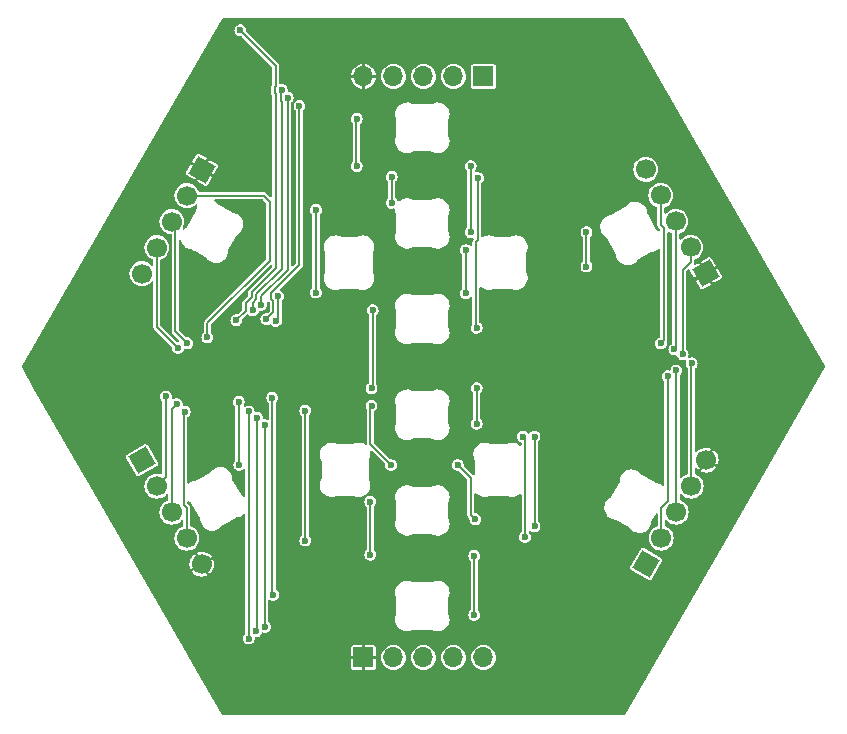
<source format=gbr>
%TF.GenerationSoftware,KiCad,Pcbnew,8.0.8*%
%TF.CreationDate,2025-04-07T13:41:04-04:00*%
%TF.ProjectId,pcb_tile_game_tile_sos,7063625f-7469-46c6-955f-67616d655f74,1.0*%
%TF.SameCoordinates,Original*%
%TF.FileFunction,Copper,L2,Bot*%
%TF.FilePolarity,Positive*%
%FSLAX46Y46*%
G04 Gerber Fmt 4.6, Leading zero omitted, Abs format (unit mm)*
G04 Created by KiCad (PCBNEW 8.0.8) date 2025-04-07 13:41:04*
%MOMM*%
%LPD*%
G01*
G04 APERTURE LIST*
G04 Aperture macros list*
%AMHorizOval*
0 Thick line with rounded ends*
0 $1 width*
0 $2 $3 position (X,Y) of the first rounded end (center of the circle)*
0 $4 $5 position (X,Y) of the second rounded end (center of the circle)*
0 Add line between two ends*
20,1,$1,$2,$3,$4,$5,0*
0 Add two circle primitives to create the rounded ends*
1,1,$1,$2,$3*
1,1,$1,$4,$5*%
%AMRotRect*
0 Rectangle, with rotation*
0 The origin of the aperture is its center*
0 $1 length*
0 $2 width*
0 $3 Rotation angle, in degrees counterclockwise*
0 Add horizontal line*
21,1,$1,$2,0,0,$3*%
G04 Aperture macros list end*
%TA.AperFunction,ComponentPad*%
%ADD10R,1.700000X1.700000*%
%TD*%
%TA.AperFunction,ComponentPad*%
%ADD11O,1.700000X1.700000*%
%TD*%
%TA.AperFunction,ComponentPad*%
%ADD12RotRect,1.700000X1.700000X150.000000*%
%TD*%
%TA.AperFunction,ComponentPad*%
%ADD13HorizOval,1.700000X0.000000X0.000000X0.000000X0.000000X0*%
%TD*%
%TA.AperFunction,ComponentPad*%
%ADD14RotRect,1.700000X1.700000X330.000000*%
%TD*%
%TA.AperFunction,ComponentPad*%
%ADD15HorizOval,1.700000X0.000000X0.000000X0.000000X0.000000X0*%
%TD*%
%TA.AperFunction,ComponentPad*%
%ADD16RotRect,1.700000X1.700000X210.000000*%
%TD*%
%TA.AperFunction,ComponentPad*%
%ADD17HorizOval,1.700000X0.000000X0.000000X0.000000X0.000000X0*%
%TD*%
%TA.AperFunction,ComponentPad*%
%ADD18RotRect,1.700000X1.700000X30.000000*%
%TD*%
%TA.AperFunction,ComponentPad*%
%ADD19HorizOval,1.700000X0.000000X0.000000X0.000000X0.000000X0*%
%TD*%
%TA.AperFunction,ViaPad*%
%ADD20C,0.600000*%
%TD*%
%TA.AperFunction,Conductor*%
%ADD21C,0.200000*%
%TD*%
G04 APERTURE END LIST*
D10*
%TO.P,J2,1,Pin_1*%
%TO.N,VCC*%
X134980000Y-104600000D03*
D11*
%TO.P,J2,2,Pin_2*%
%TO.N,/TX_J2*%
X137520000Y-104600000D03*
%TO.P,J2,3,Pin_3*%
%TO.N,/DATA_J2*%
X140060000Y-104600000D03*
%TO.P,J2,4,Pin_4*%
%TO.N,/RX_J2*%
X142600000Y-104600000D03*
%TO.P,J2,5,Pin_5*%
%TO.N,GND*%
X145140000Y-104600000D03*
%TD*%
D12*
%TO.P,J3,1,Pin_1*%
%TO.N,GND*%
X158920000Y-96689409D03*
D13*
%TO.P,J3,2,Pin_2*%
%TO.N,/TX_J3*%
X160190000Y-94489704D03*
%TO.P,J3,3,Pin_3*%
%TO.N,/DATA_J3*%
X161460000Y-92290000D03*
%TO.P,J3,4,Pin_4*%
%TO.N,/RX_J3*%
X162730000Y-90090295D03*
%TO.P,J3,5,Pin_5*%
%TO.N,VCC*%
X164000000Y-87890591D03*
%TD*%
D14*
%TO.P,J6,1,Pin_1*%
%TO.N,VCC*%
X121300000Y-63300591D03*
D15*
%TO.P,J6,2,Pin_2*%
%TO.N,/TX_J6*%
X120030000Y-65500296D03*
%TO.P,J6,3,Pin_3*%
%TO.N,/DATA_J6*%
X118760000Y-67700000D03*
%TO.P,J6,4,Pin_4*%
%TO.N,/RX_J6*%
X117490000Y-69899705D03*
%TO.P,J6,5,Pin_5*%
%TO.N,GND*%
X116220000Y-72099409D03*
%TD*%
D16*
%TO.P,J4,1,Pin_1*%
%TO.N,VCC*%
X163963349Y-72075928D03*
D17*
%TO.P,J4,2,Pin_2*%
%TO.N,/TX_J4*%
X162693349Y-69876223D03*
%TO.P,J4,3,Pin_3*%
%TO.N,/DATA_J4*%
X161423349Y-67676519D03*
%TO.P,J4,4,Pin_4*%
%TO.N,/RX_J4*%
X160153349Y-65476814D03*
%TO.P,J4,5,Pin_5*%
%TO.N,GND*%
X158883349Y-63277110D03*
%TD*%
D18*
%TO.P,J1,1,Pin_1*%
%TO.N,GND*%
X116220000Y-87900591D03*
D19*
%TO.P,J1,2,Pin_2*%
%TO.N,/TX_J1*%
X117490000Y-90100296D03*
%TO.P,J1,3,Pin_3*%
%TO.N,/DATA_J1*%
X118760000Y-92300000D03*
%TO.P,J1,4,Pin_4*%
%TO.N,/RX_J1*%
X120030000Y-94499705D03*
%TO.P,J1,5,Pin_5*%
%TO.N,VCC*%
X121300000Y-96699409D03*
%TD*%
D10*
%TO.P,J5,1,Pin_1*%
%TO.N,GND*%
X145140000Y-55400000D03*
D11*
%TO.P,J5,2,Pin_2*%
%TO.N,/TX_J5*%
X142600000Y-55400000D03*
%TO.P,J5,3,Pin_3*%
%TO.N,/DATA_J5*%
X140060000Y-55400000D03*
%TO.P,J5,4,Pin_4*%
%TO.N,/RX_J5*%
X137520000Y-55400000D03*
%TO.P,J5,5,Pin_5*%
%TO.N,VCC*%
X134980000Y-55400000D03*
%TD*%
D20*
%TO.N,VCC*%
X154660000Y-65500000D03*
X147560000Y-58800000D03*
X134960000Y-93400000D03*
X133010480Y-67100000D03*
X142560000Y-64900000D03*
X156160000Y-95200000D03*
X147660000Y-99200000D03*
X146035000Y-66900000D03*
X142560000Y-72999992D03*
X119360000Y-81262500D03*
X147460000Y-92900000D03*
X142460000Y-89400000D03*
X123260000Y-72000000D03*
X124124193Y-64564193D03*
X146060000Y-81800000D03*
X128260000Y-94000000D03*
%TO.N,Net-(LED1-DOUT)*%
X135560000Y-91400000D03*
X135560000Y-95900000D03*
X144360000Y-96000000D03*
X144360000Y-101000000D03*
%TO.N,Net-(LED2-DOUT)*%
X142960000Y-88300000D03*
X137311617Y-88300000D03*
X135660000Y-83300000D03*
X144460000Y-92900000D03*
%TO.N,Net-(LED3-DOUT)*%
X144560000Y-81800000D03*
X144560000Y-84800000D03*
X135660000Y-81799996D03*
X135760000Y-75200000D03*
%TO.N,Net-(LED4-DOUT)*%
X137360000Y-66100000D03*
X137360000Y-63900000D03*
X144660000Y-64000000D03*
X144560000Y-76700000D03*
%TO.N,Net-(LED5-DOUT)*%
X134410002Y-59000000D03*
X144060000Y-63000000D03*
X144060000Y-68600000D03*
X134410002Y-63000000D03*
%TO.N,/DATA_J1*%
X119160000Y-83150000D03*
%TO.N,/TX_J1*%
X118260000Y-82500000D03*
%TO.N,/RX_J1*%
X119834879Y-83800000D03*
%TO.N,/TX_J2*%
X125260222Y-83769506D03*
X125260000Y-103000000D03*
%TO.N,/DATA_J2*%
X125899734Y-102380133D03*
X125960000Y-84294159D03*
%TO.N,/RX_J2*%
X126660000Y-102000000D03*
X126610000Y-84950000D03*
%TO.N,/RX_J3*%
X162760000Y-79700000D03*
%TO.N,/DATA_J3*%
X161460000Y-80299996D03*
%TO.N,/TX_J3*%
X160760000Y-80800000D03*
%TO.N,/TX_J4*%
X161998556Y-78922439D03*
%TO.N,/RX_J4*%
X160160000Y-78000000D03*
%TO.N,/DATA_J4*%
X161307010Y-78500000D03*
%TO.N,/UPDI*%
X124210000Y-76050000D03*
X124560000Y-51500000D03*
%TO.N,/RX_J5*%
X125610000Y-75193359D03*
X128060000Y-56550000D03*
%TO.N,/TX_J5*%
X126760000Y-75950000D03*
X129560000Y-57900000D03*
%TO.N,/DATA_J5*%
X126318962Y-74724449D03*
X128560000Y-57199999D03*
%TO.N,Net-(LED7-DOUT)*%
X130960000Y-66700000D03*
X130960000Y-73700002D03*
%TO.N,Net-(LED8-DOUT)*%
X143660000Y-73765406D03*
X143660000Y-70100000D03*
%TO.N,Net-(LED10-DIN)*%
X153860000Y-68600000D03*
X153860000Y-71500000D03*
%TO.N,Net-(LED11-DOUT)*%
X130060000Y-94700000D03*
X130060000Y-83700000D03*
%TO.N,/DATA_J6*%
X120060000Y-78000000D03*
%TO.N,/RX_J6*%
X119260000Y-78400000D03*
%TO.N,/TX_J6*%
X121760000Y-77500000D03*
%TO.N,/LED_J1-J6*%
X124410000Y-82950000D03*
X124460000Y-88300000D03*
%TO.N,/LED_J2-J5*%
X127260000Y-82609620D03*
X127360000Y-99300000D03*
%TO.N,Net-(LED12-DOUT)*%
X148460000Y-85900000D03*
X148660000Y-94400000D03*
%TO.N,/LED_J3-J4*%
X127560000Y-76100000D03*
X127760000Y-74000000D03*
%TO.N,Net-(LED13-DOUT)*%
X149460000Y-93500000D03*
X149460000Y-85900000D03*
%TD*%
D21*
%TO.N,Net-(LED1-DOUT)*%
X135560000Y-95900000D02*
X135560000Y-91400000D01*
X144360000Y-101000000D02*
X144360000Y-96000000D01*
%TO.N,Net-(LED2-DOUT)*%
X137311617Y-88300000D02*
X135560000Y-86548383D01*
X135560000Y-86548383D02*
X135560000Y-83400000D01*
X144060000Y-92500000D02*
X144460000Y-92900000D01*
X144060000Y-89400000D02*
X144060000Y-92500000D01*
X142960000Y-88300000D02*
X144060000Y-89400000D01*
X135560000Y-83400000D02*
X135660000Y-83300000D01*
%TO.N,Net-(LED3-DOUT)*%
X135760000Y-75200000D02*
X135760000Y-81699996D01*
X144560000Y-84800000D02*
X144560000Y-81800000D01*
X135760000Y-81699996D02*
X135660000Y-81799996D01*
%TO.N,Net-(LED4-DOUT)*%
X144660000Y-64000000D02*
X144660000Y-69287467D01*
X144492481Y-76632481D02*
X144560000Y-76700000D01*
X144492481Y-69454986D02*
X144492481Y-76632481D01*
X137360000Y-63900000D02*
X137360000Y-66100000D01*
X144660000Y-69287467D02*
X144492481Y-69454986D01*
%TO.N,Net-(LED5-DOUT)*%
X134360000Y-59050002D02*
X134360000Y-62949998D01*
X144060000Y-68600000D02*
X144060000Y-63000000D01*
X134410002Y-59000000D02*
X134360000Y-59050002D01*
X134360000Y-62949998D02*
X134410002Y-63000000D01*
%TO.N,/DATA_J1*%
X118760000Y-83550000D02*
X119160000Y-83150000D01*
X118760000Y-92300000D02*
X118760000Y-83550000D01*
%TO.N,/TX_J1*%
X118260000Y-82500000D02*
X118260000Y-89330296D01*
X118260000Y-89330296D02*
X117490000Y-90100296D01*
%TO.N,/RX_J1*%
X119760000Y-91673654D02*
X119760000Y-83874879D01*
X120030000Y-91943654D02*
X119760000Y-91673654D01*
X120030000Y-94499705D02*
X120030000Y-91943654D01*
X119760000Y-83874879D02*
X119834879Y-83800000D01*
%TO.N,/TX_J2*%
X125260222Y-83769506D02*
X125260222Y-102999778D01*
X125260222Y-102999778D02*
X125260000Y-103000000D01*
%TO.N,/DATA_J2*%
X125960000Y-102319867D02*
X125899734Y-102380133D01*
X125960000Y-84294159D02*
X125960000Y-102319867D01*
%TO.N,/RX_J2*%
X126610000Y-84950000D02*
X126610000Y-101950000D01*
X126610000Y-101950000D02*
X126660000Y-102000000D01*
%TO.N,/RX_J3*%
X162730000Y-90090295D02*
X162730000Y-79730000D01*
X162730000Y-79730000D02*
X162760000Y-79700000D01*
%TO.N,/DATA_J3*%
X161460000Y-92290000D02*
X161460000Y-80299996D01*
%TO.N,/TX_J3*%
X160760000Y-80800000D02*
X160760000Y-91363654D01*
X160760000Y-91363654D02*
X160190000Y-91933654D01*
X160190000Y-91933654D02*
X160190000Y-94489704D01*
%TO.N,/TX_J4*%
X162693349Y-71078304D02*
X161998556Y-71773097D01*
X161998556Y-71773097D02*
X161998556Y-78922439D01*
X162693349Y-69876223D02*
X162693349Y-71078304D01*
%TO.N,/RX_J4*%
X160153349Y-65476814D02*
X160153349Y-67993349D01*
X160153349Y-67993349D02*
X160406385Y-68246385D01*
X160406385Y-68246385D02*
X160406385Y-77753615D01*
X160406385Y-77753615D02*
X160160000Y-78000000D01*
%TO.N,/DATA_J4*%
X161423349Y-78383661D02*
X161307010Y-78500000D01*
X161423349Y-67676519D02*
X161423349Y-78383661D01*
%TO.N,/UPDI*%
X125518962Y-73695451D02*
X125518962Y-74110234D01*
X127560000Y-54500000D02*
X127560000Y-56201471D01*
X127560000Y-56898529D02*
X127560000Y-71654413D01*
X127560000Y-56201471D02*
X127460000Y-56301471D01*
X125518962Y-74110234D02*
X125010000Y-74619196D01*
X125010000Y-75250000D02*
X124210000Y-76050000D01*
X124560000Y-51500000D02*
X127560000Y-54500000D01*
X127460000Y-56301471D02*
X127460000Y-56798529D01*
X127560000Y-71654413D02*
X125518962Y-73695451D01*
X125010000Y-74619196D02*
X125010000Y-75250000D01*
X127460000Y-56798529D02*
X127560000Y-56898529D01*
%TO.N,/RX_J5*%
X127960000Y-56650000D02*
X127960000Y-57448528D01*
X127960000Y-57448528D02*
X128060000Y-57548528D01*
X128060000Y-56550000D02*
X127960000Y-56650000D01*
X128060000Y-57548528D02*
X128060000Y-71720099D01*
X125610000Y-74584882D02*
X125610000Y-75193359D01*
X125918962Y-74275920D02*
X125610000Y-74584882D01*
X128060000Y-71720099D02*
X125918962Y-73861137D01*
X125918962Y-73861137D02*
X125918962Y-74275920D01*
%TO.N,/TX_J5*%
X127360000Y-74448529D02*
X127360000Y-75350000D01*
X127360000Y-75350000D02*
X126760000Y-75950000D01*
X129560000Y-57900000D02*
X129560000Y-71351471D01*
X127160000Y-73751471D02*
X127160000Y-74248529D01*
X129560000Y-71351471D02*
X127160000Y-73751471D01*
X127160000Y-74248529D02*
X127360000Y-74448529D01*
%TO.N,/DATA_J5*%
X126318962Y-74026823D02*
X126318962Y-74724449D01*
X128560000Y-57199999D02*
X128560000Y-71785785D01*
X128560000Y-71785785D02*
X126318962Y-74026823D01*
%TO.N,Net-(LED7-DOUT)*%
X130960000Y-66700000D02*
X130960000Y-73700002D01*
%TO.N,Net-(LED8-DOUT)*%
X143660000Y-73765406D02*
X143660000Y-70100000D01*
%TO.N,Net-(LED10-DIN)*%
X153860000Y-68600000D02*
X153860000Y-71500000D01*
%TO.N,Net-(LED11-DOUT)*%
X130060000Y-83700000D02*
X130060000Y-94700000D01*
%TO.N,/DATA_J6*%
X119060000Y-77000000D02*
X120060000Y-78000000D01*
X119060000Y-68000000D02*
X119060000Y-77000000D01*
X118760000Y-67700000D02*
X119060000Y-68000000D01*
%TO.N,/RX_J6*%
X119260000Y-78400000D02*
X117490000Y-76630000D01*
X117490000Y-76630000D02*
X117490000Y-69899705D01*
%TO.N,/TX_J6*%
X127060000Y-71000000D02*
X121760000Y-76300000D01*
X121760000Y-76300000D02*
X121760000Y-77500000D01*
X127060000Y-66000000D02*
X127060000Y-71000000D01*
X120030000Y-65500296D02*
X126560296Y-65500296D01*
X126560296Y-65500296D02*
X127060000Y-66000000D01*
%TO.N,/LED_J1-J6*%
X124410000Y-88250000D02*
X124410000Y-82950000D01*
X124460000Y-88300000D02*
X124410000Y-88250000D01*
%TO.N,/LED_J2-J5*%
X127260000Y-99200000D02*
X127360000Y-99300000D01*
X127260000Y-82609620D02*
X127260000Y-99200000D01*
%TO.N,Net-(LED12-DOUT)*%
X148660000Y-86100000D02*
X148460000Y-85900000D01*
X148660000Y-94400000D02*
X148660000Y-86100000D01*
%TO.N,/LED_J3-J4*%
X127760000Y-75900000D02*
X127760000Y-74000000D01*
X127560000Y-76100000D02*
X127760000Y-75900000D01*
%TO.N,Net-(LED13-DOUT)*%
X149460000Y-93500000D02*
X149460000Y-85900000D01*
%TD*%
%TA.AperFunction,Conductor*%
%TO.N,VCC*%
G36*
X157092577Y-50519407D02*
G01*
X157120122Y-50549999D01*
X164349227Y-63071176D01*
X174094509Y-79950500D01*
X174107230Y-80010348D01*
X174094509Y-80049500D01*
X165890965Y-94258456D01*
X159310831Y-105655583D01*
X157120123Y-109450000D01*
X157074653Y-109490941D01*
X157034386Y-109499500D01*
X123085614Y-109499500D01*
X123027423Y-109480593D01*
X122999877Y-109450000D01*
X120799246Y-105638396D01*
X119697606Y-103730299D01*
X133930000Y-103730299D01*
X133930000Y-104499999D01*
X133930001Y-104500000D01*
X134696212Y-104500000D01*
X134680000Y-104560504D01*
X134680000Y-104639496D01*
X134696212Y-104700000D01*
X133930001Y-104700000D01*
X133930000Y-104700001D01*
X133930000Y-105469700D01*
X133941603Y-105528036D01*
X133985806Y-105594189D01*
X133985810Y-105594193D01*
X134051963Y-105638396D01*
X134110299Y-105649999D01*
X134110303Y-105650000D01*
X134879999Y-105650000D01*
X134880000Y-105649999D01*
X134880000Y-104883788D01*
X134940504Y-104900000D01*
X135019496Y-104900000D01*
X135080000Y-104883788D01*
X135080000Y-105649999D01*
X135080001Y-105650000D01*
X135849697Y-105650000D01*
X135849700Y-105649999D01*
X135908036Y-105638396D01*
X135974189Y-105594193D01*
X135974193Y-105594189D01*
X136018396Y-105528036D01*
X136029999Y-105469700D01*
X136030000Y-105469697D01*
X136030000Y-104700001D01*
X136029999Y-104700000D01*
X135263788Y-104700000D01*
X135280000Y-104639496D01*
X135280000Y-104599996D01*
X136464417Y-104599996D01*
X136464417Y-104600003D01*
X136484698Y-104805929D01*
X136484699Y-104805934D01*
X136544768Y-105003954D01*
X136642316Y-105186452D01*
X136773585Y-105346404D01*
X136773590Y-105346410D01*
X136773595Y-105346414D01*
X136933547Y-105477683D01*
X136933548Y-105477683D01*
X136933550Y-105477685D01*
X137116046Y-105575232D01*
X137253997Y-105617078D01*
X137314065Y-105635300D01*
X137314070Y-105635301D01*
X137519997Y-105655583D01*
X137520000Y-105655583D01*
X137520003Y-105655583D01*
X137725929Y-105635301D01*
X137725934Y-105635300D01*
X137923954Y-105575232D01*
X138106450Y-105477685D01*
X138266410Y-105346410D01*
X138397685Y-105186450D01*
X138495232Y-105003954D01*
X138555300Y-104805934D01*
X138555301Y-104805929D01*
X138575583Y-104600003D01*
X138575583Y-104599996D01*
X139004417Y-104599996D01*
X139004417Y-104600003D01*
X139024698Y-104805929D01*
X139024699Y-104805934D01*
X139084768Y-105003954D01*
X139182316Y-105186452D01*
X139313585Y-105346404D01*
X139313590Y-105346410D01*
X139313595Y-105346414D01*
X139473547Y-105477683D01*
X139473548Y-105477683D01*
X139473550Y-105477685D01*
X139656046Y-105575232D01*
X139793997Y-105617078D01*
X139854065Y-105635300D01*
X139854070Y-105635301D01*
X140059997Y-105655583D01*
X140060000Y-105655583D01*
X140060003Y-105655583D01*
X140265929Y-105635301D01*
X140265934Y-105635300D01*
X140463954Y-105575232D01*
X140646450Y-105477685D01*
X140806410Y-105346410D01*
X140937685Y-105186450D01*
X141035232Y-105003954D01*
X141095300Y-104805934D01*
X141095301Y-104805929D01*
X141115583Y-104600003D01*
X141115583Y-104599996D01*
X141544417Y-104599996D01*
X141544417Y-104600003D01*
X141564698Y-104805929D01*
X141564699Y-104805934D01*
X141624768Y-105003954D01*
X141722316Y-105186452D01*
X141853585Y-105346404D01*
X141853590Y-105346410D01*
X141853595Y-105346414D01*
X142013547Y-105477683D01*
X142013548Y-105477683D01*
X142013550Y-105477685D01*
X142196046Y-105575232D01*
X142333997Y-105617078D01*
X142394065Y-105635300D01*
X142394070Y-105635301D01*
X142599997Y-105655583D01*
X142600000Y-105655583D01*
X142600003Y-105655583D01*
X142805929Y-105635301D01*
X142805934Y-105635300D01*
X143003954Y-105575232D01*
X143186450Y-105477685D01*
X143346410Y-105346410D01*
X143477685Y-105186450D01*
X143575232Y-105003954D01*
X143635300Y-104805934D01*
X143635301Y-104805929D01*
X143655583Y-104600003D01*
X143655583Y-104599996D01*
X144084417Y-104599996D01*
X144084417Y-104600003D01*
X144104698Y-104805929D01*
X144104699Y-104805934D01*
X144164768Y-105003954D01*
X144262316Y-105186452D01*
X144393585Y-105346404D01*
X144393590Y-105346410D01*
X144393595Y-105346414D01*
X144553547Y-105477683D01*
X144553548Y-105477683D01*
X144553550Y-105477685D01*
X144736046Y-105575232D01*
X144873997Y-105617078D01*
X144934065Y-105635300D01*
X144934070Y-105635301D01*
X145139997Y-105655583D01*
X145140000Y-105655583D01*
X145140003Y-105655583D01*
X145345929Y-105635301D01*
X145345934Y-105635300D01*
X145543954Y-105575232D01*
X145726450Y-105477685D01*
X145886410Y-105346410D01*
X146017685Y-105186450D01*
X146115232Y-105003954D01*
X146175300Y-104805934D01*
X146175301Y-104805929D01*
X146195583Y-104600003D01*
X146195583Y-104599996D01*
X146175301Y-104394070D01*
X146175300Y-104394065D01*
X146146766Y-104300000D01*
X146115232Y-104196046D01*
X146017685Y-104013550D01*
X145886410Y-103853590D01*
X145886404Y-103853585D01*
X145726452Y-103722316D01*
X145543954Y-103624768D01*
X145345934Y-103564699D01*
X145345929Y-103564698D01*
X145140003Y-103544417D01*
X145139997Y-103544417D01*
X144934070Y-103564698D01*
X144934065Y-103564699D01*
X144736045Y-103624768D01*
X144553547Y-103722316D01*
X144393595Y-103853585D01*
X144393585Y-103853595D01*
X144262316Y-104013547D01*
X144164768Y-104196045D01*
X144104699Y-104394065D01*
X144104698Y-104394070D01*
X144084417Y-104599996D01*
X143655583Y-104599996D01*
X143635301Y-104394070D01*
X143635300Y-104394065D01*
X143606766Y-104300000D01*
X143575232Y-104196046D01*
X143477685Y-104013550D01*
X143346410Y-103853590D01*
X143346404Y-103853585D01*
X143186452Y-103722316D01*
X143003954Y-103624768D01*
X142805934Y-103564699D01*
X142805929Y-103564698D01*
X142600003Y-103544417D01*
X142599997Y-103544417D01*
X142394070Y-103564698D01*
X142394065Y-103564699D01*
X142196045Y-103624768D01*
X142013547Y-103722316D01*
X141853595Y-103853585D01*
X141853585Y-103853595D01*
X141722316Y-104013547D01*
X141624768Y-104196045D01*
X141564699Y-104394065D01*
X141564698Y-104394070D01*
X141544417Y-104599996D01*
X141115583Y-104599996D01*
X141095301Y-104394070D01*
X141095300Y-104394065D01*
X141066766Y-104300000D01*
X141035232Y-104196046D01*
X140937685Y-104013550D01*
X140806410Y-103853590D01*
X140806404Y-103853585D01*
X140646452Y-103722316D01*
X140463954Y-103624768D01*
X140265934Y-103564699D01*
X140265929Y-103564698D01*
X140060003Y-103544417D01*
X140059997Y-103544417D01*
X139854070Y-103564698D01*
X139854065Y-103564699D01*
X139656045Y-103624768D01*
X139473547Y-103722316D01*
X139313595Y-103853585D01*
X139313585Y-103853595D01*
X139182316Y-104013547D01*
X139084768Y-104196045D01*
X139024699Y-104394065D01*
X139024698Y-104394070D01*
X139004417Y-104599996D01*
X138575583Y-104599996D01*
X138555301Y-104394070D01*
X138555300Y-104394065D01*
X138526766Y-104300000D01*
X138495232Y-104196046D01*
X138397685Y-104013550D01*
X138266410Y-103853590D01*
X138266404Y-103853585D01*
X138106452Y-103722316D01*
X137923954Y-103624768D01*
X137725934Y-103564699D01*
X137725929Y-103564698D01*
X137520003Y-103544417D01*
X137519997Y-103544417D01*
X137314070Y-103564698D01*
X137314065Y-103564699D01*
X137116045Y-103624768D01*
X136933547Y-103722316D01*
X136773595Y-103853585D01*
X136773585Y-103853595D01*
X136642316Y-104013547D01*
X136544768Y-104196045D01*
X136484699Y-104394065D01*
X136484698Y-104394070D01*
X136464417Y-104599996D01*
X135280000Y-104599996D01*
X135280000Y-104560504D01*
X135263788Y-104500000D01*
X136029999Y-104500000D01*
X136030000Y-104499999D01*
X136030000Y-103730302D01*
X136029999Y-103730299D01*
X136018396Y-103671963D01*
X135974193Y-103605810D01*
X135974189Y-103605806D01*
X135908036Y-103561603D01*
X135849700Y-103550000D01*
X135080001Y-103550000D01*
X135080000Y-103550001D01*
X135080000Y-104316211D01*
X135019496Y-104300000D01*
X134940504Y-104300000D01*
X134880000Y-104316211D01*
X134880000Y-103550001D01*
X134879999Y-103550000D01*
X134110299Y-103550000D01*
X134051963Y-103561603D01*
X133985810Y-103605806D01*
X133985806Y-103605810D01*
X133941603Y-103671963D01*
X133930000Y-103730299D01*
X119697606Y-103730299D01*
X115638316Y-96699404D01*
X120244919Y-96699404D01*
X120244919Y-96699413D01*
X120265190Y-96905239D01*
X120265191Y-96905245D01*
X120325230Y-97103163D01*
X120325236Y-97103180D01*
X120343019Y-97136450D01*
X120343020Y-97136450D01*
X121004231Y-96754698D01*
X121020444Y-96815205D01*
X121059940Y-96883614D01*
X121104231Y-96927905D01*
X120442661Y-97309863D01*
X120442661Y-97309864D01*
X120553947Y-97445466D01*
X120713829Y-97576677D01*
X120713839Y-97576684D01*
X120896232Y-97674174D01*
X120896237Y-97674176D01*
X121094163Y-97734217D01*
X121094169Y-97734218D01*
X121299996Y-97754490D01*
X121300004Y-97754490D01*
X121505830Y-97734218D01*
X121505836Y-97734217D01*
X121703761Y-97674177D01*
X121737042Y-97656387D01*
X121355291Y-96995176D01*
X121415796Y-96978965D01*
X121484205Y-96939469D01*
X121528497Y-96895176D01*
X121910455Y-97556746D01*
X122046049Y-97445468D01*
X122046058Y-97445459D01*
X122177268Y-97285579D01*
X122177275Y-97285569D01*
X122274765Y-97103176D01*
X122274767Y-97103171D01*
X122334808Y-96905245D01*
X122334809Y-96905239D01*
X122355081Y-96699413D01*
X122355081Y-96699404D01*
X122334809Y-96493578D01*
X122334808Y-96493572D01*
X122274767Y-96295646D01*
X122274765Y-96295641D01*
X122256979Y-96262366D01*
X122256978Y-96262366D01*
X121595767Y-96644116D01*
X121579556Y-96583613D01*
X121540060Y-96515204D01*
X121495766Y-96470910D01*
X122157337Y-96088953D01*
X122157337Y-96088952D01*
X122046052Y-95953351D01*
X121886170Y-95822140D01*
X121886160Y-95822133D01*
X121703767Y-95724643D01*
X121703762Y-95724641D01*
X121505836Y-95664600D01*
X121505830Y-95664599D01*
X121300004Y-95644328D01*
X121299996Y-95644328D01*
X121094169Y-95664599D01*
X121094163Y-95664600D01*
X120896241Y-95724640D01*
X120896232Y-95724643D01*
X120862956Y-95742429D01*
X120862956Y-95742430D01*
X121244708Y-96403641D01*
X121184204Y-96419853D01*
X121115795Y-96459349D01*
X121071502Y-96503641D01*
X120689544Y-95842070D01*
X120689543Y-95842070D01*
X120553942Y-95953356D01*
X120422731Y-96113238D01*
X120422724Y-96113248D01*
X120325234Y-96295641D01*
X120325232Y-96295646D01*
X120265191Y-96493572D01*
X120265190Y-96493578D01*
X120244919Y-96699404D01*
X115638316Y-96699404D01*
X111828317Y-90100292D01*
X116434417Y-90100292D01*
X116434417Y-90100299D01*
X116454698Y-90306225D01*
X116454699Y-90306230D01*
X116514768Y-90504250D01*
X116612316Y-90686748D01*
X116735382Y-90836705D01*
X116743590Y-90846706D01*
X116743595Y-90846710D01*
X116903547Y-90977979D01*
X116903548Y-90977979D01*
X116903550Y-90977981D01*
X117086046Y-91075528D01*
X117223997Y-91117374D01*
X117284065Y-91135596D01*
X117284070Y-91135597D01*
X117489997Y-91155879D01*
X117490000Y-91155879D01*
X117490003Y-91155879D01*
X117695929Y-91135597D01*
X117695934Y-91135596D01*
X117893954Y-91075528D01*
X118076450Y-90977981D01*
X118236410Y-90846706D01*
X118283972Y-90788750D01*
X118335503Y-90755764D01*
X118396582Y-90759366D01*
X118443879Y-90798181D01*
X118459500Y-90851556D01*
X118459500Y-91219961D01*
X118440593Y-91278152D01*
X118391093Y-91314116D01*
X118389241Y-91314697D01*
X118356054Y-91324765D01*
X118356041Y-91324770D01*
X118173547Y-91422316D01*
X118013595Y-91553585D01*
X118013585Y-91553595D01*
X117882316Y-91713547D01*
X117784768Y-91896045D01*
X117724699Y-92094065D01*
X117724698Y-92094070D01*
X117704417Y-92299996D01*
X117704417Y-92300003D01*
X117724698Y-92505929D01*
X117724699Y-92505934D01*
X117784768Y-92703954D01*
X117882316Y-92886452D01*
X118010345Y-93042456D01*
X118013590Y-93046410D01*
X118013595Y-93046414D01*
X118173547Y-93177683D01*
X118173548Y-93177683D01*
X118173550Y-93177685D01*
X118356046Y-93275232D01*
X118459721Y-93306681D01*
X118554065Y-93335300D01*
X118554070Y-93335301D01*
X118759997Y-93355583D01*
X118760000Y-93355583D01*
X118760003Y-93355583D01*
X118965929Y-93335301D01*
X118965934Y-93335300D01*
X118975563Y-93332379D01*
X119163954Y-93275232D01*
X119346450Y-93177685D01*
X119506410Y-93046410D01*
X119553972Y-92988454D01*
X119605503Y-92955468D01*
X119666582Y-92959070D01*
X119713879Y-92997885D01*
X119729500Y-93051260D01*
X119729500Y-93419666D01*
X119710593Y-93477857D01*
X119661093Y-93513821D01*
X119659241Y-93514402D01*
X119626054Y-93524470D01*
X119626041Y-93524475D01*
X119443547Y-93622021D01*
X119283595Y-93753290D01*
X119283585Y-93753300D01*
X119152316Y-93913252D01*
X119054768Y-94095750D01*
X118994699Y-94293770D01*
X118994698Y-94293775D01*
X118974417Y-94499701D01*
X118974417Y-94499708D01*
X118994698Y-94705634D01*
X118994699Y-94705639D01*
X119054768Y-94903659D01*
X119152316Y-95086157D01*
X119275382Y-95236114D01*
X119283590Y-95246115D01*
X119283595Y-95246119D01*
X119443547Y-95377388D01*
X119443548Y-95377388D01*
X119443550Y-95377390D01*
X119626046Y-95474937D01*
X119749896Y-95512506D01*
X119824065Y-95535005D01*
X119824070Y-95535006D01*
X120029997Y-95555288D01*
X120030000Y-95555288D01*
X120030003Y-95555288D01*
X120235929Y-95535006D01*
X120235934Y-95535005D01*
X120433954Y-95474937D01*
X120616450Y-95377390D01*
X120776410Y-95246115D01*
X120907685Y-95086155D01*
X121005232Y-94903659D01*
X121065300Y-94705639D01*
X121065301Y-94705634D01*
X121085583Y-94499708D01*
X121085583Y-94499701D01*
X121065301Y-94293775D01*
X121065300Y-94293770D01*
X121035747Y-94196348D01*
X121005232Y-94095751D01*
X120907685Y-93913255D01*
X120904735Y-93909661D01*
X120776414Y-93753300D01*
X120776410Y-93753295D01*
X120763929Y-93743052D01*
X120616452Y-93622021D01*
X120433958Y-93524475D01*
X120433957Y-93524474D01*
X120433954Y-93524473D01*
X120433948Y-93524471D01*
X120433945Y-93524470D01*
X120400759Y-93514402D01*
X120350563Y-93479416D01*
X120330519Y-93421607D01*
X120330500Y-93419666D01*
X120330500Y-91904093D01*
X120330499Y-91904087D01*
X120327940Y-91894537D01*
X120327940Y-91894538D01*
X120310022Y-91827666D01*
X120310020Y-91827663D01*
X120310020Y-91827661D01*
X120270463Y-91759147D01*
X120270459Y-91759142D01*
X120089496Y-91578178D01*
X120061719Y-91523662D01*
X120060500Y-91508175D01*
X120060500Y-91454170D01*
X120079407Y-91395979D01*
X120128907Y-91360015D01*
X120190093Y-91360015D01*
X120223301Y-91378472D01*
X120300762Y-91443763D01*
X120316725Y-91452894D01*
X120317886Y-91453662D01*
X120356588Y-91475735D01*
X120393278Y-91512233D01*
X120415975Y-91551548D01*
X120415991Y-91551571D01*
X121138442Y-92802891D01*
X121138467Y-92802940D01*
X121160791Y-92841603D01*
X121174055Y-92891617D01*
X121173923Y-92917192D01*
X121173825Y-92936044D01*
X121173935Y-92937860D01*
X121173863Y-92955973D01*
X121205977Y-93135720D01*
X121205978Y-93135721D01*
X121270098Y-93306681D01*
X121364105Y-93463211D01*
X121377025Y-93477857D01*
X121484891Y-93600137D01*
X121512745Y-93622020D01*
X121628471Y-93712940D01*
X121628475Y-93712942D01*
X121790088Y-93797885D01*
X121790093Y-93797886D01*
X121790096Y-93797888D01*
X121964428Y-93852177D01*
X122145707Y-93874012D01*
X122327943Y-93862673D01*
X122505117Y-93818534D01*
X122671375Y-93743053D01*
X122821222Y-93638725D01*
X122949710Y-93508995D01*
X122960016Y-93493921D01*
X122960900Y-93492796D01*
X122964134Y-93488053D01*
X122964136Y-93488052D01*
X122988462Y-93452379D01*
X123020754Y-93422421D01*
X123058143Y-93400837D01*
X123058145Y-93400833D01*
X123066816Y-93395828D01*
X123066823Y-93395823D01*
X124155017Y-92767553D01*
X124155110Y-92767509D01*
X124161428Y-92763859D01*
X124161432Y-92763859D01*
X124198783Y-92742288D01*
X124240873Y-92729299D01*
X124283952Y-92726064D01*
X124283954Y-92726063D01*
X124289602Y-92725639D01*
X124291033Y-92725435D01*
X124309291Y-92724041D01*
X124485882Y-92677629D01*
X124651155Y-92600020D01*
X124765994Y-92517857D01*
X124803117Y-92491297D01*
X124861444Y-92472815D01*
X124919495Y-92492146D01*
X124955097Y-92541907D01*
X124959722Y-92571812D01*
X124959722Y-102545913D01*
X124940815Y-102604104D01*
X124933283Y-102612310D01*
X124933509Y-102612506D01*
X124834622Y-102726628D01*
X124774834Y-102857543D01*
X124754353Y-102999997D01*
X124754353Y-103000002D01*
X124774834Y-103142456D01*
X124834622Y-103273371D01*
X124834623Y-103273373D01*
X124928872Y-103382143D01*
X124928873Y-103382144D01*
X125049942Y-103459950D01*
X125049947Y-103459953D01*
X125156403Y-103491211D01*
X125188035Y-103500499D01*
X125188036Y-103500499D01*
X125188039Y-103500500D01*
X125188041Y-103500500D01*
X125331959Y-103500500D01*
X125331961Y-103500500D01*
X125470053Y-103459953D01*
X125591128Y-103382143D01*
X125685377Y-103273373D01*
X125745165Y-103142457D01*
X125765647Y-103000000D01*
X125764744Y-102993719D01*
X125775179Y-102933431D01*
X125819058Y-102890790D01*
X125862737Y-102880633D01*
X125971693Y-102880633D01*
X125971695Y-102880633D01*
X126109787Y-102840086D01*
X126230862Y-102762276D01*
X126325111Y-102653506D01*
X126382178Y-102528549D01*
X126423550Y-102483471D01*
X126483516Y-102471320D01*
X126500113Y-102474683D01*
X126588039Y-102500500D01*
X126588041Y-102500500D01*
X126731959Y-102500500D01*
X126731961Y-102500500D01*
X126870053Y-102459953D01*
X126991128Y-102382143D01*
X127085377Y-102273373D01*
X127145165Y-102142457D01*
X127165647Y-102000000D01*
X127156959Y-101939576D01*
X127145165Y-101857543D01*
X127085377Y-101726628D01*
X127085377Y-101726627D01*
X126991128Y-101617857D01*
X126991127Y-101617856D01*
X126955976Y-101595266D01*
X126917245Y-101547899D01*
X126910500Y-101511982D01*
X126910500Y-101393003D01*
X137656463Y-101393003D01*
X137674218Y-101574737D01*
X137674219Y-101574742D01*
X137724579Y-101750263D01*
X137805881Y-101913768D01*
X137915438Y-102059855D01*
X138049595Y-102183664D01*
X138049627Y-102183693D01*
X138049629Y-102183695D01*
X138204015Y-102281194D01*
X138204016Y-102281194D01*
X138204022Y-102281198D01*
X138373514Y-102349142D01*
X138373517Y-102349142D01*
X138373518Y-102349143D01*
X138408283Y-102356162D01*
X138552505Y-102385281D01*
X138714794Y-102388073D01*
X138735080Y-102388422D01*
X138735080Y-102388421D01*
X138735081Y-102388422D01*
X138915210Y-102358460D01*
X139086938Y-102296386D01*
X139102741Y-102287176D01*
X139103849Y-102286624D01*
X139108864Y-102283693D01*
X139108870Y-102283692D01*
X139142537Y-102264021D01*
X139192485Y-102250502D01*
X139231392Y-102250507D01*
X139231394Y-102250506D01*
X139237842Y-102250507D01*
X139237963Y-102250500D01*
X140727507Y-102250500D01*
X140777462Y-102264028D01*
X140815686Y-102286368D01*
X140817527Y-102287286D01*
X140833077Y-102296348D01*
X140930796Y-102331670D01*
X141004787Y-102358416D01*
X141004790Y-102358416D01*
X141004799Y-102358420D01*
X141184920Y-102388381D01*
X141367488Y-102385240D01*
X141546472Y-102349103D01*
X141715958Y-102281163D01*
X141870344Y-102183664D01*
X142004531Y-102059829D01*
X142114083Y-101913748D01*
X142195382Y-101750250D01*
X142245741Y-101574736D01*
X142263496Y-101393006D01*
X142248060Y-101211064D01*
X142199944Y-101034922D01*
X142192025Y-101018422D01*
X142191494Y-101017100D01*
X142170300Y-100973083D01*
X142160499Y-100930134D01*
X142160499Y-99569889D01*
X142170245Y-99527055D01*
X142173913Y-99519412D01*
X142173969Y-99519297D01*
X142186030Y-99494247D01*
X142189019Y-99488040D01*
X142189019Y-99488039D01*
X142191626Y-99482625D01*
X142191923Y-99481884D01*
X142199982Y-99465093D01*
X142248100Y-99288944D01*
X142263537Y-99106994D01*
X142245781Y-98925257D01*
X142227956Y-98863133D01*
X142195422Y-98749742D01*
X142195421Y-98749740D01*
X142195420Y-98749736D01*
X142114118Y-98586231D01*
X142004562Y-98440145D01*
X142004558Y-98440141D01*
X142004556Y-98440139D01*
X141870374Y-98316307D01*
X141870371Y-98316305D01*
X141870370Y-98316304D01*
X141715977Y-98218802D01*
X141546485Y-98150858D01*
X141546484Y-98150857D01*
X141546480Y-98150856D01*
X141367494Y-98114719D01*
X141367485Y-98114718D01*
X141184918Y-98111577D01*
X141004795Y-98141539D01*
X141004792Y-98141539D01*
X141004790Y-98141540D01*
X141004788Y-98141540D01*
X141004778Y-98141543D01*
X140833062Y-98203613D01*
X140817166Y-98212875D01*
X140816035Y-98213441D01*
X140777459Y-98235978D01*
X140727513Y-98249496D01*
X140688608Y-98249494D01*
X140688606Y-98249494D01*
X140682148Y-98249494D01*
X140682042Y-98249501D01*
X139238038Y-98249501D01*
X139237933Y-98249494D01*
X139192485Y-98249497D01*
X139142538Y-98235978D01*
X139104159Y-98213556D01*
X139102496Y-98212727D01*
X139092464Y-98206881D01*
X139086921Y-98203650D01*
X139086918Y-98203649D01*
X138915211Y-98141583D01*
X138915196Y-98141579D01*
X138735075Y-98111618D01*
X138552519Y-98114759D01*
X138552510Y-98114760D01*
X138373529Y-98150896D01*
X138204041Y-98218838D01*
X138049650Y-98316339D01*
X137915473Y-98440166D01*
X137915470Y-98440169D01*
X137805920Y-98586246D01*
X137724618Y-98749749D01*
X137724615Y-98749756D01*
X137674261Y-98925253D01*
X137674259Y-98925262D01*
X137656504Y-99106995D01*
X137671939Y-99288935D01*
X137720054Y-99465072D01*
X137720056Y-99465078D01*
X137727204Y-99479973D01*
X137728007Y-99481646D01*
X137728648Y-99483237D01*
X137749681Y-99526892D01*
X137759493Y-99569892D01*
X137759478Y-99619213D01*
X137759501Y-99619562D01*
X137759501Y-100880488D01*
X137759492Y-100880626D01*
X137759497Y-100930103D01*
X137749755Y-100972938D01*
X137745920Y-100980931D01*
X137745862Y-100981051D01*
X137728461Y-101017192D01*
X137728156Y-101017948D01*
X137720020Y-101034902D01*
X137720019Y-101034906D01*
X137671900Y-101211055D01*
X137659869Y-101352861D01*
X137656463Y-101393003D01*
X126910500Y-101393003D01*
X126910500Y-99787374D01*
X126929407Y-99729183D01*
X126978907Y-99693219D01*
X127040093Y-99693219D01*
X127063017Y-99704086D01*
X127149947Y-99759953D01*
X127256403Y-99791211D01*
X127288035Y-99800499D01*
X127288036Y-99800499D01*
X127288039Y-99800500D01*
X127288041Y-99800500D01*
X127431959Y-99800500D01*
X127431961Y-99800500D01*
X127570053Y-99759953D01*
X127691128Y-99682143D01*
X127785377Y-99573373D01*
X127845165Y-99442457D01*
X127851992Y-99394971D01*
X127865647Y-99300002D01*
X127865647Y-99299997D01*
X127845165Y-99157543D01*
X127785377Y-99026628D01*
X127785377Y-99026627D01*
X127691128Y-98917857D01*
X127605976Y-98863133D01*
X127567245Y-98815767D01*
X127560500Y-98779849D01*
X127560500Y-83699997D01*
X129554353Y-83699997D01*
X129554353Y-83700002D01*
X129574834Y-83842456D01*
X129620504Y-83942457D01*
X129634623Y-83973373D01*
X129718914Y-84070651D01*
X129733509Y-84087494D01*
X129731471Y-84089259D01*
X129756925Y-84131458D01*
X129759500Y-84153893D01*
X129759500Y-94246105D01*
X129740593Y-94304296D01*
X129733258Y-94312289D01*
X129733509Y-94312506D01*
X129634622Y-94426628D01*
X129574834Y-94557543D01*
X129554353Y-94699997D01*
X129554353Y-94700002D01*
X129574834Y-94842456D01*
X129602785Y-94903659D01*
X129634623Y-94973373D01*
X129723683Y-95076154D01*
X129728873Y-95082144D01*
X129849942Y-95159950D01*
X129849947Y-95159953D01*
X129956403Y-95191211D01*
X129988035Y-95200499D01*
X129988036Y-95200499D01*
X129988039Y-95200500D01*
X129988041Y-95200500D01*
X130131959Y-95200500D01*
X130131961Y-95200500D01*
X130270053Y-95159953D01*
X130391128Y-95082143D01*
X130485377Y-94973373D01*
X130545165Y-94842457D01*
X130553837Y-94782143D01*
X130565647Y-94700002D01*
X130565647Y-94699997D01*
X130545165Y-94557543D01*
X130514185Y-94489707D01*
X130485377Y-94426627D01*
X130391128Y-94317857D01*
X130391127Y-94317856D01*
X130386491Y-94312506D01*
X130388524Y-94310743D01*
X130363067Y-94268505D01*
X130360500Y-94246105D01*
X130360500Y-91399997D01*
X135054353Y-91399997D01*
X135054353Y-91400002D01*
X135074834Y-91542456D01*
X135134623Y-91673373D01*
X135233509Y-91787494D01*
X135231471Y-91789259D01*
X135256925Y-91831458D01*
X135259500Y-91853893D01*
X135259500Y-95446105D01*
X135240593Y-95504296D01*
X135233258Y-95512289D01*
X135233509Y-95512506D01*
X135228872Y-95517856D01*
X135228872Y-95517857D01*
X135209643Y-95540049D01*
X135134622Y-95626628D01*
X135074834Y-95757543D01*
X135054353Y-95899997D01*
X135054353Y-95900002D01*
X135074834Y-96042456D01*
X135120504Y-96142457D01*
X135134623Y-96173373D01*
X135221273Y-96273373D01*
X135228873Y-96282144D01*
X135349942Y-96359950D01*
X135349947Y-96359953D01*
X135443744Y-96387494D01*
X135488035Y-96400499D01*
X135488036Y-96400499D01*
X135488039Y-96400500D01*
X135488041Y-96400500D01*
X135631959Y-96400500D01*
X135631961Y-96400500D01*
X135770053Y-96359953D01*
X135891128Y-96282143D01*
X135985377Y-96173373D01*
X136045165Y-96042457D01*
X136051270Y-95999997D01*
X143854353Y-95999997D01*
X143854353Y-96000002D01*
X143874834Y-96142456D01*
X143925700Y-96253835D01*
X143934623Y-96273373D01*
X144009644Y-96359953D01*
X144033509Y-96387494D01*
X144031471Y-96389259D01*
X144056925Y-96431458D01*
X144059500Y-96453893D01*
X144059500Y-100546105D01*
X144040593Y-100604296D01*
X144033258Y-100612289D01*
X144033509Y-100612506D01*
X143934622Y-100726628D01*
X143874834Y-100857543D01*
X143854353Y-100999997D01*
X143854353Y-101000002D01*
X143874834Y-101142456D01*
X143906163Y-101211055D01*
X143934623Y-101273373D01*
X144028872Y-101382143D01*
X144028873Y-101382144D01*
X144045772Y-101393004D01*
X144149947Y-101459953D01*
X144256403Y-101491211D01*
X144288035Y-101500499D01*
X144288036Y-101500499D01*
X144288039Y-101500500D01*
X144288041Y-101500500D01*
X144431959Y-101500500D01*
X144431961Y-101500500D01*
X144570053Y-101459953D01*
X144691128Y-101382143D01*
X144785377Y-101273373D01*
X144845165Y-101142457D01*
X144860626Y-101034922D01*
X144865647Y-101000002D01*
X144865647Y-100999997D01*
X144845165Y-100857543D01*
X144785377Y-100726628D01*
X144785377Y-100726627D01*
X144691128Y-100617857D01*
X144691127Y-100617856D01*
X144686491Y-100612506D01*
X144688524Y-100610743D01*
X144663067Y-100568505D01*
X144660500Y-100546105D01*
X144660500Y-96973845D01*
X157556199Y-96973845D01*
X157556199Y-96973849D01*
X157557875Y-96999409D01*
X157561417Y-97053440D01*
X157596695Y-97124979D01*
X157596696Y-97124980D01*
X157596697Y-97124982D01*
X157641522Y-97164292D01*
X157641523Y-97164292D01*
X157641526Y-97164295D01*
X159147974Y-98034043D01*
X159147977Y-98034044D01*
X159147979Y-98034045D01*
X159175376Y-98043344D01*
X159204438Y-98053210D01*
X159284031Y-98047992D01*
X159355570Y-98012714D01*
X159394886Y-97967883D01*
X160264634Y-96461435D01*
X160283801Y-96404971D01*
X160278583Y-96325378D01*
X160243305Y-96253839D01*
X160243303Y-96253837D01*
X160243302Y-96253835D01*
X160198477Y-96214525D01*
X160127200Y-96173373D01*
X158692026Y-95344775D01*
X158692024Y-95344774D01*
X158692020Y-95344772D01*
X158635563Y-95325608D01*
X158635559Y-95325608D01*
X158575867Y-95329521D01*
X158555969Y-95330826D01*
X158555968Y-95330826D01*
X158484428Y-95366105D01*
X158484426Y-95366106D01*
X158445116Y-95410931D01*
X157575363Y-96917388D01*
X157556199Y-96973845D01*
X144660500Y-96973845D01*
X144660500Y-96453893D01*
X144679407Y-96395702D01*
X144686741Y-96387711D01*
X144686491Y-96387494D01*
X144691128Y-96382143D01*
X144785377Y-96273373D01*
X144845165Y-96142457D01*
X144865647Y-96000000D01*
X144845165Y-95857543D01*
X144785377Y-95726627D01*
X144691128Y-95617857D01*
X144691127Y-95617856D01*
X144691126Y-95617855D01*
X144570057Y-95540049D01*
X144570054Y-95540047D01*
X144570053Y-95540047D01*
X144552885Y-95535006D01*
X144431964Y-95499500D01*
X144431961Y-95499500D01*
X144288039Y-95499500D01*
X144288035Y-95499500D01*
X144149949Y-95540046D01*
X144149942Y-95540049D01*
X144028873Y-95617855D01*
X143934622Y-95726628D01*
X143874834Y-95857543D01*
X143854353Y-95999997D01*
X136051270Y-95999997D01*
X136065647Y-95900000D01*
X136045165Y-95757543D01*
X135985377Y-95626627D01*
X135891128Y-95517857D01*
X135891127Y-95517856D01*
X135886491Y-95512506D01*
X135888524Y-95510743D01*
X135863067Y-95468505D01*
X135860500Y-95446105D01*
X135860500Y-93293004D01*
X137656463Y-93293004D01*
X137661600Y-93345583D01*
X137674218Y-93474737D01*
X137674219Y-93474742D01*
X137724579Y-93650263D01*
X137805881Y-93813768D01*
X137915438Y-93959855D01*
X137915441Y-93959857D01*
X137915443Y-93959860D01*
X137975471Y-94015257D01*
X138049595Y-94083664D01*
X138049627Y-94083693D01*
X138049629Y-94083695D01*
X138204015Y-94181194D01*
X138204016Y-94181194D01*
X138204022Y-94181198D01*
X138373514Y-94249142D01*
X138373517Y-94249142D01*
X138373518Y-94249143D01*
X138408283Y-94256162D01*
X138552505Y-94285281D01*
X138714794Y-94288073D01*
X138735080Y-94288422D01*
X138735080Y-94288421D01*
X138735081Y-94288422D01*
X138915210Y-94258460D01*
X139086938Y-94196386D01*
X139102741Y-94187176D01*
X139103849Y-94186624D01*
X139108864Y-94183693D01*
X139108870Y-94183692D01*
X139142537Y-94164021D01*
X139192485Y-94150502D01*
X139231392Y-94150507D01*
X139231394Y-94150506D01*
X139237842Y-94150507D01*
X139237963Y-94150500D01*
X140727507Y-94150500D01*
X140777462Y-94164028D01*
X140815686Y-94186368D01*
X140817527Y-94187286D01*
X140833077Y-94196348D01*
X140930796Y-94231670D01*
X141004787Y-94258416D01*
X141004790Y-94258416D01*
X141004799Y-94258420D01*
X141184920Y-94288381D01*
X141367488Y-94285240D01*
X141546472Y-94249103D01*
X141715958Y-94181163D01*
X141867041Y-94085750D01*
X141870341Y-94083666D01*
X141870341Y-94083665D01*
X141870344Y-94083664D01*
X142004531Y-93959829D01*
X142114083Y-93813748D01*
X142195382Y-93650250D01*
X142245741Y-93474736D01*
X142263496Y-93293006D01*
X142248060Y-93111064D01*
X142199944Y-92934922D01*
X142192025Y-92918422D01*
X142191494Y-92917100D01*
X142170300Y-92873083D01*
X142160499Y-92830134D01*
X142160499Y-91469889D01*
X142170245Y-91427055D01*
X142173913Y-91419412D01*
X142173969Y-91419297D01*
X142186030Y-91394247D01*
X142189019Y-91388040D01*
X142189019Y-91388039D01*
X142191626Y-91382625D01*
X142191923Y-91381884D01*
X142199982Y-91365093D01*
X142248100Y-91188944D01*
X142263537Y-91006994D01*
X142245781Y-90825257D01*
X142240652Y-90807381D01*
X142195422Y-90649742D01*
X142195421Y-90649740D01*
X142195420Y-90649736D01*
X142114118Y-90486231D01*
X142004562Y-90340145D01*
X142004558Y-90340141D01*
X142004556Y-90340139D01*
X141870374Y-90216307D01*
X141870371Y-90216305D01*
X141870370Y-90216304D01*
X141715977Y-90118802D01*
X141546485Y-90050858D01*
X141546484Y-90050857D01*
X141546480Y-90050856D01*
X141367494Y-90014719D01*
X141367485Y-90014718D01*
X141184918Y-90011577D01*
X141004795Y-90041539D01*
X141004792Y-90041539D01*
X141004790Y-90041540D01*
X141004788Y-90041540D01*
X141004778Y-90041543D01*
X140833062Y-90103613D01*
X140817166Y-90112875D01*
X140816035Y-90113441D01*
X140777459Y-90135978D01*
X140727513Y-90149496D01*
X140688608Y-90149494D01*
X140688606Y-90149494D01*
X140682148Y-90149494D01*
X140682042Y-90149501D01*
X139238038Y-90149501D01*
X139237933Y-90149494D01*
X139192485Y-90149497D01*
X139142538Y-90135978D01*
X139104159Y-90113556D01*
X139102496Y-90112727D01*
X139092464Y-90106881D01*
X139086921Y-90103650D01*
X139086918Y-90103649D01*
X138915211Y-90041583D01*
X138915196Y-90041579D01*
X138735075Y-90011618D01*
X138552519Y-90014759D01*
X138552510Y-90014760D01*
X138373529Y-90050896D01*
X138204041Y-90118838D01*
X138049650Y-90216339D01*
X137915473Y-90340166D01*
X137915470Y-90340169D01*
X137805920Y-90486246D01*
X137724618Y-90649749D01*
X137724615Y-90649756D01*
X137674261Y-90825253D01*
X137674259Y-90825262D01*
X137663045Y-90940046D01*
X137657360Y-90998238D01*
X137656504Y-91006995D01*
X137671939Y-91188935D01*
X137720054Y-91365072D01*
X137720056Y-91365078D01*
X137725183Y-91375761D01*
X137728007Y-91381646D01*
X137728648Y-91383237D01*
X137749681Y-91426892D01*
X137759493Y-91469892D01*
X137759478Y-91519213D01*
X137759501Y-91519562D01*
X137759501Y-92780488D01*
X137759492Y-92780626D01*
X137759497Y-92830103D01*
X137749755Y-92872938D01*
X137745920Y-92880931D01*
X137745862Y-92881051D01*
X137728461Y-92917192D01*
X137728156Y-92917948D01*
X137720020Y-92934902D01*
X137685442Y-93061483D01*
X137671900Y-93111055D01*
X137656463Y-93293004D01*
X135860500Y-93293004D01*
X135860500Y-91853893D01*
X135879407Y-91795702D01*
X135886741Y-91787711D01*
X135886491Y-91787494D01*
X135891128Y-91782143D01*
X135985377Y-91673373D01*
X136045165Y-91542457D01*
X136058837Y-91447364D01*
X136065647Y-91400002D01*
X136065647Y-91399997D01*
X136045165Y-91257543D01*
X136029830Y-91223965D01*
X135985377Y-91126627D01*
X135891128Y-91017857D01*
X135891127Y-91017856D01*
X135891126Y-91017855D01*
X135770057Y-90940049D01*
X135770054Y-90940047D01*
X135770053Y-90940047D01*
X135770050Y-90940046D01*
X135631964Y-90899500D01*
X135631961Y-90899500D01*
X135488039Y-90899500D01*
X135488035Y-90899500D01*
X135349949Y-90940046D01*
X135349942Y-90940049D01*
X135228873Y-91017855D01*
X135134622Y-91126628D01*
X135074834Y-91257543D01*
X135054353Y-91399997D01*
X130360500Y-91399997D01*
X130360500Y-87487583D01*
X131295385Y-87487583D01*
X131325348Y-87667716D01*
X131387423Y-87839443D01*
X131396687Y-87855340D01*
X131397241Y-87856448D01*
X131419785Y-87895036D01*
X131433304Y-87944985D01*
X131433300Y-87990343D01*
X131433308Y-87990464D01*
X131433308Y-89480006D01*
X131419781Y-89529960D01*
X131397419Y-89568221D01*
X131396576Y-89569909D01*
X131387452Y-89585566D01*
X131387450Y-89585570D01*
X131325380Y-89757283D01*
X131325377Y-89757294D01*
X131295415Y-89937416D01*
X131298554Y-90119978D01*
X131298555Y-90119986D01*
X131334691Y-90298968D01*
X131334692Y-90298972D01*
X131334693Y-90298973D01*
X131402633Y-90468458D01*
X131402636Y-90468464D01*
X131500133Y-90622847D01*
X131500135Y-90622849D01*
X131623966Y-90757031D01*
X131623969Y-90757034D01*
X131770055Y-90866590D01*
X131837589Y-90900170D01*
X131933555Y-90947888D01*
X132109072Y-90998246D01*
X132290805Y-91016000D01*
X132472749Y-91000562D01*
X132472756Y-91000560D01*
X132472757Y-91000560D01*
X132472759Y-91000560D01*
X132592025Y-90967978D01*
X132648892Y-90952443D01*
X132665397Y-90944520D01*
X132666668Y-90944011D01*
X132671839Y-90941521D01*
X132671841Y-90941521D01*
X132710726Y-90922798D01*
X132753673Y-90912999D01*
X134064237Y-90912999D01*
X134064357Y-90913006D01*
X134070805Y-90913005D01*
X134070808Y-90913006D01*
X134113888Y-90913001D01*
X134156728Y-90922745D01*
X134174633Y-90931337D01*
X134176380Y-90932175D01*
X134176469Y-90932260D01*
X134176486Y-90932227D01*
X134201544Y-90944287D01*
X134201999Y-90944469D01*
X134218718Y-90952493D01*
X134394867Y-91000609D01*
X134394866Y-91000609D01*
X134413454Y-91002185D01*
X134576816Y-91016044D01*
X134758553Y-90998286D01*
X134758561Y-90998283D01*
X134758564Y-90998283D01*
X134934068Y-90947926D01*
X134934069Y-90947925D01*
X134934074Y-90947924D01*
X135097578Y-90866621D01*
X135243663Y-90757064D01*
X135367503Y-90622872D01*
X135465005Y-90468480D01*
X135532948Y-90298988D01*
X135569088Y-90119998D01*
X135572229Y-89937422D01*
X135571716Y-89934335D01*
X135542270Y-89757301D01*
X135542268Y-89757296D01*
X135542268Y-89757294D01*
X135480196Y-89585565D01*
X135470982Y-89569754D01*
X135470426Y-89568638D01*
X135462906Y-89555767D01*
X135447829Y-89529960D01*
X135434310Y-89480010D01*
X135434312Y-89461873D01*
X135434314Y-89441108D01*
X135434313Y-89441105D01*
X135434314Y-89434891D01*
X135434307Y-89434765D01*
X135434307Y-87990537D01*
X135434313Y-87990432D01*
X135434312Y-87983894D01*
X135434313Y-87983892D01*
X135434309Y-87944987D01*
X135447827Y-87895040D01*
X135467497Y-87861374D01*
X135467498Y-87861369D01*
X135470239Y-87856678D01*
X135471133Y-87854885D01*
X135480148Y-87839416D01*
X135480148Y-87839415D01*
X135480149Y-87839414D01*
X135542219Y-87667694D01*
X135542219Y-87667692D01*
X135542221Y-87667686D01*
X135572178Y-87487574D01*
X135572178Y-87487573D01*
X135569037Y-87305017D01*
X135569037Y-87305013D01*
X135569037Y-87305009D01*
X135552346Y-87222341D01*
X135559363Y-87161560D01*
X135600766Y-87116511D01*
X135660741Y-87104402D01*
X135716380Y-87129858D01*
X135719367Y-87132721D01*
X136254332Y-87667686D01*
X136781070Y-88194424D01*
X136808847Y-88248941D01*
X136809058Y-88278514D01*
X136805971Y-88299998D01*
X136805970Y-88300002D01*
X136826451Y-88442456D01*
X136874154Y-88546909D01*
X136886240Y-88573373D01*
X136944894Y-88641064D01*
X136980490Y-88682144D01*
X137089383Y-88752125D01*
X137101564Y-88759953D01*
X137208020Y-88791211D01*
X137239652Y-88800499D01*
X137239653Y-88800499D01*
X137239656Y-88800500D01*
X137239658Y-88800500D01*
X137383576Y-88800500D01*
X137383578Y-88800500D01*
X137521670Y-88759953D01*
X137642745Y-88682143D01*
X137736994Y-88573373D01*
X137796782Y-88442457D01*
X137811339Y-88341209D01*
X137817264Y-88300002D01*
X137817264Y-88299997D01*
X142454353Y-88299997D01*
X142454353Y-88300002D01*
X142474834Y-88442456D01*
X142522537Y-88546909D01*
X142534623Y-88573373D01*
X142593277Y-88641064D01*
X142628873Y-88682144D01*
X142737766Y-88752125D01*
X142749947Y-88759953D01*
X142856403Y-88791211D01*
X142888035Y-88800499D01*
X142888036Y-88800499D01*
X142888039Y-88800500D01*
X142888041Y-88800500D01*
X142994521Y-88800500D01*
X143052712Y-88819407D01*
X143064525Y-88829496D01*
X143730504Y-89495475D01*
X143758281Y-89549992D01*
X143759500Y-89565479D01*
X143759500Y-92539564D01*
X143779978Y-92615988D01*
X143781398Y-92618447D01*
X143808326Y-92665087D01*
X143808327Y-92665091D01*
X143808328Y-92665091D01*
X143819538Y-92684508D01*
X143819539Y-92684510D01*
X143929453Y-92794425D01*
X143957230Y-92848941D01*
X143957441Y-92878514D01*
X143954354Y-92899997D01*
X143954353Y-92900002D01*
X143974834Y-93042456D01*
X144021942Y-93145606D01*
X144034623Y-93173373D01*
X144103499Y-93252861D01*
X144128873Y-93282144D01*
X144243147Y-93355583D01*
X144249947Y-93359953D01*
X144356403Y-93391211D01*
X144388035Y-93400499D01*
X144388036Y-93400499D01*
X144388039Y-93400500D01*
X144388041Y-93400500D01*
X144531959Y-93400500D01*
X144531961Y-93400500D01*
X144670053Y-93359953D01*
X144791128Y-93282143D01*
X144885377Y-93173373D01*
X144945165Y-93042457D01*
X144957599Y-92955978D01*
X144965647Y-92900002D01*
X144965647Y-92899997D01*
X144945165Y-92757543D01*
X144929865Y-92724041D01*
X144885377Y-92626627D01*
X144791128Y-92517857D01*
X144791127Y-92517856D01*
X144791126Y-92517855D01*
X144670057Y-92440049D01*
X144670054Y-92440047D01*
X144670053Y-92440047D01*
X144669035Y-92439748D01*
X144531964Y-92399500D01*
X144531961Y-92399500D01*
X144459500Y-92399500D01*
X144401309Y-92380593D01*
X144365345Y-92331093D01*
X144360500Y-92300500D01*
X144360500Y-90750576D01*
X144379407Y-90692385D01*
X144428907Y-90656421D01*
X144490093Y-90656421D01*
X144532250Y-90683432D01*
X144600171Y-90757031D01*
X144746252Y-90866583D01*
X144909750Y-90947882D01*
X144909754Y-90947883D01*
X144909756Y-90947884D01*
X145085253Y-90998238D01*
X145085255Y-90998238D01*
X145085264Y-90998241D01*
X145266994Y-91015996D01*
X145448936Y-91000560D01*
X145625078Y-90952444D01*
X145641571Y-90944528D01*
X145642885Y-90944001D01*
X145686918Y-90922800D01*
X145729866Y-90912999D01*
X147090110Y-90912999D01*
X147132943Y-90922745D01*
X147140703Y-90926469D01*
X147140819Y-90926525D01*
X147177348Y-90944114D01*
X147178097Y-90944415D01*
X147194898Y-90952478D01*
X147194900Y-90952478D01*
X147194907Y-90952482D01*
X147371056Y-91000600D01*
X147553006Y-91016037D01*
X147734743Y-90998281D01*
X147910264Y-90947920D01*
X148073769Y-90866618D01*
X148201105Y-90771123D01*
X148259000Y-90751337D01*
X148317471Y-90769361D01*
X148354180Y-90818310D01*
X148359500Y-90850326D01*
X148359500Y-93946105D01*
X148340593Y-94004296D01*
X148333258Y-94012289D01*
X148333509Y-94012506D01*
X148328872Y-94017856D01*
X148328872Y-94017857D01*
X148270044Y-94085749D01*
X148234622Y-94126628D01*
X148174834Y-94257543D01*
X148154353Y-94399997D01*
X148154353Y-94400002D01*
X148174834Y-94542456D01*
X148234622Y-94673371D01*
X148234623Y-94673373D01*
X148328872Y-94782143D01*
X148328873Y-94782144D01*
X148449942Y-94859950D01*
X148449947Y-94859953D01*
X148556403Y-94891211D01*
X148588035Y-94900499D01*
X148588036Y-94900499D01*
X148588039Y-94900500D01*
X148588041Y-94900500D01*
X148731959Y-94900500D01*
X148731961Y-94900500D01*
X148870053Y-94859953D01*
X148991128Y-94782143D01*
X149085377Y-94673373D01*
X149145165Y-94542457D01*
X149165647Y-94400000D01*
X149153067Y-94312506D01*
X149145165Y-94257543D01*
X149139941Y-94246105D01*
X149085377Y-94126627D01*
X149003561Y-94032206D01*
X148979745Y-93975847D01*
X148993604Y-93916252D01*
X149039845Y-93876185D01*
X149100806Y-93870949D01*
X149131902Y-93884090D01*
X149249947Y-93959953D01*
X149356403Y-93991211D01*
X149388035Y-94000499D01*
X149388036Y-94000499D01*
X149388039Y-94000500D01*
X149388041Y-94000500D01*
X149531959Y-94000500D01*
X149531961Y-94000500D01*
X149670053Y-93959953D01*
X149791128Y-93882143D01*
X149885377Y-93773373D01*
X149945165Y-93642457D01*
X149962128Y-93524475D01*
X149965647Y-93500002D01*
X149965647Y-93499997D01*
X149945165Y-93357543D01*
X149921936Y-93306679D01*
X149885377Y-93226627D01*
X149791128Y-93117857D01*
X149791127Y-93117856D01*
X149786491Y-93112506D01*
X149788524Y-93110743D01*
X149763067Y-93068505D01*
X149760500Y-93046105D01*
X149760500Y-86353893D01*
X149779407Y-86295702D01*
X149786741Y-86287711D01*
X149786491Y-86287494D01*
X149791128Y-86282143D01*
X149885377Y-86173373D01*
X149945165Y-86042457D01*
X149965647Y-85900000D01*
X149959871Y-85859829D01*
X149945165Y-85757543D01*
X149899703Y-85657996D01*
X149885377Y-85626627D01*
X149791128Y-85517857D01*
X149791127Y-85517856D01*
X149791126Y-85517855D01*
X149670057Y-85440049D01*
X149670054Y-85440047D01*
X149670053Y-85440047D01*
X149670050Y-85440046D01*
X149531964Y-85399500D01*
X149531961Y-85399500D01*
X149388039Y-85399500D01*
X149388035Y-85399500D01*
X149249949Y-85440046D01*
X149249942Y-85440049D01*
X149128872Y-85517856D01*
X149128870Y-85517858D01*
X149034819Y-85626400D01*
X148982424Y-85657996D01*
X148921463Y-85652760D01*
X148885181Y-85626400D01*
X148791129Y-85517858D01*
X148791127Y-85517856D01*
X148670057Y-85440049D01*
X148670054Y-85440047D01*
X148670053Y-85440047D01*
X148670050Y-85440046D01*
X148531964Y-85399500D01*
X148531961Y-85399500D01*
X148388039Y-85399500D01*
X148388035Y-85399500D01*
X148249949Y-85440046D01*
X148249942Y-85440049D01*
X148128873Y-85517855D01*
X148034622Y-85626628D01*
X147974834Y-85757543D01*
X147954353Y-85899997D01*
X147954353Y-85900002D01*
X147974834Y-86042456D01*
X148027812Y-86158460D01*
X148034623Y-86173373D01*
X148108707Y-86258871D01*
X148128873Y-86282144D01*
X148148621Y-86294835D01*
X148249947Y-86359953D01*
X148288389Y-86371240D01*
X148338897Y-86405774D01*
X148359460Y-86463401D01*
X148359500Y-86466230D01*
X148359500Y-86574724D01*
X148340593Y-86632915D01*
X148291093Y-86668879D01*
X148229907Y-86668879D01*
X148201103Y-86653926D01*
X148073753Y-86558420D01*
X148073750Y-86558418D01*
X148073748Y-86558417D01*
X147910250Y-86477118D01*
X147910243Y-86477115D01*
X147734746Y-86426761D01*
X147734737Y-86426759D01*
X147689303Y-86422320D01*
X147553006Y-86409004D01*
X147553004Y-86409004D01*
X147553003Y-86409004D01*
X147371064Y-86424439D01*
X147241638Y-86459794D01*
X147194922Y-86472556D01*
X147194920Y-86472556D01*
X147194916Y-86472558D01*
X147194915Y-86472558D01*
X147178336Y-86480514D01*
X147176764Y-86481148D01*
X147133105Y-86502182D01*
X147090106Y-86511993D01*
X147040786Y-86511978D01*
X147040438Y-86512001D01*
X145779512Y-86512001D01*
X145779373Y-86511992D01*
X145729895Y-86511997D01*
X145687053Y-86502252D01*
X145679176Y-86498472D01*
X145679062Y-86498417D01*
X145642777Y-86480947D01*
X145642023Y-86480642D01*
X145625102Y-86472522D01*
X145625097Y-86472520D01*
X145625094Y-86472519D01*
X145457581Y-86426759D01*
X145448949Y-86424401D01*
X145448948Y-86424400D01*
X145448945Y-86424400D01*
X145266996Y-86408963D01*
X145085256Y-86426719D01*
X145085254Y-86426720D01*
X144909736Y-86477079D01*
X144746231Y-86558381D01*
X144600148Y-86667935D01*
X144600139Y-86667943D01*
X144476306Y-86802127D01*
X144476304Y-86802129D01*
X144378805Y-86956515D01*
X144310856Y-87126018D01*
X144274719Y-87305004D01*
X144274718Y-87305013D01*
X144271577Y-87487580D01*
X144301539Y-87667704D01*
X144301543Y-87667721D01*
X144363614Y-87839438D01*
X144363616Y-87839442D01*
X144372861Y-87855307D01*
X144373421Y-87856429D01*
X144395977Y-87895037D01*
X144409496Y-87944986D01*
X144409492Y-87990343D01*
X144409500Y-87990464D01*
X144409500Y-89085521D01*
X144390593Y-89143712D01*
X144341093Y-89179676D01*
X144279907Y-89179676D01*
X144240496Y-89155525D01*
X143490546Y-88405575D01*
X143462769Y-88351058D01*
X143462558Y-88321482D01*
X143465647Y-88300000D01*
X143460560Y-88264622D01*
X143445165Y-88157543D01*
X143407375Y-88074796D01*
X143385377Y-88026627D01*
X143291128Y-87917857D01*
X143291127Y-87917856D01*
X143291126Y-87917855D01*
X143170057Y-87840049D01*
X143170054Y-87840047D01*
X143170053Y-87840047D01*
X143167901Y-87839415D01*
X143031964Y-87799500D01*
X143031961Y-87799500D01*
X142888039Y-87799500D01*
X142888035Y-87799500D01*
X142749949Y-87840046D01*
X142749942Y-87840049D01*
X142628873Y-87917855D01*
X142534622Y-88026628D01*
X142474834Y-88157543D01*
X142454353Y-88299997D01*
X137817264Y-88299997D01*
X137796782Y-88157543D01*
X137758992Y-88074796D01*
X137736994Y-88026627D01*
X137642745Y-87917857D01*
X137642744Y-87917856D01*
X137642743Y-87917855D01*
X137521674Y-87840049D01*
X137521671Y-87840047D01*
X137521670Y-87840047D01*
X137519518Y-87839415D01*
X137383581Y-87799500D01*
X137383578Y-87799500D01*
X137277096Y-87799500D01*
X137218905Y-87780593D01*
X137207092Y-87770504D01*
X135889496Y-86452908D01*
X135861719Y-86398391D01*
X135860500Y-86382904D01*
X135860500Y-85193003D01*
X137656463Y-85193003D01*
X137674218Y-85374737D01*
X137674219Y-85374742D01*
X137724579Y-85550263D01*
X137805881Y-85713768D01*
X137915438Y-85859855D01*
X137915441Y-85859857D01*
X137915443Y-85859860D01*
X138001497Y-85939276D01*
X138049595Y-85983664D01*
X138049627Y-85983693D01*
X138049629Y-85983695D01*
X138204015Y-86081194D01*
X138204016Y-86081194D01*
X138204022Y-86081198D01*
X138373514Y-86149142D01*
X138373517Y-86149142D01*
X138373518Y-86149143D01*
X138408283Y-86156162D01*
X138552505Y-86185281D01*
X138714794Y-86188073D01*
X138735080Y-86188422D01*
X138735080Y-86188421D01*
X138735081Y-86188422D01*
X138915210Y-86158460D01*
X139086938Y-86096386D01*
X139102741Y-86087176D01*
X139103849Y-86086624D01*
X139108864Y-86083693D01*
X139108870Y-86083692D01*
X139142537Y-86064021D01*
X139192485Y-86050502D01*
X139231392Y-86050507D01*
X139231394Y-86050506D01*
X139237842Y-86050507D01*
X139237963Y-86050500D01*
X140727507Y-86050500D01*
X140777462Y-86064028D01*
X140815686Y-86086368D01*
X140817527Y-86087286D01*
X140833077Y-86096348D01*
X140930796Y-86131670D01*
X141004787Y-86158416D01*
X141004790Y-86158416D01*
X141004799Y-86158420D01*
X141184920Y-86188381D01*
X141367488Y-86185240D01*
X141546472Y-86149103D01*
X141715958Y-86081163D01*
X141870344Y-85983664D01*
X142004531Y-85859829D01*
X142114083Y-85713748D01*
X142195382Y-85550250D01*
X142245741Y-85374736D01*
X142263496Y-85193006D01*
X142248060Y-85011064D01*
X142199944Y-84834922D01*
X142192025Y-84818422D01*
X142191494Y-84817100D01*
X142170300Y-84773083D01*
X142160499Y-84730134D01*
X142160499Y-83369889D01*
X142170245Y-83327055D01*
X142173913Y-83319412D01*
X142173969Y-83319297D01*
X142186892Y-83292457D01*
X142189019Y-83288040D01*
X142189019Y-83288039D01*
X142191626Y-83282625D01*
X142191923Y-83281884D01*
X142199982Y-83265093D01*
X142248100Y-83088944D01*
X142263537Y-82906994D01*
X142245781Y-82725257D01*
X142235679Y-82690049D01*
X142195422Y-82549742D01*
X142195421Y-82549740D01*
X142195420Y-82549736D01*
X142114118Y-82386231D01*
X142004562Y-82240145D01*
X142004558Y-82240141D01*
X142004556Y-82240139D01*
X141870374Y-82116307D01*
X141870371Y-82116305D01*
X141870370Y-82116304D01*
X141715977Y-82018802D01*
X141546485Y-81950858D01*
X141546484Y-81950857D01*
X141546480Y-81950856D01*
X141367494Y-81914719D01*
X141367485Y-81914718D01*
X141184918Y-81911577D01*
X141004795Y-81941539D01*
X141004792Y-81941539D01*
X141004790Y-81941540D01*
X141004788Y-81941540D01*
X141004778Y-81941543D01*
X140833062Y-82003613D01*
X140817166Y-82012875D01*
X140816035Y-82013441D01*
X140777459Y-82035978D01*
X140727513Y-82049496D01*
X140688608Y-82049494D01*
X140688606Y-82049494D01*
X140682148Y-82049494D01*
X140682042Y-82049501D01*
X139238038Y-82049501D01*
X139237933Y-82049494D01*
X139192485Y-82049497D01*
X139142538Y-82035978D01*
X139104159Y-82013556D01*
X139102496Y-82012727D01*
X139092464Y-82006881D01*
X139086921Y-82003650D01*
X139086918Y-82003649D01*
X138915211Y-81941583D01*
X138915196Y-81941579D01*
X138735075Y-81911618D01*
X138552519Y-81914759D01*
X138552510Y-81914760D01*
X138373529Y-81950896D01*
X138204041Y-82018838D01*
X138049650Y-82116339D01*
X137915473Y-82240166D01*
X137915470Y-82240169D01*
X137805920Y-82386246D01*
X137724618Y-82549749D01*
X137724615Y-82549756D01*
X137674261Y-82725253D01*
X137674259Y-82725262D01*
X137656504Y-82906995D01*
X137671939Y-83088935D01*
X137709262Y-83225565D01*
X137720056Y-83265078D01*
X137727204Y-83279973D01*
X137728007Y-83281646D01*
X137728648Y-83283237D01*
X137749681Y-83326892D01*
X137759493Y-83369892D01*
X137759478Y-83419213D01*
X137759501Y-83419562D01*
X137759501Y-84680488D01*
X137759492Y-84680626D01*
X137759497Y-84730103D01*
X137749755Y-84772938D01*
X137745920Y-84780931D01*
X137745862Y-84781051D01*
X137728461Y-84817192D01*
X137728156Y-84817948D01*
X137720020Y-84834902D01*
X137720019Y-84834906D01*
X137671900Y-85011055D01*
X137659869Y-85152861D01*
X137656463Y-85193003D01*
X135860500Y-85193003D01*
X135860500Y-83820150D01*
X135879407Y-83761959D01*
X135905977Y-83736866D01*
X135941543Y-83714009D01*
X135991128Y-83682143D01*
X136085377Y-83573373D01*
X136145165Y-83442457D01*
X136158837Y-83347364D01*
X136165647Y-83300002D01*
X136165647Y-83299997D01*
X136145165Y-83157543D01*
X136129830Y-83123965D01*
X136085377Y-83026627D01*
X135991128Y-82917857D01*
X135991127Y-82917856D01*
X135991126Y-82917855D01*
X135870057Y-82840049D01*
X135870054Y-82840047D01*
X135870053Y-82840047D01*
X135870050Y-82840046D01*
X135731964Y-82799500D01*
X135731961Y-82799500D01*
X135588039Y-82799500D01*
X135588035Y-82799500D01*
X135449949Y-82840046D01*
X135449942Y-82840049D01*
X135328873Y-82917855D01*
X135234622Y-83026628D01*
X135174834Y-83157543D01*
X135154353Y-83299997D01*
X135154353Y-83300002D01*
X135174834Y-83442456D01*
X135234623Y-83573373D01*
X135235316Y-83574173D01*
X135235660Y-83574989D01*
X135238453Y-83579334D01*
X135237701Y-83579816D01*
X135259136Y-83630531D01*
X135259500Y-83639008D01*
X135259500Y-86481883D01*
X135240593Y-86540074D01*
X135191093Y-86576038D01*
X135129907Y-86576038D01*
X135101104Y-86561086D01*
X135097553Y-86558423D01*
X134934060Y-86477125D01*
X134934049Y-86477120D01*
X134758555Y-86426766D01*
X134758547Y-86426764D01*
X134667680Y-86417885D01*
X134576816Y-86409007D01*
X134576814Y-86409007D01*
X134576813Y-86409007D01*
X134394875Y-86424440D01*
X134394873Y-86424441D01*
X134218741Y-86472551D01*
X134218739Y-86472552D01*
X134202164Y-86480506D01*
X134200558Y-86481152D01*
X134156911Y-86502182D01*
X134113913Y-86511993D01*
X134064638Y-86511979D01*
X134064302Y-86512001D01*
X132803273Y-86512001D01*
X132803118Y-86511991D01*
X132753678Y-86511997D01*
X132710815Y-86502242D01*
X132709677Y-86501696D01*
X132709600Y-86501623D01*
X132709587Y-86501652D01*
X132666535Y-86480924D01*
X132665688Y-86480583D01*
X132648914Y-86472534D01*
X132648908Y-86472531D01*
X132648905Y-86472530D01*
X132648903Y-86472529D01*
X132648902Y-86472529D01*
X132472756Y-86424409D01*
X132472754Y-86424408D01*
X132290814Y-86408969D01*
X132290809Y-86408970D01*
X132290807Y-86408970D01*
X132290806Y-86408970D01*
X132257712Y-86412202D01*
X132109075Y-86426722D01*
X132109069Y-86426723D01*
X132109068Y-86426724D01*
X132021307Y-86451903D01*
X131933545Y-86477083D01*
X131933541Y-86477085D01*
X131770042Y-86558382D01*
X131623954Y-86667938D01*
X131623947Y-86667944D01*
X131500113Y-86802129D01*
X131402608Y-86956523D01*
X131402608Y-86956524D01*
X131334663Y-87126021D01*
X131298526Y-87305007D01*
X131298525Y-87305016D01*
X131295385Y-87487583D01*
X130360500Y-87487583D01*
X130360500Y-84153893D01*
X130379407Y-84095702D01*
X130386741Y-84087711D01*
X130386491Y-84087494D01*
X130398727Y-84073373D01*
X130485377Y-83973373D01*
X130545165Y-83842457D01*
X130565647Y-83700000D01*
X130564397Y-83691309D01*
X130545165Y-83557543D01*
X130517120Y-83496134D01*
X130485377Y-83426627D01*
X130391128Y-83317857D01*
X130391127Y-83317856D01*
X130391126Y-83317855D01*
X130270057Y-83240049D01*
X130270054Y-83240047D01*
X130270053Y-83240047D01*
X130270050Y-83240046D01*
X130131964Y-83199500D01*
X130131961Y-83199500D01*
X129988039Y-83199500D01*
X129988035Y-83199500D01*
X129849949Y-83240046D01*
X129849942Y-83240049D01*
X129728873Y-83317855D01*
X129634622Y-83426628D01*
X129574834Y-83557543D01*
X129554353Y-83699997D01*
X127560500Y-83699997D01*
X127560500Y-83063513D01*
X127579407Y-83005322D01*
X127586741Y-82997331D01*
X127586491Y-82997114D01*
X127591128Y-82991763D01*
X127685377Y-82882993D01*
X127745165Y-82752077D01*
X127754083Y-82690049D01*
X127765647Y-82609622D01*
X127765647Y-82609617D01*
X127745165Y-82467163D01*
X127737098Y-82449500D01*
X127685377Y-82336247D01*
X127591128Y-82227477D01*
X127591127Y-82227476D01*
X127591126Y-82227475D01*
X127470057Y-82149669D01*
X127470054Y-82149667D01*
X127470053Y-82149667D01*
X127470050Y-82149666D01*
X127331964Y-82109120D01*
X127331961Y-82109120D01*
X127188039Y-82109120D01*
X127188035Y-82109120D01*
X127049949Y-82149666D01*
X127049942Y-82149669D01*
X126928873Y-82227475D01*
X126834622Y-82336248D01*
X126774834Y-82467163D01*
X126754353Y-82609617D01*
X126754353Y-82609622D01*
X126774834Y-82752076D01*
X126815010Y-82840047D01*
X126834623Y-82882993D01*
X126919277Y-82980690D01*
X126933509Y-82997114D01*
X126931471Y-82998879D01*
X126956925Y-83041078D01*
X126959500Y-83063513D01*
X126959500Y-84399683D01*
X126940593Y-84457874D01*
X126891093Y-84493838D01*
X126829907Y-84493838D01*
X126820530Y-84490187D01*
X126681964Y-84449500D01*
X126681961Y-84449500D01*
X126557565Y-84449500D01*
X126499374Y-84430593D01*
X126463410Y-84381093D01*
X126459573Y-84336412D01*
X126465647Y-84294163D01*
X126465647Y-84294156D01*
X126445165Y-84151702D01*
X126408150Y-84070651D01*
X126385377Y-84020786D01*
X126291128Y-83912016D01*
X126291127Y-83912015D01*
X126291126Y-83912014D01*
X126170057Y-83834208D01*
X126170054Y-83834206D01*
X126170053Y-83834206D01*
X126170050Y-83834205D01*
X126031964Y-83793659D01*
X126031961Y-83793659D01*
X125888039Y-83793659D01*
X125888037Y-83793659D01*
X125888033Y-83793660D01*
X125883769Y-83794912D01*
X125822609Y-83793162D01*
X125774158Y-83755797D01*
X125757890Y-83714009D01*
X125747106Y-83639008D01*
X125745387Y-83627049D01*
X125685599Y-83496133D01*
X125591350Y-83387363D01*
X125591349Y-83387362D01*
X125591348Y-83387361D01*
X125470279Y-83309555D01*
X125470276Y-83309553D01*
X125470275Y-83309553D01*
X125441807Y-83301194D01*
X125332186Y-83269006D01*
X125332183Y-83269006D01*
X125188261Y-83269006D01*
X125188257Y-83269006D01*
X125050171Y-83309552D01*
X125050169Y-83309553D01*
X124972742Y-83359312D01*
X124913566Y-83374865D01*
X124856550Y-83352666D01*
X124823471Y-83301194D01*
X124826965Y-83240108D01*
X124834375Y-83225565D01*
X124835375Y-83223375D01*
X124835377Y-83223373D01*
X124895165Y-83092457D01*
X124904630Y-83026627D01*
X124915647Y-82950002D01*
X124915647Y-82949997D01*
X124895165Y-82807543D01*
X124853381Y-82716050D01*
X124835377Y-82676627D01*
X124741128Y-82567857D01*
X124741127Y-82567856D01*
X124741126Y-82567855D01*
X124620057Y-82490049D01*
X124620054Y-82490047D01*
X124620053Y-82490047D01*
X124620050Y-82490046D01*
X124481964Y-82449500D01*
X124481961Y-82449500D01*
X124338039Y-82449500D01*
X124338035Y-82449500D01*
X124199949Y-82490046D01*
X124199942Y-82490049D01*
X124078873Y-82567855D01*
X123984622Y-82676628D01*
X123924834Y-82807543D01*
X123904353Y-82949997D01*
X123904353Y-82950002D01*
X123924834Y-83092456D01*
X123954559Y-83157543D01*
X123984623Y-83223373D01*
X124074463Y-83327055D01*
X124083509Y-83337494D01*
X124081471Y-83339259D01*
X124106925Y-83381458D01*
X124109500Y-83403893D01*
X124109500Y-87903287D01*
X124090593Y-87961478D01*
X124085320Y-87968117D01*
X124034623Y-88026626D01*
X123974834Y-88157543D01*
X123954353Y-88299997D01*
X123954353Y-88300002D01*
X123974834Y-88442456D01*
X124022537Y-88546909D01*
X124034623Y-88573373D01*
X124093277Y-88641064D01*
X124128873Y-88682144D01*
X124237766Y-88752125D01*
X124249947Y-88759953D01*
X124356403Y-88791211D01*
X124388035Y-88800499D01*
X124388036Y-88800499D01*
X124388039Y-88800500D01*
X124388041Y-88800500D01*
X124531959Y-88800500D01*
X124531961Y-88800500D01*
X124670053Y-88759953D01*
X124791128Y-88682143D01*
X124791132Y-88682137D01*
X124795890Y-88678016D01*
X124852249Y-88654198D01*
X124911845Y-88668056D01*
X124951913Y-88714296D01*
X124959722Y-88752835D01*
X124959722Y-90900170D01*
X124940815Y-90958361D01*
X124891315Y-90994325D01*
X124830129Y-90994325D01*
X124796911Y-90975862D01*
X124763767Y-90947920D01*
X124718310Y-90909598D01*
X124702354Y-90900469D01*
X124701176Y-90899690D01*
X124662442Y-90877593D01*
X124625760Y-90841099D01*
X124603068Y-90801793D01*
X124603039Y-90801750D01*
X123881075Y-89551272D01*
X123881018Y-89551155D01*
X123868779Y-89529963D01*
X123858280Y-89511783D01*
X123845012Y-89461875D01*
X123845121Y-89434891D01*
X123845133Y-89432025D01*
X123845133Y-89431909D01*
X123845213Y-89416451D01*
X123845197Y-89416180D01*
X123845205Y-89414272D01*
X123845273Y-89397378D01*
X123813165Y-89217614D01*
X123749044Y-89046633D01*
X123655032Y-88890084D01*
X123534232Y-88753141D01*
X123390639Y-88640328D01*
X123390637Y-88640327D01*
X123390636Y-88640326D01*
X123229000Y-88555376D01*
X123228987Y-88555371D01*
X123054653Y-88501086D01*
X123054640Y-88501083D01*
X122873346Y-88479254D01*
X122873345Y-88479254D01*
X122827781Y-88482091D01*
X122691086Y-88490605D01*
X122513900Y-88534760D01*
X122513890Y-88534764D01*
X122347633Y-88610261D01*
X122347628Y-88610264D01*
X122197785Y-88714611D01*
X122197771Y-88714624D01*
X122069295Y-88844370D01*
X122069289Y-88844377D01*
X122058905Y-88859565D01*
X122057920Y-88860823D01*
X122030589Y-88900922D01*
X121998256Y-88930916D01*
X121955767Y-88955427D01*
X121955434Y-88955648D01*
X120863131Y-89586290D01*
X120862978Y-89586366D01*
X120820286Y-89611024D01*
X120778308Y-89624008D01*
X120769571Y-89624675D01*
X120769440Y-89624685D01*
X120729303Y-89627695D01*
X120728493Y-89627809D01*
X120709773Y-89629238D01*
X120533168Y-89675642D01*
X120367877Y-89753250D01*
X120217102Y-89861115D01*
X120158774Y-89879595D01*
X120100724Y-89860262D01*
X120065124Y-89810499D01*
X120060500Y-89780598D01*
X120060500Y-84304005D01*
X120079407Y-84245814D01*
X120105974Y-84220723D01*
X120166007Y-84182143D01*
X120260256Y-84073373D01*
X120320044Y-83942457D01*
X120340526Y-83800000D01*
X120339794Y-83794912D01*
X120320044Y-83657543D01*
X120298310Y-83609953D01*
X120260256Y-83526627D01*
X120166007Y-83417857D01*
X120166006Y-83417856D01*
X120166005Y-83417855D01*
X120044936Y-83340049D01*
X120044933Y-83340047D01*
X120044932Y-83340047D01*
X120044929Y-83340046D01*
X119906843Y-83299500D01*
X119906840Y-83299500D01*
X119762918Y-83299500D01*
X119758404Y-83299500D01*
X119700213Y-83280593D01*
X119664249Y-83231093D01*
X119660412Y-83186410D01*
X119665647Y-83150001D01*
X119665647Y-83149997D01*
X119645165Y-83007543D01*
X119637958Y-82991763D01*
X119585377Y-82876627D01*
X119491128Y-82767857D01*
X119491127Y-82767856D01*
X119491126Y-82767855D01*
X119370057Y-82690049D01*
X119370054Y-82690047D01*
X119370053Y-82690047D01*
X119370050Y-82690046D01*
X119231964Y-82649500D01*
X119231961Y-82649500D01*
X119088039Y-82649500D01*
X119088035Y-82649500D01*
X118949949Y-82690046D01*
X118949947Y-82690047D01*
X118899144Y-82722696D01*
X118839968Y-82738249D01*
X118782952Y-82716050D01*
X118749873Y-82664578D01*
X118747629Y-82625322D01*
X118765647Y-82500002D01*
X118765647Y-82499997D01*
X118745165Y-82357543D01*
X118719112Y-82300495D01*
X118685377Y-82226627D01*
X118591128Y-82117857D01*
X118591127Y-82117856D01*
X118591126Y-82117855D01*
X118470057Y-82040049D01*
X118470054Y-82040047D01*
X118470053Y-82040047D01*
X118470050Y-82040046D01*
X118331964Y-81999500D01*
X118331961Y-81999500D01*
X118188039Y-81999500D01*
X118188035Y-81999500D01*
X118049949Y-82040046D01*
X118049942Y-82040049D01*
X117928873Y-82117855D01*
X117834622Y-82226628D01*
X117774834Y-82357543D01*
X117754353Y-82499997D01*
X117754353Y-82500002D01*
X117774834Y-82642456D01*
X117808444Y-82716050D01*
X117834623Y-82773373D01*
X117924093Y-82876628D01*
X117933509Y-82887494D01*
X117931471Y-82889259D01*
X117956925Y-82931458D01*
X117959500Y-82953893D01*
X117959500Y-89011461D01*
X117940593Y-89069652D01*
X117891093Y-89105616D01*
X117831762Y-89106198D01*
X117695934Y-89064995D01*
X117695929Y-89064994D01*
X117490003Y-89044713D01*
X117489997Y-89044713D01*
X117284070Y-89064994D01*
X117284065Y-89064995D01*
X117086045Y-89125064D01*
X116903547Y-89222612D01*
X116743595Y-89353881D01*
X116743585Y-89353891D01*
X116612316Y-89513843D01*
X116514768Y-89696341D01*
X116454699Y-89894361D01*
X116454698Y-89894366D01*
X116434417Y-90100292D01*
X111828317Y-90100292D01*
X110394097Y-87616150D01*
X114856199Y-87616150D01*
X114856199Y-87616154D01*
X114875363Y-87672611D01*
X114875365Y-87672615D01*
X114875366Y-87672617D01*
X115734164Y-89160099D01*
X115745116Y-89179068D01*
X115784426Y-89223893D01*
X115784428Y-89223894D01*
X115784430Y-89223896D01*
X115855969Y-89259174D01*
X115935562Y-89264392D01*
X115992026Y-89245225D01*
X117498474Y-88375477D01*
X117543305Y-88336161D01*
X117578583Y-88264622D01*
X117583801Y-88185029D01*
X117564634Y-88128565D01*
X116694886Y-86622117D01*
X116694883Y-86622114D01*
X116694883Y-86622113D01*
X116655573Y-86577288D01*
X116655571Y-86577287D01*
X116655570Y-86577286D01*
X116584031Y-86542008D01*
X116554531Y-86540074D01*
X116504440Y-86536790D01*
X116504436Y-86536790D01*
X116447979Y-86555954D01*
X114941522Y-87425707D01*
X114896697Y-87465017D01*
X114896696Y-87465019D01*
X114861417Y-87536559D01*
X114861417Y-87536561D01*
X114856199Y-87616150D01*
X110394097Y-87616150D01*
X107036137Y-81799993D01*
X135154353Y-81799993D01*
X135154353Y-81799998D01*
X135174834Y-81942452D01*
X135223720Y-82049495D01*
X135234623Y-82073369D01*
X135300735Y-82149667D01*
X135328873Y-82182140D01*
X135449942Y-82259946D01*
X135449947Y-82259949D01*
X135556403Y-82291207D01*
X135588035Y-82300495D01*
X135588036Y-82300495D01*
X135588039Y-82300496D01*
X135588041Y-82300496D01*
X135731959Y-82300496D01*
X135731961Y-82300496D01*
X135870053Y-82259949D01*
X135991128Y-82182139D01*
X136085377Y-82073369D01*
X136145165Y-81942453D01*
X136165646Y-81800002D01*
X136165647Y-81799998D01*
X136165647Y-81799997D01*
X144054353Y-81799997D01*
X144054353Y-81800002D01*
X144074834Y-81942456D01*
X144107305Y-82013556D01*
X144134623Y-82073373D01*
X144228869Y-82182140D01*
X144233509Y-82187494D01*
X144231471Y-82189259D01*
X144256925Y-82231458D01*
X144259500Y-82253893D01*
X144259500Y-84346105D01*
X144240593Y-84404296D01*
X144233258Y-84412289D01*
X144233509Y-84412506D01*
X144228872Y-84417856D01*
X144228872Y-84417857D01*
X144172436Y-84482988D01*
X144134622Y-84526628D01*
X144074834Y-84657543D01*
X144054353Y-84799997D01*
X144054353Y-84800002D01*
X144074834Y-84942456D01*
X144106163Y-85011055D01*
X144134623Y-85073373D01*
X144228872Y-85182143D01*
X144228873Y-85182144D01*
X144245772Y-85193004D01*
X144349947Y-85259953D01*
X144456403Y-85291211D01*
X144488035Y-85300499D01*
X144488036Y-85300499D01*
X144488039Y-85300500D01*
X144488041Y-85300500D01*
X144631959Y-85300500D01*
X144631961Y-85300500D01*
X144770053Y-85259953D01*
X144891128Y-85182143D01*
X144985377Y-85073373D01*
X145045165Y-84942457D01*
X145060626Y-84834922D01*
X145065647Y-84800002D01*
X145065647Y-84799997D01*
X145045165Y-84657543D01*
X144985377Y-84526628D01*
X144985377Y-84526627D01*
X144891128Y-84417857D01*
X144891127Y-84417856D01*
X144886491Y-84412506D01*
X144888524Y-84410743D01*
X144863067Y-84368505D01*
X144860500Y-84346105D01*
X144860500Y-82253893D01*
X144879407Y-82195702D01*
X144886741Y-82187711D01*
X144886491Y-82187494D01*
X144891128Y-82182143D01*
X144985377Y-82073373D01*
X145045165Y-81942457D01*
X145065647Y-81800000D01*
X145065646Y-81799996D01*
X145045165Y-81657543D01*
X144985377Y-81526628D01*
X144985377Y-81526627D01*
X144891128Y-81417857D01*
X144891127Y-81417856D01*
X144891126Y-81417855D01*
X144770057Y-81340049D01*
X144770054Y-81340047D01*
X144770053Y-81340047D01*
X144770050Y-81340046D01*
X144631964Y-81299500D01*
X144631961Y-81299500D01*
X144488039Y-81299500D01*
X144488035Y-81299500D01*
X144349949Y-81340046D01*
X144349942Y-81340049D01*
X144228873Y-81417855D01*
X144134622Y-81526628D01*
X144074834Y-81657543D01*
X144054353Y-81799997D01*
X136165647Y-81799997D01*
X136165647Y-81799993D01*
X136145165Y-81657539D01*
X136085379Y-81526628D01*
X136085377Y-81526623D01*
X136084679Y-81525817D01*
X136084332Y-81524997D01*
X136081549Y-81520666D01*
X136082298Y-81520184D01*
X136060863Y-81469457D01*
X136060500Y-81460988D01*
X136060500Y-77093004D01*
X137656463Y-77093004D01*
X137658709Y-77115989D01*
X137674218Y-77274737D01*
X137674219Y-77274742D01*
X137724579Y-77450263D01*
X137805881Y-77613768D01*
X137915438Y-77759855D01*
X137915441Y-77759857D01*
X137915443Y-77759860D01*
X137951545Y-77793177D01*
X138049595Y-77883664D01*
X138049627Y-77883693D01*
X138049629Y-77883695D01*
X138204015Y-77981194D01*
X138204016Y-77981194D01*
X138204022Y-77981198D01*
X138373514Y-78049142D01*
X138373517Y-78049142D01*
X138373518Y-78049143D01*
X138390804Y-78052633D01*
X138552505Y-78085281D01*
X138714794Y-78088073D01*
X138735080Y-78088422D01*
X138735080Y-78088421D01*
X138735081Y-78088422D01*
X138915210Y-78058460D01*
X139086938Y-77996386D01*
X139102741Y-77987176D01*
X139103849Y-77986624D01*
X139108864Y-77983693D01*
X139108870Y-77983692D01*
X139142537Y-77964021D01*
X139192485Y-77950502D01*
X139231392Y-77950507D01*
X139231394Y-77950506D01*
X139237842Y-77950507D01*
X139237963Y-77950500D01*
X140727507Y-77950500D01*
X140777462Y-77964028D01*
X140815686Y-77986368D01*
X140817527Y-77987286D01*
X140833077Y-77996348D01*
X140919370Y-78027540D01*
X141004787Y-78058416D01*
X141004790Y-78058416D01*
X141004799Y-78058420D01*
X141184920Y-78088381D01*
X141367488Y-78085240D01*
X141546472Y-78049103D01*
X141715958Y-77981163D01*
X141870344Y-77883664D01*
X142004531Y-77759829D01*
X142114083Y-77613748D01*
X142195382Y-77450250D01*
X142245741Y-77274736D01*
X142263496Y-77093006D01*
X142248060Y-76911064D01*
X142199944Y-76734922D01*
X142192025Y-76718422D01*
X142191494Y-76717100D01*
X142170300Y-76673083D01*
X142160499Y-76630134D01*
X142160499Y-75269889D01*
X142170245Y-75227055D01*
X142173913Y-75219412D01*
X142173969Y-75219297D01*
X142186458Y-75193359D01*
X142189019Y-75188040D01*
X142189019Y-75188039D01*
X142191626Y-75182625D01*
X142191923Y-75181884D01*
X142199982Y-75165093D01*
X142248100Y-74988944D01*
X142263537Y-74806994D01*
X142245781Y-74625257D01*
X142230787Y-74573000D01*
X142195422Y-74449742D01*
X142195421Y-74449740D01*
X142195420Y-74449736D01*
X142114118Y-74286231D01*
X142004562Y-74140145D01*
X142004558Y-74140141D01*
X142004556Y-74140139D01*
X141870374Y-74016307D01*
X141870371Y-74016305D01*
X141870370Y-74016304D01*
X141715977Y-73918802D01*
X141546485Y-73850858D01*
X141546484Y-73850857D01*
X141546480Y-73850856D01*
X141367494Y-73814719D01*
X141367485Y-73814718D01*
X141184918Y-73811577D01*
X141004795Y-73841539D01*
X141004792Y-73841539D01*
X141004790Y-73841540D01*
X141004788Y-73841540D01*
X141004778Y-73841543D01*
X140833062Y-73903613D01*
X140817166Y-73912875D01*
X140816035Y-73913441D01*
X140777459Y-73935978D01*
X140727513Y-73949496D01*
X140688608Y-73949494D01*
X140688606Y-73949494D01*
X140682148Y-73949494D01*
X140682042Y-73949501D01*
X139238038Y-73949501D01*
X139237933Y-73949494D01*
X139192485Y-73949497D01*
X139142538Y-73935978D01*
X139104159Y-73913556D01*
X139102496Y-73912727D01*
X139092464Y-73906881D01*
X139086921Y-73903650D01*
X139086918Y-73903649D01*
X138915211Y-73841583D01*
X138915196Y-73841579D01*
X138735075Y-73811618D01*
X138552519Y-73814759D01*
X138552510Y-73814760D01*
X138373529Y-73850896D01*
X138204041Y-73918838D01*
X138049650Y-74016339D01*
X137915473Y-74140166D01*
X137915470Y-74140169D01*
X137805920Y-74286246D01*
X137724618Y-74449749D01*
X137724615Y-74449756D01*
X137674261Y-74625253D01*
X137674259Y-74625262D01*
X137656504Y-74806995D01*
X137671939Y-74988935D01*
X137713946Y-75142712D01*
X137720056Y-75165078D01*
X137727204Y-75179973D01*
X137728007Y-75181646D01*
X137728648Y-75183237D01*
X137749681Y-75226892D01*
X137759493Y-75269892D01*
X137759478Y-75319213D01*
X137759501Y-75319562D01*
X137759501Y-76580488D01*
X137759492Y-76580626D01*
X137759497Y-76630103D01*
X137749755Y-76672938D01*
X137745920Y-76680931D01*
X137745862Y-76681051D01*
X137728461Y-76717192D01*
X137728156Y-76717948D01*
X137720020Y-76734902D01*
X137673684Y-76904525D01*
X137671900Y-76911055D01*
X137656463Y-77093004D01*
X136060500Y-77093004D01*
X136060500Y-75653893D01*
X136079407Y-75595702D01*
X136086741Y-75587711D01*
X136086491Y-75587494D01*
X136091128Y-75582143D01*
X136185377Y-75473373D01*
X136245165Y-75342457D01*
X136258837Y-75247364D01*
X136265647Y-75200002D01*
X136265647Y-75199997D01*
X136245165Y-75057543D01*
X136229830Y-75023965D01*
X136185377Y-74926627D01*
X136091128Y-74817857D01*
X136091127Y-74817856D01*
X136091126Y-74817855D01*
X135970057Y-74740049D01*
X135970054Y-74740047D01*
X135970053Y-74740047D01*
X135970050Y-74740046D01*
X135831964Y-74699500D01*
X135831961Y-74699500D01*
X135688039Y-74699500D01*
X135688035Y-74699500D01*
X135549949Y-74740046D01*
X135549942Y-74740049D01*
X135428873Y-74817855D01*
X135334622Y-74926628D01*
X135274834Y-75057543D01*
X135254353Y-75199997D01*
X135254353Y-75200002D01*
X135274834Y-75342456D01*
X135310478Y-75420504D01*
X135334623Y-75473373D01*
X135423119Y-75575504D01*
X135433509Y-75587494D01*
X135431471Y-75589259D01*
X135456925Y-75631458D01*
X135459500Y-75653893D01*
X135459500Y-81279845D01*
X135440593Y-81338036D01*
X135414024Y-81363129D01*
X135328872Y-81417853D01*
X135234622Y-81526624D01*
X135174834Y-81657539D01*
X135154353Y-81799993D01*
X107036137Y-81799993D01*
X106025488Y-80049497D01*
X106012768Y-79989652D01*
X106025487Y-79950503D01*
X110558321Y-72099405D01*
X115164417Y-72099405D01*
X115164417Y-72099412D01*
X115184698Y-72305338D01*
X115184699Y-72305343D01*
X115244768Y-72503363D01*
X115342316Y-72685861D01*
X115396499Y-72751883D01*
X115473590Y-72845819D01*
X115473595Y-72845823D01*
X115633547Y-72977092D01*
X115633548Y-72977092D01*
X115633550Y-72977094D01*
X115816046Y-73074641D01*
X115953997Y-73116487D01*
X116014065Y-73134709D01*
X116014070Y-73134710D01*
X116219997Y-73154992D01*
X116220000Y-73154992D01*
X116220003Y-73154992D01*
X116425929Y-73134710D01*
X116425934Y-73134709D01*
X116623954Y-73074641D01*
X116806450Y-72977094D01*
X116966410Y-72845819D01*
X117013972Y-72787863D01*
X117065503Y-72754877D01*
X117126582Y-72758479D01*
X117173879Y-72797294D01*
X117189500Y-72850669D01*
X117189500Y-76669562D01*
X117202594Y-76718427D01*
X117209979Y-76745989D01*
X117209980Y-76745991D01*
X117217793Y-76759524D01*
X117217800Y-76759534D01*
X117217803Y-76759540D01*
X117249540Y-76814511D01*
X118048777Y-77613748D01*
X118729453Y-78294424D01*
X118757230Y-78348941D01*
X118757442Y-78378515D01*
X118754353Y-78400002D01*
X118774834Y-78542456D01*
X118820504Y-78642457D01*
X118834623Y-78673373D01*
X118928872Y-78782143D01*
X118928873Y-78782144D01*
X119049942Y-78859950D01*
X119049947Y-78859953D01*
X119156403Y-78891211D01*
X119188035Y-78900499D01*
X119188036Y-78900499D01*
X119188039Y-78900500D01*
X119188041Y-78900500D01*
X119331959Y-78900500D01*
X119331961Y-78900500D01*
X119470053Y-78859953D01*
X119591128Y-78782143D01*
X119685377Y-78673373D01*
X119745165Y-78542457D01*
X119745165Y-78542456D01*
X119747161Y-78535661D01*
X119749683Y-78536401D01*
X119771498Y-78491985D01*
X119825600Y-78463409D01*
X119870411Y-78465961D01*
X119988039Y-78500500D01*
X119988041Y-78500500D01*
X120131959Y-78500500D01*
X120131961Y-78500500D01*
X120270053Y-78459953D01*
X120391128Y-78382143D01*
X120485377Y-78273373D01*
X120545165Y-78142457D01*
X120553386Y-78085280D01*
X120565647Y-78000002D01*
X120565647Y-77999997D01*
X120545165Y-77857543D01*
X120539640Y-77845445D01*
X120485377Y-77726627D01*
X120391128Y-77617857D01*
X120391127Y-77617856D01*
X120391126Y-77617855D01*
X120270057Y-77540049D01*
X120270054Y-77540047D01*
X120270053Y-77540047D01*
X120270050Y-77540046D01*
X120131964Y-77499500D01*
X120131961Y-77499500D01*
X120025479Y-77499500D01*
X119967288Y-77480593D01*
X119955475Y-77470504D01*
X119389496Y-76904525D01*
X119361719Y-76850008D01*
X119360500Y-76834521D01*
X119360500Y-69328632D01*
X119379407Y-69270441D01*
X119428907Y-69234477D01*
X119490093Y-69234477D01*
X119539593Y-69270441D01*
X119556076Y-69306860D01*
X119570367Y-69370256D01*
X119570370Y-69370264D01*
X119642099Y-69538166D01*
X119642100Y-69538168D01*
X119642103Y-69538174D01*
X119743046Y-69690329D01*
X119743048Y-69690331D01*
X119869861Y-69821695D01*
X119869865Y-69821698D01*
X119978505Y-69899422D01*
X120018367Y-69927940D01*
X120183647Y-70005547D01*
X120183651Y-70005548D01*
X120183655Y-70005550D01*
X120326552Y-70043099D01*
X120360246Y-70051953D01*
X120378518Y-70053347D01*
X120379388Y-70053471D01*
X120385338Y-70053920D01*
X120385342Y-70053922D01*
X120428668Y-70057195D01*
X120470709Y-70070177D01*
X120885347Y-70309568D01*
X121592487Y-70717836D01*
X121605750Y-70725493D01*
X121605868Y-70725572D01*
X121611418Y-70728775D01*
X121611419Y-70728776D01*
X121648695Y-70750291D01*
X121680922Y-70780147D01*
X121691995Y-70796338D01*
X121692077Y-70796457D01*
X121708790Y-70820972D01*
X121709200Y-70821494D01*
X121719768Y-70836947D01*
X121719775Y-70836956D01*
X121848260Y-70966675D01*
X121848263Y-70966677D01*
X121848264Y-70966678D01*
X121998119Y-71071007D01*
X122164383Y-71146487D01*
X122341564Y-71190625D01*
X122523807Y-71201962D01*
X122705091Y-71180124D01*
X122879429Y-71125832D01*
X123035454Y-71043826D01*
X123041050Y-71040885D01*
X123041051Y-71040883D01*
X123041059Y-71040880D01*
X123184641Y-70928075D01*
X123305434Y-70791143D01*
X123399444Y-70634609D01*
X123463567Y-70463643D01*
X123463567Y-70463637D01*
X123463569Y-70463635D01*
X123490314Y-70313951D01*
X123495685Y-70283895D01*
X123495612Y-70265601D01*
X123495696Y-70264224D01*
X123495666Y-70258491D01*
X123495667Y-70258488D01*
X123495463Y-70219524D01*
X123508728Y-70169505D01*
X123528194Y-70135795D01*
X123528194Y-70135791D01*
X123532444Y-70128432D01*
X123532462Y-70128394D01*
X124276239Y-68840135D01*
X124312924Y-68803642D01*
X124346759Y-68784344D01*
X124346761Y-68784341D01*
X124351333Y-68781734D01*
X124353233Y-68780476D01*
X124368731Y-68771612D01*
X124508339Y-68653933D01*
X124624338Y-68512926D01*
X124712897Y-68353251D01*
X124771089Y-68180183D01*
X124796991Y-67999441D01*
X124796230Y-67980283D01*
X124790485Y-67835552D01*
X124789748Y-67816995D01*
X124749599Y-67638875D01*
X124677871Y-67470965D01*
X124576933Y-67318813D01*
X124450121Y-67187445D01*
X124403225Y-67153893D01*
X124301623Y-67081202D01*
X124156571Y-67013093D01*
X124136348Y-67003597D01*
X124089940Y-66991401D01*
X123959754Y-66957189D01*
X123959748Y-66957188D01*
X123941443Y-66955790D01*
X123939945Y-66955578D01*
X123891371Y-66951937D01*
X123849252Y-66938939D01*
X123806470Y-66914226D01*
X123806243Y-66914113D01*
X122714253Y-66283651D01*
X122714234Y-66283639D01*
X122704035Y-66277751D01*
X122671353Y-66258883D01*
X122639130Y-66229027D01*
X122618939Y-66199500D01*
X122600273Y-66172202D01*
X122563279Y-66134848D01*
X122471782Y-66042459D01*
X122468497Y-66040172D01*
X122383573Y-65981041D01*
X122346623Y-65932274D01*
X122345394Y-65871101D01*
X122380356Y-65820889D01*
X122438155Y-65800816D01*
X122440144Y-65800796D01*
X126394817Y-65800796D01*
X126453008Y-65819703D01*
X126464821Y-65829792D01*
X126730504Y-66095475D01*
X126758281Y-66149992D01*
X126759500Y-66165479D01*
X126759500Y-70834521D01*
X126740593Y-70892712D01*
X126730504Y-70904525D01*
X121575489Y-76059540D01*
X121575488Y-76059539D01*
X121519539Y-76115489D01*
X121479980Y-76184007D01*
X121479978Y-76184011D01*
X121459500Y-76260435D01*
X121459500Y-77046105D01*
X121440593Y-77104296D01*
X121433258Y-77112289D01*
X121433509Y-77112506D01*
X121428872Y-77117856D01*
X121428872Y-77117857D01*
X121392396Y-77159953D01*
X121334622Y-77226628D01*
X121274834Y-77357543D01*
X121254353Y-77499997D01*
X121254353Y-77500002D01*
X121274834Y-77642456D01*
X121328448Y-77759851D01*
X121334623Y-77773373D01*
X121407556Y-77857543D01*
X121428873Y-77882144D01*
X121547387Y-77958308D01*
X121549947Y-77959953D01*
X121656403Y-77991211D01*
X121688035Y-78000499D01*
X121688036Y-78000499D01*
X121688039Y-78000500D01*
X121688041Y-78000500D01*
X121831959Y-78000500D01*
X121831961Y-78000500D01*
X121970053Y-77959953D01*
X122091128Y-77882143D01*
X122185377Y-77773373D01*
X122245165Y-77642457D01*
X122259889Y-77540046D01*
X122265647Y-77500002D01*
X122265647Y-77499997D01*
X122245165Y-77357543D01*
X122207351Y-77274743D01*
X122185377Y-77226627D01*
X122091128Y-77117857D01*
X122091127Y-77117856D01*
X122086491Y-77112506D01*
X122088524Y-77110743D01*
X122063067Y-77068505D01*
X122060500Y-77046105D01*
X122060500Y-76465479D01*
X122079407Y-76407288D01*
X122089496Y-76395475D01*
X127090496Y-71394475D01*
X127145013Y-71366698D01*
X127205445Y-71376269D01*
X127248710Y-71419534D01*
X127259500Y-71464479D01*
X127259500Y-71488934D01*
X127240593Y-71547125D01*
X127230504Y-71558938D01*
X125334451Y-73454991D01*
X125334450Y-73454990D01*
X125278501Y-73510940D01*
X125238942Y-73579458D01*
X125238940Y-73579462D01*
X125218462Y-73655886D01*
X125218462Y-73944755D01*
X125199555Y-74002946D01*
X125189466Y-74014759D01*
X124825489Y-74378736D01*
X124825488Y-74378735D01*
X124769539Y-74434685D01*
X124729980Y-74503203D01*
X124729978Y-74503207D01*
X124709500Y-74579631D01*
X124709500Y-75084521D01*
X124690593Y-75142712D01*
X124680504Y-75154524D01*
X124314523Y-75520504D01*
X124260008Y-75548281D01*
X124244521Y-75549500D01*
X124138035Y-75549500D01*
X123999949Y-75590046D01*
X123999942Y-75590049D01*
X123878873Y-75667855D01*
X123784622Y-75776628D01*
X123724834Y-75907543D01*
X123704353Y-76049997D01*
X123704353Y-76050002D01*
X123724834Y-76192456D01*
X123782103Y-76317856D01*
X123784623Y-76323373D01*
X123874093Y-76426628D01*
X123878873Y-76432144D01*
X123956675Y-76482144D01*
X123999947Y-76509953D01*
X124083633Y-76534525D01*
X124138035Y-76550499D01*
X124138036Y-76550499D01*
X124138039Y-76550500D01*
X124138041Y-76550500D01*
X124281959Y-76550500D01*
X124281961Y-76550500D01*
X124420053Y-76509953D01*
X124541128Y-76432143D01*
X124635377Y-76323373D01*
X124695165Y-76192457D01*
X124708458Y-76100000D01*
X124715647Y-76050002D01*
X124715647Y-76050000D01*
X124712558Y-76028518D01*
X124722990Y-75968228D01*
X124740543Y-75944426D01*
X125125041Y-75559928D01*
X125179556Y-75532153D01*
X125239988Y-75541724D01*
X125269860Y-75565101D01*
X125278872Y-75575502D01*
X125399947Y-75653312D01*
X125479352Y-75676627D01*
X125538035Y-75693858D01*
X125538036Y-75693858D01*
X125538039Y-75693859D01*
X125538041Y-75693859D01*
X125681959Y-75693859D01*
X125681961Y-75693859D01*
X125820053Y-75653312D01*
X125941128Y-75575502D01*
X126035377Y-75466732D01*
X126095165Y-75335816D01*
X126100350Y-75299751D01*
X126127344Y-75244846D01*
X126181458Y-75216291D01*
X126226235Y-75218852D01*
X126246995Y-75224948D01*
X126247000Y-75224948D01*
X126247001Y-75224949D01*
X126247002Y-75224949D01*
X126390921Y-75224949D01*
X126390923Y-75224949D01*
X126529015Y-75184402D01*
X126650090Y-75106592D01*
X126744339Y-74997822D01*
X126804127Y-74866906D01*
X126822366Y-74740049D01*
X126824609Y-74724451D01*
X126824609Y-74724446D01*
X126804128Y-74581999D01*
X126804127Y-74581992D01*
X126804124Y-74581985D01*
X126803514Y-74579906D01*
X126803565Y-74578084D01*
X126803120Y-74574983D01*
X126803656Y-74574905D01*
X126805259Y-74518745D01*
X126842620Y-74470291D01*
X126901326Y-74453050D01*
X126958954Y-74473609D01*
X126968498Y-74481998D01*
X127030505Y-74544005D01*
X127058281Y-74598520D01*
X127059500Y-74614007D01*
X127059500Y-75184521D01*
X127040593Y-75242712D01*
X127030504Y-75254524D01*
X126864523Y-75420504D01*
X126810008Y-75448281D01*
X126794521Y-75449500D01*
X126688035Y-75449500D01*
X126549949Y-75490046D01*
X126549942Y-75490049D01*
X126428873Y-75567855D01*
X126334622Y-75676628D01*
X126274834Y-75807543D01*
X126254353Y-75949997D01*
X126254353Y-75950002D01*
X126274834Y-76092456D01*
X126320504Y-76192457D01*
X126334623Y-76223373D01*
X126416493Y-76317857D01*
X126428873Y-76332144D01*
X126545800Y-76407288D01*
X126549947Y-76409953D01*
X126656403Y-76441211D01*
X126688035Y-76450499D01*
X126688036Y-76450499D01*
X126688039Y-76450500D01*
X126688041Y-76450500D01*
X126831959Y-76450500D01*
X126831961Y-76450500D01*
X126970053Y-76409953D01*
X127023953Y-76375313D01*
X127083126Y-76359759D01*
X127140143Y-76381958D01*
X127152290Y-76393763D01*
X127213603Y-76464521D01*
X127228873Y-76482144D01*
X127346197Y-76557543D01*
X127349947Y-76559953D01*
X127442089Y-76587008D01*
X127488035Y-76600499D01*
X127488036Y-76600499D01*
X127488039Y-76600500D01*
X127488041Y-76600500D01*
X127631959Y-76600500D01*
X127631961Y-76600500D01*
X127770053Y-76559953D01*
X127891128Y-76482143D01*
X127985377Y-76373373D01*
X128045165Y-76242457D01*
X128065647Y-76100000D01*
X128064562Y-76092457D01*
X128051727Y-76003186D01*
X128054092Y-75963472D01*
X128060500Y-75939562D01*
X128060500Y-75860438D01*
X128060500Y-74453893D01*
X128079407Y-74395702D01*
X128086741Y-74387711D01*
X128086491Y-74387494D01*
X128106400Y-74364518D01*
X128185377Y-74273373D01*
X128245165Y-74142457D01*
X128253836Y-74082146D01*
X128265647Y-74000002D01*
X128265647Y-73999997D01*
X128245165Y-73857543D01*
X128224192Y-73811619D01*
X128185377Y-73726627D01*
X128091128Y-73617857D01*
X128024026Y-73574733D01*
X127967684Y-73538524D01*
X127928953Y-73491158D01*
X127925461Y-73430072D01*
X127951202Y-73385238D01*
X129800460Y-71535982D01*
X129803947Y-71529942D01*
X129840020Y-71467463D01*
X129840020Y-71467461D01*
X129840022Y-71467459D01*
X129860500Y-71391033D01*
X129860500Y-71311909D01*
X129860500Y-66699997D01*
X130454353Y-66699997D01*
X130454353Y-66700002D01*
X130474834Y-66842456D01*
X130524833Y-66951937D01*
X130534623Y-66973373D01*
X130628635Y-67081870D01*
X130633509Y-67087494D01*
X130631471Y-67089259D01*
X130656925Y-67131458D01*
X130659500Y-67153893D01*
X130659500Y-73246107D01*
X130640593Y-73304298D01*
X130633258Y-73312291D01*
X130633509Y-73312508D01*
X130628872Y-73317858D01*
X130628872Y-73317859D01*
X130597459Y-73354112D01*
X130534622Y-73426630D01*
X130474834Y-73557545D01*
X130454353Y-73699999D01*
X130454353Y-73700004D01*
X130474834Y-73842458D01*
X130523720Y-73949501D01*
X130534623Y-73973375D01*
X130628872Y-74082145D01*
X130628873Y-74082146D01*
X130730644Y-74147550D01*
X130749947Y-74159955D01*
X130856403Y-74191213D01*
X130888035Y-74200501D01*
X130888036Y-74200501D01*
X130888039Y-74200502D01*
X130888041Y-74200502D01*
X131031959Y-74200502D01*
X131031961Y-74200502D01*
X131170053Y-74159955D01*
X131291128Y-74082145D01*
X131385377Y-73973375D01*
X131445165Y-73842459D01*
X131456243Y-73765408D01*
X131465647Y-73700004D01*
X131465647Y-73699999D01*
X131445165Y-73557545D01*
X131423881Y-73510940D01*
X131385377Y-73426629D01*
X131291128Y-73317859D01*
X131291127Y-73317858D01*
X131286491Y-73312508D01*
X131288524Y-73310745D01*
X131263067Y-73268507D01*
X131260500Y-73246107D01*
X131260500Y-69940480D01*
X131622056Y-69940480D01*
X131652015Y-70120602D01*
X131652017Y-70120606D01*
X131652018Y-70120610D01*
X131714091Y-70292340D01*
X131723367Y-70308259D01*
X131724008Y-70309542D01*
X131726823Y-70314358D01*
X131726824Y-70314361D01*
X131746452Y-70347944D01*
X131759981Y-70397899D01*
X131759981Y-71887642D01*
X131759975Y-71887736D01*
X131759975Y-71894006D01*
X131759975Y-71894008D01*
X131759978Y-71932916D01*
X131759978Y-71932918D01*
X131746458Y-71982866D01*
X131724143Y-72021060D01*
X131723169Y-72023011D01*
X131714143Y-72038501D01*
X131652079Y-72210214D01*
X131652077Y-72210222D01*
X131622120Y-72390344D01*
X131625263Y-72572892D01*
X131625263Y-72572898D01*
X131625264Y-72572901D01*
X131661402Y-72751878D01*
X131661403Y-72751883D01*
X131661403Y-72751884D01*
X131729340Y-72921356D01*
X131729342Y-72921359D01*
X131826834Y-73075737D01*
X131826840Y-73075745D01*
X131881256Y-73134709D01*
X131950668Y-73209923D01*
X132096742Y-73319474D01*
X132260234Y-73400773D01*
X132260238Y-73400774D01*
X132260240Y-73400775D01*
X132327607Y-73420105D01*
X132435742Y-73451133D01*
X132617466Y-73468892D01*
X132799403Y-73453463D01*
X132975541Y-73405354D01*
X132992045Y-73397433D01*
X132993711Y-73396764D01*
X133037372Y-73375726D01*
X133080375Y-73365911D01*
X133123392Y-73365923D01*
X133123394Y-73365922D01*
X133129724Y-73365924D01*
X133130029Y-73365905D01*
X134390894Y-73365905D01*
X134391060Y-73365915D01*
X134397504Y-73365914D01*
X134397508Y-73365915D01*
X134440609Y-73365908D01*
X134483568Y-73375707D01*
X134522458Y-73394431D01*
X134522460Y-73394431D01*
X134527690Y-73396949D01*
X134528846Y-73397413D01*
X134545385Y-73405352D01*
X134545389Y-73405353D01*
X134545388Y-73405353D01*
X134554422Y-73407821D01*
X134721532Y-73453476D01*
X134777516Y-73458227D01*
X134903471Y-73468917D01*
X134903474Y-73468916D01*
X134903480Y-73468917D01*
X135069665Y-73452685D01*
X135085209Y-73451167D01*
X135085209Y-73451166D01*
X135085218Y-73451166D01*
X135217499Y-73413214D01*
X135260733Y-73400811D01*
X135260734Y-73400810D01*
X135260739Y-73400809D01*
X135424245Y-73319510D01*
X135570332Y-73209955D01*
X135694174Y-73075766D01*
X135694176Y-73075761D01*
X135694179Y-73075759D01*
X135791674Y-72921380D01*
X135791678Y-72921374D01*
X135859622Y-72751883D01*
X135895761Y-72572893D01*
X135898902Y-72390318D01*
X135868939Y-72210190D01*
X135806865Y-72038463D01*
X135806864Y-72038462D01*
X135806863Y-72038458D01*
X135797622Y-72022601D01*
X135797082Y-72021520D01*
X135774500Y-71982865D01*
X135760982Y-71932916D01*
X135760986Y-71894008D01*
X135760985Y-71894005D01*
X135760986Y-71887745D01*
X135760980Y-71887635D01*
X135760980Y-70397896D01*
X135774507Y-70347943D01*
X135779294Y-70339752D01*
X135794144Y-70314343D01*
X135794145Y-70314338D01*
X135796933Y-70309568D01*
X135797693Y-70308044D01*
X135806840Y-70292350D01*
X135868918Y-70120624D01*
X135872349Y-70099997D01*
X143154353Y-70099997D01*
X143154353Y-70100002D01*
X143174834Y-70242456D01*
X143219283Y-70339783D01*
X143234623Y-70373373D01*
X143327481Y-70480538D01*
X143333509Y-70487494D01*
X143331471Y-70489259D01*
X143356925Y-70531458D01*
X143359500Y-70553893D01*
X143359500Y-73311511D01*
X143340593Y-73369702D01*
X143333258Y-73377695D01*
X143333509Y-73377912D01*
X143328872Y-73383262D01*
X143328872Y-73383263D01*
X143291295Y-73426630D01*
X143234622Y-73492034D01*
X143174834Y-73622949D01*
X143154353Y-73765403D01*
X143154353Y-73765408D01*
X143174834Y-73907862D01*
X143224375Y-74016339D01*
X143234623Y-74038779D01*
X143322459Y-74140148D01*
X143328873Y-74147550D01*
X143449942Y-74225356D01*
X143449947Y-74225359D01*
X143556403Y-74256617D01*
X143588035Y-74265905D01*
X143588036Y-74265905D01*
X143588039Y-74265906D01*
X143588041Y-74265906D01*
X143731959Y-74265906D01*
X143731961Y-74265906D01*
X143870053Y-74225359D01*
X143991128Y-74147549D01*
X144018161Y-74116350D01*
X144070557Y-74084754D01*
X144131518Y-74089989D01*
X144177759Y-74130057D01*
X144191981Y-74181181D01*
X144191981Y-76323506D01*
X144173074Y-76381697D01*
X144167801Y-76388336D01*
X144134623Y-76426626D01*
X144074834Y-76557543D01*
X144054353Y-76699997D01*
X144054353Y-76700002D01*
X144074834Y-76842456D01*
X144106163Y-76911055D01*
X144134623Y-76973373D01*
X144228872Y-77082143D01*
X144228873Y-77082144D01*
X144328570Y-77146215D01*
X144349947Y-77159953D01*
X144433578Y-77184509D01*
X144488035Y-77200499D01*
X144488036Y-77200499D01*
X144488039Y-77200500D01*
X144488041Y-77200500D01*
X144631959Y-77200500D01*
X144631961Y-77200500D01*
X144770053Y-77159953D01*
X144891128Y-77082143D01*
X144985377Y-76973373D01*
X145045165Y-76842457D01*
X145060626Y-76734922D01*
X145065647Y-76700002D01*
X145065647Y-76699997D01*
X145045165Y-76557543D01*
X145010731Y-76482144D01*
X144985377Y-76426627D01*
X144891128Y-76317857D01*
X144891127Y-76317856D01*
X144838457Y-76284007D01*
X144799726Y-76236640D01*
X144792981Y-76200723D01*
X144792981Y-73307502D01*
X144811888Y-73249311D01*
X144861388Y-73213347D01*
X144922574Y-73213347D01*
X144951375Y-73228298D01*
X145072939Y-73319468D01*
X145236429Y-73400767D01*
X145411934Y-73451129D01*
X145593655Y-73468889D01*
X145775590Y-73453462D01*
X145951727Y-73405356D01*
X145968276Y-73397414D01*
X145969952Y-73396740D01*
X145974854Y-73394377D01*
X145974857Y-73394377D01*
X146013567Y-73375723D01*
X146056564Y-73365910D01*
X146099592Y-73365922D01*
X146099594Y-73365921D01*
X146105861Y-73365923D01*
X146106154Y-73365905D01*
X147367163Y-73365905D01*
X147367361Y-73365917D01*
X147373704Y-73365915D01*
X147373708Y-73365917D01*
X147416800Y-73365909D01*
X147459761Y-73375708D01*
X147503802Y-73396910D01*
X147505073Y-73397421D01*
X147521575Y-73405341D01*
X147697721Y-73453467D01*
X147879670Y-73468910D01*
X148061408Y-73451160D01*
X148236930Y-73400805D01*
X148400437Y-73319507D01*
X148546525Y-73209953D01*
X148670367Y-73075763D01*
X148767871Y-72921372D01*
X148835815Y-72751881D01*
X148871954Y-72572890D01*
X148874801Y-72407378D01*
X148875094Y-72390316D01*
X148874580Y-72387225D01*
X148845131Y-72210186D01*
X148783055Y-72038459D01*
X148773834Y-72022636D01*
X148773305Y-72021573D01*
X148760994Y-72000500D01*
X148750691Y-71982864D01*
X148737174Y-71932916D01*
X148737178Y-71894008D01*
X148737177Y-71894005D01*
X148737178Y-71887745D01*
X148737172Y-71887635D01*
X148737172Y-70397897D01*
X148750698Y-70347945D01*
X148759884Y-70332227D01*
X148770338Y-70314339D01*
X148770338Y-70314336D01*
X148773168Y-70309495D01*
X148773854Y-70308118D01*
X148783040Y-70292358D01*
X148845120Y-70120631D01*
X148875086Y-69940503D01*
X148871949Y-69757926D01*
X148835812Y-69578934D01*
X148767869Y-69409441D01*
X148767858Y-69409424D01*
X148707123Y-69313252D01*
X148670366Y-69255048D01*
X148670365Y-69255047D01*
X148670366Y-69255047D01*
X148550313Y-69124962D01*
X148546524Y-69120856D01*
X148400436Y-69011301D01*
X148287420Y-68955107D01*
X148236928Y-68930001D01*
X148236923Y-68929999D01*
X148061413Y-68879647D01*
X148061402Y-68879645D01*
X147923779Y-68866205D01*
X147879667Y-68861897D01*
X147879665Y-68861897D01*
X147879658Y-68861897D01*
X147697720Y-68877340D01*
X147697719Y-68877340D01*
X147521572Y-68925467D01*
X147521571Y-68925467D01*
X147512189Y-68929970D01*
X147504966Y-68933436D01*
X147503737Y-68933931D01*
X147459751Y-68955108D01*
X147416808Y-68964907D01*
X146106179Y-68964907D01*
X146106116Y-68964903D01*
X146099692Y-68964903D01*
X146056661Y-68964904D01*
X146013830Y-68955161D01*
X145951762Y-68925378D01*
X145864759Y-68901615D01*
X145775611Y-68877266D01*
X145593662Y-68861837D01*
X145593661Y-68861837D01*
X145593660Y-68861837D01*
X145411923Y-68879598D01*
X145252077Y-68925466D01*
X145236402Y-68929964D01*
X145236395Y-68929967D01*
X145103580Y-68996011D01*
X145043057Y-69004991D01*
X144988815Y-68976681D01*
X144961572Y-68921895D01*
X144960500Y-68907366D01*
X144960500Y-68599997D01*
X153354353Y-68599997D01*
X153354353Y-68600002D01*
X153374834Y-68742456D01*
X153424226Y-68850608D01*
X153434623Y-68873373D01*
X153527683Y-68980771D01*
X153533509Y-68987494D01*
X153531471Y-68989259D01*
X153556925Y-69031458D01*
X153559500Y-69053893D01*
X153559500Y-71046105D01*
X153540593Y-71104296D01*
X153533258Y-71112289D01*
X153533509Y-71112506D01*
X153528872Y-71117856D01*
X153528872Y-71117857D01*
X153521962Y-71125832D01*
X153434622Y-71226628D01*
X153374834Y-71357543D01*
X153354353Y-71499997D01*
X153354353Y-71500002D01*
X153374834Y-71642456D01*
X153434622Y-71773371D01*
X153434623Y-71773373D01*
X153517113Y-71868572D01*
X153528873Y-71882144D01*
X153649589Y-71959723D01*
X153649947Y-71959953D01*
X153756403Y-71991211D01*
X153788035Y-72000499D01*
X153788036Y-72000499D01*
X153788039Y-72000500D01*
X153788041Y-72000500D01*
X153931959Y-72000500D01*
X153931961Y-72000500D01*
X154070053Y-71959953D01*
X154191128Y-71882143D01*
X154285377Y-71773373D01*
X154345165Y-71642457D01*
X154360474Y-71535982D01*
X154365647Y-71500002D01*
X154365647Y-71499997D01*
X154345165Y-71357543D01*
X154304107Y-71267640D01*
X154285377Y-71226627D01*
X154191128Y-71117857D01*
X154191127Y-71117856D01*
X154186491Y-71112506D01*
X154188524Y-71110743D01*
X154163067Y-71068505D01*
X154160500Y-71046105D01*
X154160500Y-69053893D01*
X154179407Y-68995702D01*
X154186741Y-68987711D01*
X154186491Y-68987494D01*
X154192108Y-68981012D01*
X154285377Y-68873373D01*
X154345165Y-68742457D01*
X154357893Y-68653931D01*
X154365647Y-68600002D01*
X154365647Y-68599997D01*
X154345165Y-68457543D01*
X154324303Y-68411863D01*
X154285377Y-68326627D01*
X154191128Y-68217857D01*
X154191127Y-68217856D01*
X154191126Y-68217855D01*
X154157292Y-68196111D01*
X155023956Y-68196111D01*
X155023957Y-68196117D01*
X155049850Y-68376850D01*
X155049851Y-68376854D01*
X155108030Y-68549914D01*
X155108033Y-68549919D01*
X155196576Y-68709590D01*
X155196583Y-68709601D01*
X155235205Y-68756556D01*
X155312567Y-68850610D01*
X155452161Y-68968300D01*
X155452162Y-68968301D01*
X155452164Y-68968302D01*
X155468059Y-68977396D01*
X155469289Y-68978210D01*
X155508032Y-69000309D01*
X155544718Y-69036803D01*
X155567428Y-69076139D01*
X155567445Y-69076164D01*
X156312228Y-70366165D01*
X156325491Y-70416191D01*
X156325253Y-70460931D01*
X156325314Y-70461937D01*
X156325239Y-70480538D01*
X156357347Y-70660285D01*
X156357349Y-70660293D01*
X156421468Y-70831267D01*
X156515480Y-70987811D01*
X156630202Y-71117864D01*
X156636275Y-71124749D01*
X156779863Y-71237559D01*
X156941501Y-71322512D01*
X156941503Y-71322512D01*
X156941504Y-71322513D01*
X157115839Y-71376799D01*
X157115841Y-71376799D01*
X157115846Y-71376801D01*
X157297139Y-71398633D01*
X157479388Y-71387287D01*
X157656573Y-71343136D01*
X157822838Y-71267640D01*
X157972690Y-71163294D01*
X158101176Y-71033545D01*
X158111497Y-71018449D01*
X158112197Y-71017557D01*
X158115508Y-71012703D01*
X158115512Y-71012700D01*
X158139909Y-70976937D01*
X158172182Y-70947001D01*
X159306850Y-70291899D01*
X159307050Y-70291802D01*
X159312916Y-70288413D01*
X159312921Y-70288412D01*
X159350215Y-70266868D01*
X159392324Y-70253872D01*
X159435365Y-70250643D01*
X159435369Y-70250641D01*
X159441239Y-70250201D01*
X159442211Y-70250062D01*
X159460683Y-70248654D01*
X159637294Y-70202256D01*
X159802589Y-70124653D01*
X159949286Y-70019710D01*
X160007613Y-70001232D01*
X160065663Y-70020566D01*
X160101262Y-70070329D01*
X160105885Y-70100229D01*
X160105885Y-77420149D01*
X160086978Y-77478340D01*
X160037478Y-77514304D01*
X160034777Y-77515139D01*
X159949947Y-77540047D01*
X159949942Y-77540049D01*
X159828873Y-77617855D01*
X159734622Y-77726628D01*
X159674834Y-77857543D01*
X159654353Y-77999997D01*
X159654353Y-78000002D01*
X159674834Y-78142456D01*
X159713275Y-78226628D01*
X159734623Y-78273373D01*
X159752864Y-78294424D01*
X159828873Y-78382144D01*
X159856658Y-78400000D01*
X159949947Y-78459953D01*
X160055494Y-78490944D01*
X160088035Y-78500499D01*
X160088036Y-78500499D01*
X160088039Y-78500500D01*
X160088041Y-78500500D01*
X160231959Y-78500500D01*
X160231961Y-78500500D01*
X160370053Y-78459953D01*
X160491128Y-78382143D01*
X160585377Y-78273373D01*
X160645165Y-78142457D01*
X160653386Y-78085280D01*
X160665647Y-78000002D01*
X160665647Y-78000001D01*
X160665647Y-78000000D01*
X160659651Y-77958304D01*
X160670083Y-77898019D01*
X160671883Y-77894757D01*
X160686406Y-77869604D01*
X160706885Y-77793177D01*
X160706885Y-68649881D01*
X160725792Y-68591690D01*
X160775292Y-68555726D01*
X160836478Y-68555726D01*
X160852546Y-68562567D01*
X161019395Y-68651751D01*
X161052586Y-68661819D01*
X161102783Y-68696803D01*
X161122830Y-68754611D01*
X161122849Y-68756556D01*
X161122849Y-77969349D01*
X161103942Y-78027540D01*
X161077372Y-78052633D01*
X160975883Y-78117855D01*
X160881632Y-78226628D01*
X160821844Y-78357543D01*
X160801363Y-78499997D01*
X160801363Y-78500002D01*
X160821844Y-78642456D01*
X160835963Y-78673371D01*
X160881633Y-78773373D01*
X160975882Y-78882143D01*
X160975883Y-78882144D01*
X161004446Y-78900500D01*
X161096957Y-78959953D01*
X161203413Y-78991211D01*
X161235045Y-79000499D01*
X161235046Y-79000499D01*
X161235049Y-79000500D01*
X161235051Y-79000500D01*
X161378969Y-79000500D01*
X161378971Y-79000500D01*
X161390321Y-78997167D01*
X161451480Y-78998912D01*
X161499934Y-79036273D01*
X161513203Y-79064258D01*
X161513390Y-79064894D01*
X161513391Y-79064896D01*
X161573179Y-79195812D01*
X161667428Y-79304582D01*
X161667429Y-79304583D01*
X161688081Y-79317855D01*
X161788503Y-79382392D01*
X161894959Y-79413650D01*
X161926591Y-79422938D01*
X161926592Y-79422938D01*
X161926595Y-79422939D01*
X161926597Y-79422939D01*
X162070515Y-79422939D01*
X162070517Y-79422939D01*
X162169470Y-79393884D01*
X162230628Y-79395631D01*
X162279080Y-79432994D01*
X162296319Y-79491701D01*
X162287413Y-79529999D01*
X162274834Y-79557543D01*
X162254353Y-79699997D01*
X162254353Y-79700002D01*
X162274834Y-79842456D01*
X162316691Y-79934108D01*
X162334623Y-79973373D01*
X162366662Y-80010348D01*
X162405320Y-80054962D01*
X162429137Y-80111322D01*
X162429500Y-80119793D01*
X162429500Y-89010256D01*
X162410593Y-89068447D01*
X162361093Y-89104411D01*
X162359241Y-89104992D01*
X162326054Y-89115060D01*
X162326041Y-89115065D01*
X162143547Y-89212611D01*
X161983595Y-89343880D01*
X161983585Y-89343890D01*
X161936028Y-89401839D01*
X161884496Y-89434826D01*
X161823417Y-89431224D01*
X161776120Y-89392408D01*
X161760500Y-89339034D01*
X161760500Y-80753889D01*
X161779407Y-80695698D01*
X161786741Y-80687707D01*
X161786491Y-80687490D01*
X161812440Y-80657543D01*
X161885377Y-80573369D01*
X161945165Y-80442453D01*
X161965647Y-80299996D01*
X161945165Y-80157539D01*
X161885377Y-80026623D01*
X161791128Y-79917853D01*
X161791127Y-79917852D01*
X161791126Y-79917851D01*
X161670057Y-79840045D01*
X161670054Y-79840043D01*
X161670053Y-79840043D01*
X161670050Y-79840042D01*
X161531964Y-79799496D01*
X161531961Y-79799496D01*
X161388039Y-79799496D01*
X161388035Y-79799496D01*
X161249949Y-79840042D01*
X161249942Y-79840045D01*
X161128873Y-79917851D01*
X161034622Y-80026624D01*
X160974834Y-80157539D01*
X160965722Y-80220913D01*
X160938725Y-80275820D01*
X160884611Y-80304373D01*
X160839839Y-80301813D01*
X160831964Y-80299500D01*
X160831961Y-80299500D01*
X160688039Y-80299500D01*
X160688035Y-80299500D01*
X160549949Y-80340046D01*
X160549942Y-80340049D01*
X160428873Y-80417855D01*
X160334622Y-80526628D01*
X160274834Y-80657543D01*
X160254353Y-80799997D01*
X160254353Y-80800002D01*
X160274834Y-80942456D01*
X160334623Y-81073373D01*
X160433509Y-81187494D01*
X160431471Y-81189259D01*
X160456925Y-81231458D01*
X160459500Y-81253893D01*
X160459500Y-89977309D01*
X160440593Y-90035500D01*
X160391093Y-90071464D01*
X160329907Y-90071464D01*
X160302899Y-90057827D01*
X160293157Y-90050858D01*
X160152109Y-89949953D01*
X160152108Y-89949952D01*
X160152106Y-89949951D01*
X159986823Y-89872349D01*
X159810221Y-89825947D01*
X159791857Y-89824545D01*
X159790072Y-89824293D01*
X159741865Y-89820692D01*
X159699719Y-89807691D01*
X159657258Y-89783162D01*
X159656996Y-89783032D01*
X158564734Y-89152414D01*
X158564626Y-89152343D01*
X158521726Y-89127580D01*
X158489419Y-89097606D01*
X158481180Y-89085521D01*
X158465147Y-89062004D01*
X158465144Y-89062002D01*
X158462342Y-89057891D01*
X158460643Y-89055720D01*
X158450634Y-89041082D01*
X158450629Y-89041076D01*
X158322155Y-88911342D01*
X158322151Y-88911339D01*
X158172312Y-88807002D01*
X158108252Y-88777915D01*
X158006059Y-88731512D01*
X158006055Y-88731511D01*
X158006053Y-88731510D01*
X157828892Y-88687365D01*
X157828888Y-88687364D01*
X157646652Y-88676016D01*
X157646651Y-88676016D01*
X157646650Y-88676016D01*
X157465375Y-88697843D01*
X157465369Y-88697844D01*
X157291040Y-88752125D01*
X157291034Y-88752127D01*
X157129412Y-88837069D01*
X157129411Y-88837070D01*
X156985832Y-88949866D01*
X156865037Y-89086794D01*
X156771031Y-89243318D01*
X156771029Y-89243323D01*
X156706910Y-89414272D01*
X156706909Y-89414276D01*
X156674793Y-89594025D01*
X156674866Y-89612420D01*
X156674785Y-89613770D01*
X156674814Y-89619410D01*
X156674814Y-89619411D01*
X156674855Y-89627258D01*
X156675016Y-89658382D01*
X156661753Y-89708394D01*
X155894238Y-91037768D01*
X155857553Y-91074262D01*
X155819242Y-91096114D01*
X155817303Y-91097396D01*
X155801731Y-91106304D01*
X155662136Y-91223982D01*
X155662134Y-91223985D01*
X155546138Y-91364995D01*
X155546137Y-91364996D01*
X155457587Y-91524665D01*
X155457584Y-91524672D01*
X155399401Y-91697726D01*
X155399399Y-91697735D01*
X155373501Y-91878469D01*
X155380745Y-92060905D01*
X155380747Y-92060915D01*
X155420892Y-92239021D01*
X155420893Y-92239024D01*
X155420894Y-92239026D01*
X155492620Y-92406932D01*
X155593554Y-92559082D01*
X155637257Y-92604356D01*
X155720361Y-92690449D01*
X155868850Y-92796690D01*
X155868852Y-92796691D01*
X156034122Y-92874300D01*
X156177422Y-92911963D01*
X156210710Y-92920712D01*
X156229001Y-92922109D01*
X156230428Y-92922311D01*
X156236056Y-92922733D01*
X156236058Y-92922734D01*
X156279123Y-92925966D01*
X156321212Y-92938952D01*
X157456229Y-93594255D01*
X157456281Y-93594289D01*
X157499199Y-93619064D01*
X157531428Y-93648924D01*
X157541546Y-93663721D01*
X157541612Y-93663818D01*
X157559287Y-93689732D01*
X157559635Y-93690177D01*
X157570232Y-93705673D01*
X157570235Y-93705677D01*
X157698726Y-93835422D01*
X157848582Y-93939764D01*
X158014850Y-94015256D01*
X158192036Y-94059402D01*
X158374287Y-94070744D01*
X158555579Y-94048907D01*
X158729924Y-93994614D01*
X158765630Y-93975847D01*
X158822215Y-93946105D01*
X158891560Y-93909657D01*
X158926578Y-93882144D01*
X159035141Y-93796849D01*
X159035142Y-93796847D01*
X159035147Y-93796844D01*
X159155940Y-93659902D01*
X159249948Y-93503357D01*
X159314065Y-93332381D01*
X159346172Y-93152622D01*
X159346097Y-93134365D01*
X159346172Y-93133169D01*
X159346141Y-93127293D01*
X159346143Y-93127289D01*
X159345942Y-93088283D01*
X159359208Y-93038272D01*
X159378666Y-93004578D01*
X159378666Y-93004575D01*
X159381970Y-92998855D01*
X159382007Y-92998779D01*
X159704764Y-92439748D01*
X159750233Y-92398807D01*
X159811083Y-92392411D01*
X159864071Y-92423004D01*
X159888958Y-92478900D01*
X159889500Y-92489248D01*
X159889500Y-93409665D01*
X159870593Y-93467856D01*
X159821093Y-93503820D01*
X159819241Y-93504401D01*
X159786054Y-93514469D01*
X159786041Y-93514474D01*
X159603547Y-93612020D01*
X159443595Y-93743289D01*
X159443585Y-93743299D01*
X159312316Y-93903251D01*
X159214768Y-94085749D01*
X159154699Y-94283769D01*
X159154698Y-94283774D01*
X159134417Y-94489700D01*
X159134417Y-94489707D01*
X159154698Y-94695633D01*
X159154699Y-94695638D01*
X159214768Y-94893658D01*
X159312316Y-95076156D01*
X159443585Y-95236108D01*
X159443590Y-95236114D01*
X159443595Y-95236118D01*
X159603547Y-95367387D01*
X159603548Y-95367387D01*
X159603550Y-95367389D01*
X159786046Y-95464936D01*
X159895615Y-95498173D01*
X159984065Y-95525004D01*
X159984070Y-95525005D01*
X160189997Y-95545287D01*
X160190000Y-95545287D01*
X160190003Y-95545287D01*
X160395929Y-95525005D01*
X160395934Y-95525004D01*
X160593954Y-95464936D01*
X160776450Y-95367389D01*
X160936410Y-95236114D01*
X161067685Y-95076154D01*
X161165232Y-94893658D01*
X161225300Y-94695638D01*
X161225301Y-94695633D01*
X161245583Y-94489707D01*
X161245583Y-94489700D01*
X161225301Y-94283774D01*
X161225300Y-94283769D01*
X161194175Y-94181163D01*
X161165232Y-94085750D01*
X161067685Y-93903254D01*
X161051959Y-93884092D01*
X160944622Y-93753300D01*
X160936410Y-93743294D01*
X160899426Y-93712942D01*
X160776452Y-93612020D01*
X160593958Y-93514474D01*
X160593957Y-93514473D01*
X160593954Y-93514472D01*
X160593948Y-93514470D01*
X160593945Y-93514469D01*
X160560759Y-93504401D01*
X160510563Y-93469415D01*
X160490519Y-93411606D01*
X160490500Y-93409665D01*
X160490500Y-93041260D01*
X160509407Y-92983069D01*
X160558907Y-92947105D01*
X160620093Y-92947105D01*
X160666027Y-92978454D01*
X160713590Y-93036410D01*
X160725768Y-93046404D01*
X160873547Y-93167683D01*
X160873548Y-93167683D01*
X160873550Y-93167685D01*
X161056046Y-93265232D01*
X161147606Y-93293006D01*
X161254065Y-93325300D01*
X161254070Y-93325301D01*
X161459997Y-93345583D01*
X161460000Y-93345583D01*
X161460003Y-93345583D01*
X161665929Y-93325301D01*
X161665934Y-93325300D01*
X161863954Y-93265232D01*
X162046450Y-93167685D01*
X162206410Y-93036410D01*
X162337685Y-92876450D01*
X162435232Y-92693954D01*
X162495300Y-92495934D01*
X162495301Y-92495929D01*
X162515583Y-92290003D01*
X162515583Y-92289996D01*
X162495301Y-92084070D01*
X162495300Y-92084065D01*
X162460230Y-91968455D01*
X162435232Y-91886046D01*
X162337685Y-91703550D01*
X162335656Y-91701078D01*
X162211000Y-91549183D01*
X162206410Y-91543590D01*
X162206404Y-91543585D01*
X162046452Y-91412316D01*
X161863958Y-91314770D01*
X161863957Y-91314769D01*
X161863954Y-91314768D01*
X161863948Y-91314766D01*
X161863945Y-91314765D01*
X161830759Y-91304697D01*
X161780563Y-91269711D01*
X161760519Y-91211902D01*
X161760500Y-91209961D01*
X161760500Y-90841555D01*
X161779407Y-90783364D01*
X161828907Y-90747400D01*
X161890093Y-90747400D01*
X161936027Y-90778749D01*
X161983590Y-90836705D01*
X161983595Y-90836709D01*
X162143547Y-90967978D01*
X162143548Y-90967978D01*
X162143550Y-90967980D01*
X162326046Y-91065527D01*
X162434366Y-91098385D01*
X162524065Y-91125595D01*
X162524070Y-91125596D01*
X162729997Y-91145878D01*
X162730000Y-91145878D01*
X162730003Y-91145878D01*
X162935929Y-91125596D01*
X162935934Y-91125595D01*
X163133954Y-91065527D01*
X163316450Y-90967980D01*
X163476410Y-90836705D01*
X163607685Y-90676745D01*
X163705232Y-90494249D01*
X163765300Y-90296229D01*
X163765301Y-90296224D01*
X163785583Y-90090298D01*
X163785583Y-90090291D01*
X163765301Y-89884365D01*
X163765300Y-89884360D01*
X163735514Y-89786169D01*
X163705232Y-89686341D01*
X163607685Y-89503845D01*
X163592307Y-89485107D01*
X163484622Y-89353891D01*
X163476410Y-89343885D01*
X163373188Y-89259173D01*
X163316452Y-89212611D01*
X163133958Y-89115065D01*
X163133957Y-89115064D01*
X163133954Y-89115063D01*
X163133948Y-89115061D01*
X163133945Y-89115060D01*
X163100759Y-89104992D01*
X163050563Y-89070006D01*
X163030519Y-89012197D01*
X163030500Y-89010256D01*
X163030500Y-88641064D01*
X163049407Y-88582873D01*
X163098907Y-88546909D01*
X163160093Y-88546909D01*
X163206028Y-88578260D01*
X163253938Y-88636640D01*
X163253941Y-88636643D01*
X163389543Y-88747928D01*
X163389544Y-88747928D01*
X163771502Y-88086358D01*
X163815795Y-88130651D01*
X163884204Y-88170147D01*
X163944707Y-88186358D01*
X163562957Y-88847569D01*
X163562957Y-88847570D01*
X163596232Y-88865356D01*
X163596237Y-88865358D01*
X163794163Y-88925399D01*
X163794169Y-88925400D01*
X163999996Y-88945672D01*
X164000004Y-88945672D01*
X164205830Y-88925400D01*
X164205836Y-88925399D01*
X164403762Y-88865358D01*
X164403767Y-88865356D01*
X164586160Y-88767866D01*
X164586170Y-88767859D01*
X164746050Y-88636649D01*
X164746059Y-88636640D01*
X164857337Y-88501046D01*
X164857337Y-88501045D01*
X164195768Y-88119087D01*
X164240060Y-88074796D01*
X164279556Y-88006387D01*
X164295767Y-87945882D01*
X164956978Y-88327633D01*
X164974768Y-88294352D01*
X165034808Y-88096427D01*
X165034809Y-88096421D01*
X165055081Y-87890595D01*
X165055081Y-87890586D01*
X165034809Y-87684760D01*
X165034808Y-87684754D01*
X164974767Y-87486828D01*
X164974765Y-87486823D01*
X164877275Y-87304430D01*
X164877268Y-87304420D01*
X164746057Y-87144538D01*
X164610455Y-87033252D01*
X164610454Y-87033252D01*
X164228496Y-87694822D01*
X164184205Y-87650531D01*
X164115796Y-87611035D01*
X164055290Y-87594822D01*
X164437041Y-86933610D01*
X164403771Y-86915827D01*
X164403754Y-86915821D01*
X164205836Y-86855782D01*
X164205830Y-86855781D01*
X164000004Y-86835510D01*
X163999996Y-86835510D01*
X163794169Y-86855781D01*
X163794163Y-86855782D01*
X163596237Y-86915823D01*
X163596232Y-86915825D01*
X163413839Y-87013315D01*
X163413829Y-87013322D01*
X163253949Y-87144531D01*
X163253940Y-87144540D01*
X163206028Y-87202922D01*
X163154497Y-87235909D01*
X163093417Y-87232307D01*
X163046120Y-87193492D01*
X163030500Y-87140117D01*
X163030500Y-80175164D01*
X163049407Y-80116973D01*
X163075974Y-80091881D01*
X163091128Y-80082143D01*
X163185377Y-79973373D01*
X163245165Y-79842457D01*
X163265647Y-79700000D01*
X163245165Y-79557543D01*
X163185377Y-79426627D01*
X163091128Y-79317857D01*
X163091127Y-79317856D01*
X163091126Y-79317855D01*
X162970057Y-79240049D01*
X162970054Y-79240047D01*
X162970053Y-79240047D01*
X162970050Y-79240046D01*
X162831964Y-79199500D01*
X162831961Y-79199500D01*
X162688039Y-79199500D01*
X162688035Y-79199500D01*
X162589087Y-79228554D01*
X162527926Y-79226806D01*
X162479474Y-79189443D01*
X162462236Y-79130736D01*
X162471142Y-79092439D01*
X162483721Y-79064896D01*
X162483721Y-79064894D01*
X162483722Y-79064893D01*
X162504203Y-78922441D01*
X162504203Y-78922436D01*
X162483721Y-78779982D01*
X162480702Y-78773371D01*
X162423933Y-78649066D01*
X162329684Y-78540296D01*
X162329683Y-78540295D01*
X162325047Y-78534945D01*
X162327080Y-78533182D01*
X162301623Y-78490944D01*
X162299056Y-78468544D01*
X162299056Y-71938575D01*
X162317963Y-71880384D01*
X162328052Y-71868572D01*
X162360756Y-71835868D01*
X162438099Y-71758524D01*
X162492614Y-71730748D01*
X162553046Y-71740319D01*
X162596310Y-71783584D01*
X162601847Y-71796706D01*
X162619172Y-71847744D01*
X163004021Y-72514324D01*
X163667580Y-72131217D01*
X163683793Y-72191724D01*
X163723289Y-72260133D01*
X163767580Y-72304424D01*
X163104022Y-72687531D01*
X163488873Y-73354112D01*
X163528088Y-73398828D01*
X163528091Y-73398830D01*
X163599447Y-73434019D01*
X163678840Y-73439223D01*
X163678845Y-73439222D01*
X163735164Y-73420105D01*
X164401745Y-73035254D01*
X164018639Y-72371696D01*
X164079145Y-72355484D01*
X164147554Y-72315988D01*
X164191846Y-72271695D01*
X164574952Y-72935253D01*
X165241533Y-72550403D01*
X165286249Y-72511188D01*
X165286251Y-72511185D01*
X165321440Y-72439829D01*
X165326644Y-72360436D01*
X165326643Y-72360431D01*
X165307526Y-72304112D01*
X164922675Y-71637530D01*
X164259116Y-72020636D01*
X164242905Y-71960132D01*
X164203409Y-71891723D01*
X164159115Y-71847429D01*
X164822674Y-71464323D01*
X164437824Y-70797743D01*
X164398609Y-70753027D01*
X164398606Y-70753025D01*
X164327250Y-70717836D01*
X164247857Y-70712632D01*
X164247852Y-70712633D01*
X164191533Y-70731750D01*
X163524951Y-71116600D01*
X163908058Y-71780160D01*
X163847553Y-71796372D01*
X163779144Y-71835868D01*
X163734851Y-71880160D01*
X163351744Y-71216601D01*
X163084836Y-71370701D01*
X163024988Y-71383422D01*
X162969092Y-71358535D01*
X162938499Y-71305547D01*
X162944895Y-71244697D01*
X162949589Y-71235481D01*
X162973371Y-71194292D01*
X162993849Y-71117866D01*
X162993849Y-71038742D01*
X162993849Y-70956260D01*
X163012756Y-70898069D01*
X163062256Y-70862105D01*
X163064088Y-70861530D01*
X163097303Y-70851455D01*
X163279799Y-70753908D01*
X163439759Y-70622633D01*
X163571034Y-70462673D01*
X163668581Y-70280177D01*
X163728649Y-70082157D01*
X163728650Y-70082152D01*
X163748932Y-69876226D01*
X163748932Y-69876219D01*
X163728650Y-69670293D01*
X163728649Y-69670288D01*
X163700930Y-69578912D01*
X163668581Y-69472269D01*
X163571034Y-69289773D01*
X163542540Y-69255053D01*
X163439763Y-69129818D01*
X163439759Y-69129813D01*
X163439753Y-69129808D01*
X163279801Y-68998539D01*
X163097303Y-68900991D01*
X162899283Y-68840922D01*
X162899278Y-68840921D01*
X162693352Y-68820640D01*
X162693346Y-68820640D01*
X162487419Y-68840921D01*
X162487414Y-68840922D01*
X162289394Y-68900991D01*
X162106896Y-68998539D01*
X161946944Y-69129808D01*
X161946934Y-69129818D01*
X161899377Y-69187767D01*
X161847845Y-69220754D01*
X161786766Y-69217152D01*
X161739469Y-69178336D01*
X161723849Y-69124962D01*
X161723849Y-68756556D01*
X161742756Y-68698365D01*
X161792256Y-68662401D01*
X161794088Y-68661826D01*
X161827303Y-68651751D01*
X162009799Y-68554204D01*
X162169759Y-68422929D01*
X162301034Y-68262969D01*
X162398581Y-68080473D01*
X162458649Y-67882453D01*
X162458650Y-67882448D01*
X162478932Y-67676522D01*
X162478932Y-67676515D01*
X162458650Y-67470589D01*
X162458649Y-67470584D01*
X162432422Y-67384124D01*
X162398581Y-67272565D01*
X162301034Y-67090069D01*
X162300369Y-67089259D01*
X162178048Y-66940209D01*
X162169759Y-66930109D01*
X162163848Y-66925258D01*
X162009801Y-66798835D01*
X161827303Y-66701287D01*
X161629283Y-66641218D01*
X161629278Y-66641217D01*
X161423352Y-66620936D01*
X161423346Y-66620936D01*
X161217419Y-66641217D01*
X161217414Y-66641218D01*
X161019394Y-66701287D01*
X160836896Y-66798835D01*
X160676944Y-66930104D01*
X160676934Y-66930114D01*
X160629377Y-66988063D01*
X160577845Y-67021050D01*
X160516766Y-67017448D01*
X160469469Y-66978632D01*
X160453849Y-66925258D01*
X160453849Y-66556851D01*
X160472756Y-66498660D01*
X160522256Y-66462696D01*
X160524088Y-66462121D01*
X160557303Y-66452046D01*
X160739799Y-66354499D01*
X160899759Y-66223224D01*
X161031034Y-66063264D01*
X161128581Y-65880768D01*
X161188649Y-65682748D01*
X161188650Y-65682743D01*
X161208932Y-65476817D01*
X161208932Y-65476810D01*
X161188650Y-65270884D01*
X161188649Y-65270879D01*
X161135704Y-65096342D01*
X161128581Y-65072860D01*
X161031034Y-64890364D01*
X160899759Y-64730404D01*
X160899753Y-64730399D01*
X160739801Y-64599130D01*
X160557303Y-64501582D01*
X160359283Y-64441513D01*
X160359278Y-64441512D01*
X160153352Y-64421231D01*
X160153346Y-64421231D01*
X159947419Y-64441512D01*
X159947414Y-64441513D01*
X159749394Y-64501582D01*
X159566896Y-64599130D01*
X159406944Y-64730399D01*
X159406934Y-64730409D01*
X159275665Y-64890361D01*
X159178117Y-65072859D01*
X159118048Y-65270879D01*
X159118047Y-65270884D01*
X159097766Y-65476810D01*
X159097766Y-65476817D01*
X159118047Y-65682743D01*
X159118048Y-65682748D01*
X159178117Y-65880768D01*
X159275665Y-66063266D01*
X159365069Y-66172205D01*
X159406939Y-66223224D01*
X159406944Y-66223228D01*
X159566896Y-66354497D01*
X159566897Y-66354497D01*
X159566899Y-66354499D01*
X159749395Y-66452046D01*
X159782586Y-66462114D01*
X159832783Y-66497098D01*
X159852830Y-66554906D01*
X159852849Y-66556851D01*
X159852849Y-68032913D01*
X159873326Y-68109334D01*
X159873328Y-68109339D01*
X159898175Y-68152376D01*
X159898176Y-68152376D01*
X159898177Y-68152378D01*
X159912889Y-68177860D01*
X160076890Y-68341861D01*
X160104666Y-68396376D01*
X160105885Y-68411863D01*
X160105885Y-68420278D01*
X160086978Y-68478469D01*
X160037478Y-68514433D01*
X159976292Y-68514433D01*
X159943083Y-68495977D01*
X159895235Y-68455649D01*
X159869707Y-68434133D01*
X159853758Y-68425010D01*
X159852558Y-68424217D01*
X159813885Y-68402163D01*
X159777191Y-68365664D01*
X159695960Y-68224967D01*
X159033897Y-67078237D01*
X159033886Y-67078212D01*
X159009688Y-67036304D01*
X158996423Y-66986289D01*
X158996626Y-66947311D01*
X158996625Y-66947310D01*
X158996656Y-66941501D01*
X158996576Y-66940209D01*
X158996650Y-66921932D01*
X158964536Y-66742183D01*
X158900416Y-66571217D01*
X158900414Y-66571214D01*
X158900412Y-66571209D01*
X158806406Y-66414682D01*
X158806407Y-66414682D01*
X158685616Y-66277751D01*
X158569123Y-66186230D01*
X158542032Y-66164946D01*
X158542028Y-66164944D01*
X158542027Y-66164943D01*
X158380401Y-66079995D01*
X158380399Y-66079994D01*
X158232443Y-66033922D01*
X158206064Y-66025708D01*
X158206062Y-66025707D01*
X158206063Y-66025707D01*
X158046612Y-66006503D01*
X158024779Y-66003874D01*
X158024778Y-66003874D01*
X157842535Y-66015217D01*
X157665358Y-66059360D01*
X157665355Y-66059361D01*
X157499097Y-66134848D01*
X157349250Y-66239181D01*
X157349246Y-66239184D01*
X157220764Y-66368916D01*
X157220759Y-66368922D01*
X157210381Y-66384097D01*
X157209530Y-66385184D01*
X157182016Y-66425526D01*
X157149725Y-66455481D01*
X157107478Y-66479869D01*
X157107397Y-66479922D01*
X155971690Y-67135620D01*
X155929600Y-67148605D01*
X155880928Y-67152258D01*
X155879670Y-67152435D01*
X155861176Y-67153849D01*
X155861173Y-67153849D01*
X155861170Y-67153850D01*
X155684583Y-67200267D01*
X155684581Y-67200267D01*
X155684573Y-67200270D01*
X155519316Y-67277879D01*
X155519312Y-67277881D01*
X155370824Y-67384124D01*
X155244017Y-67515491D01*
X155244015Y-67515494D01*
X155143085Y-67667638D01*
X155143079Y-67667650D01*
X155071356Y-67835547D01*
X155031204Y-68013667D01*
X155031203Y-68013671D01*
X155023956Y-68196111D01*
X154157292Y-68196111D01*
X154070057Y-68140049D01*
X154070054Y-68140047D01*
X154070053Y-68140047D01*
X154068129Y-68139482D01*
X153931964Y-68099500D01*
X153931961Y-68099500D01*
X153788039Y-68099500D01*
X153788035Y-68099500D01*
X153649949Y-68140046D01*
X153649942Y-68140049D01*
X153528873Y-68217855D01*
X153434622Y-68326628D01*
X153374834Y-68457543D01*
X153354353Y-68599997D01*
X144960500Y-68599997D01*
X144960500Y-64453893D01*
X144979407Y-64395702D01*
X144986741Y-64387711D01*
X144986491Y-64387494D01*
X144991128Y-64382143D01*
X145085377Y-64273373D01*
X145145165Y-64142457D01*
X145162265Y-64023524D01*
X145165647Y-64000002D01*
X145165647Y-63999997D01*
X145145165Y-63857543D01*
X145085377Y-63726627D01*
X144991128Y-63617857D01*
X144991127Y-63617856D01*
X144991126Y-63617855D01*
X144870057Y-63540049D01*
X144870054Y-63540047D01*
X144870053Y-63540047D01*
X144870050Y-63540046D01*
X144731964Y-63499500D01*
X144731961Y-63499500D01*
X144588039Y-63499500D01*
X144588035Y-63499500D01*
X144511043Y-63522107D01*
X144449882Y-63520359D01*
X144401430Y-63482996D01*
X144384192Y-63424289D01*
X144404754Y-63366662D01*
X144408300Y-63362324D01*
X144482142Y-63277106D01*
X157827766Y-63277106D01*
X157827766Y-63277113D01*
X157848047Y-63483039D01*
X157848048Y-63483044D01*
X157908117Y-63681064D01*
X158005665Y-63863562D01*
X158117634Y-63999997D01*
X158136939Y-64023520D01*
X158136944Y-64023524D01*
X158296896Y-64154793D01*
X158296897Y-64154793D01*
X158296899Y-64154795D01*
X158479395Y-64252342D01*
X158617346Y-64294188D01*
X158677414Y-64312410D01*
X158677419Y-64312411D01*
X158883346Y-64332693D01*
X158883349Y-64332693D01*
X158883352Y-64332693D01*
X159089278Y-64312411D01*
X159089283Y-64312410D01*
X159124174Y-64301826D01*
X159287303Y-64252342D01*
X159469799Y-64154795D01*
X159629759Y-64023520D01*
X159761034Y-63863560D01*
X159858581Y-63681064D01*
X159918649Y-63483044D01*
X159918650Y-63483039D01*
X159938932Y-63277113D01*
X159938932Y-63277106D01*
X159918650Y-63071180D01*
X159918649Y-63071175D01*
X159900427Y-63011107D01*
X159858581Y-62873156D01*
X159761034Y-62690660D01*
X159759660Y-62688986D01*
X159629763Y-62530705D01*
X159629759Y-62530700D01*
X159629753Y-62530695D01*
X159469801Y-62399426D01*
X159287303Y-62301878D01*
X159089283Y-62241809D01*
X159089278Y-62241808D01*
X158883352Y-62221527D01*
X158883346Y-62221527D01*
X158677419Y-62241808D01*
X158677414Y-62241809D01*
X158479394Y-62301878D01*
X158296896Y-62399426D01*
X158136944Y-62530695D01*
X158136934Y-62530705D01*
X158005665Y-62690657D01*
X157908117Y-62873155D01*
X157848048Y-63071175D01*
X157848047Y-63071180D01*
X157827766Y-63277106D01*
X144482142Y-63277106D01*
X144485377Y-63273373D01*
X144545165Y-63142457D01*
X144565647Y-63000000D01*
X144556544Y-62936689D01*
X144545165Y-62857543D01*
X144485377Y-62726628D01*
X144485377Y-62726627D01*
X144391128Y-62617857D01*
X144391127Y-62617856D01*
X144391126Y-62617855D01*
X144270057Y-62540049D01*
X144270054Y-62540047D01*
X144270053Y-62540047D01*
X144270050Y-62540046D01*
X144131964Y-62499500D01*
X144131961Y-62499500D01*
X143988039Y-62499500D01*
X143988035Y-62499500D01*
X143849949Y-62540046D01*
X143849942Y-62540049D01*
X143728873Y-62617855D01*
X143634622Y-62726628D01*
X143574834Y-62857543D01*
X143554353Y-62999997D01*
X143554353Y-63000002D01*
X143574834Y-63142456D01*
X143634623Y-63273373D01*
X143733509Y-63387494D01*
X143731471Y-63389259D01*
X143756925Y-63431458D01*
X143759500Y-63453893D01*
X143759500Y-68146105D01*
X143740593Y-68204296D01*
X143733258Y-68212289D01*
X143733509Y-68212506D01*
X143728872Y-68217856D01*
X143728872Y-68217857D01*
X143693121Y-68259116D01*
X143634622Y-68326628D01*
X143574834Y-68457543D01*
X143554353Y-68599997D01*
X143554353Y-68600002D01*
X143574834Y-68742456D01*
X143629357Y-68861843D01*
X143634623Y-68873373D01*
X143713936Y-68964906D01*
X143728873Y-68982144D01*
X143837388Y-69051882D01*
X143849947Y-69059953D01*
X143949609Y-69089216D01*
X143988035Y-69100499D01*
X143988036Y-69100499D01*
X143988039Y-69100500D01*
X143988041Y-69100500D01*
X144131959Y-69100500D01*
X144131961Y-69100500D01*
X144170390Y-69089216D01*
X144231549Y-69090962D01*
X144280003Y-69128323D01*
X144297242Y-69187030D01*
X144276682Y-69244657D01*
X144268289Y-69254205D01*
X144252021Y-69270474D01*
X144212461Y-69338993D01*
X144212459Y-69338997D01*
X144191981Y-69415421D01*
X144191981Y-69684224D01*
X144173074Y-69742415D01*
X144123574Y-69778379D01*
X144062388Y-69778379D01*
X144018162Y-69749055D01*
X143991129Y-69717858D01*
X143991127Y-69717856D01*
X143870057Y-69640049D01*
X143870054Y-69640047D01*
X143870053Y-69640047D01*
X143870050Y-69640046D01*
X143731964Y-69599500D01*
X143731961Y-69599500D01*
X143588039Y-69599500D01*
X143588035Y-69599500D01*
X143449949Y-69640046D01*
X143449942Y-69640049D01*
X143328873Y-69717855D01*
X143234622Y-69826628D01*
X143174834Y-69957543D01*
X143154353Y-70099997D01*
X135872349Y-70099997D01*
X135898883Y-69940498D01*
X135895746Y-69757924D01*
X135859609Y-69578934D01*
X135791667Y-69409443D01*
X135791663Y-69409436D01*
X135694167Y-69255053D01*
X135659189Y-69217152D01*
X135570325Y-69120861D01*
X135424239Y-69011307D01*
X135406465Y-69002469D01*
X135260736Y-68930007D01*
X135085218Y-68879652D01*
X135085205Y-68879649D01*
X134941135Y-68865578D01*
X134903477Y-68861900D01*
X134903475Y-68861900D01*
X134903474Y-68861900D01*
X134903468Y-68861899D01*
X134721534Y-68877341D01*
X134721529Y-68877342D01*
X134545383Y-68925466D01*
X134528801Y-68933424D01*
X134527562Y-68933923D01*
X134500587Y-68946911D01*
X134488412Y-68952773D01*
X134483564Y-68955107D01*
X134440618Y-68964907D01*
X133129904Y-68964907D01*
X133129825Y-68964902D01*
X133123492Y-68964902D01*
X133110951Y-68964902D01*
X133080450Y-68964904D01*
X133037616Y-68955160D01*
X133000403Y-68937303D01*
X133000414Y-68937279D01*
X133000298Y-68937253D01*
X132993006Y-68933743D01*
X132992873Y-68933689D01*
X132975577Y-68925389D01*
X132909591Y-68907366D01*
X132799421Y-68877274D01*
X132799416Y-68877273D01*
X132799418Y-68877273D01*
X132617473Y-68861843D01*
X132617472Y-68861843D01*
X132617471Y-68861843D01*
X132435732Y-68879602D01*
X132358892Y-68901651D01*
X132260210Y-68929967D01*
X132260204Y-68929970D01*
X132096709Y-69011270D01*
X132031800Y-69059950D01*
X131950622Y-69120831D01*
X131950620Y-69120832D01*
X131950616Y-69120836D01*
X131826785Y-69255020D01*
X131826779Y-69255028D01*
X131729281Y-69409416D01*
X131729277Y-69409424D01*
X131661336Y-69578913D01*
X131661336Y-69578914D01*
X131625198Y-69757903D01*
X131625197Y-69757912D01*
X131622056Y-69940480D01*
X131260500Y-69940480D01*
X131260500Y-67153893D01*
X131279407Y-67095702D01*
X131286741Y-67087711D01*
X131286491Y-67087494D01*
X131291128Y-67082143D01*
X131385377Y-66973373D01*
X131445165Y-66842457D01*
X131458880Y-66747067D01*
X131465647Y-66700002D01*
X131465647Y-66699997D01*
X131445165Y-66557543D01*
X131435142Y-66535596D01*
X131385377Y-66426627D01*
X131291128Y-66317857D01*
X131291127Y-66317856D01*
X131291126Y-66317855D01*
X131170057Y-66240049D01*
X131170054Y-66240047D01*
X131170053Y-66240047D01*
X131167114Y-66239184D01*
X131031964Y-66199500D01*
X131031961Y-66199500D01*
X130888039Y-66199500D01*
X130888035Y-66199500D01*
X130749949Y-66240046D01*
X130749942Y-66240049D01*
X130628873Y-66317855D01*
X130534622Y-66426628D01*
X130474834Y-66557543D01*
X130454353Y-66699997D01*
X129860500Y-66699997D01*
X129860500Y-63899997D01*
X136854353Y-63899997D01*
X136854353Y-63900002D01*
X136874834Y-64042456D01*
X136920504Y-64142457D01*
X136934623Y-64173373D01*
X137003049Y-64252342D01*
X137033509Y-64287494D01*
X137031471Y-64289259D01*
X137056925Y-64331458D01*
X137059500Y-64353893D01*
X137059500Y-65646105D01*
X137040593Y-65704296D01*
X137033258Y-65712289D01*
X137033509Y-65712506D01*
X137028872Y-65717856D01*
X137028872Y-65717857D01*
X137000277Y-65750858D01*
X136934622Y-65826628D01*
X136874834Y-65957543D01*
X136854353Y-66099997D01*
X136854353Y-66100002D01*
X136874834Y-66242456D01*
X136932590Y-66368921D01*
X136934623Y-66373373D01*
X137011517Y-66462114D01*
X137028873Y-66482144D01*
X137145120Y-66556851D01*
X137149947Y-66559953D01*
X137256403Y-66591211D01*
X137288035Y-66600499D01*
X137288036Y-66600499D01*
X137288039Y-66600500D01*
X137288041Y-66600500D01*
X137431959Y-66600500D01*
X137431961Y-66600500D01*
X137533171Y-66570782D01*
X137594327Y-66572529D01*
X137642780Y-66609891D01*
X137660019Y-66668598D01*
X137659590Y-66675395D01*
X137656504Y-66706991D01*
X137656504Y-66706993D01*
X137671939Y-66888935D01*
X137719412Y-67062722D01*
X137720056Y-67065078D01*
X137724352Y-67074030D01*
X137728007Y-67081646D01*
X137728648Y-67083237D01*
X137749681Y-67126892D01*
X137759493Y-67169892D01*
X137759478Y-67219213D01*
X137759501Y-67219562D01*
X137759501Y-68480488D01*
X137759492Y-68480626D01*
X137759497Y-68530103D01*
X137749755Y-68572938D01*
X137745920Y-68580931D01*
X137745862Y-68581051D01*
X137728461Y-68617192D01*
X137728156Y-68617948D01*
X137720020Y-68634902D01*
X137673926Y-68803640D01*
X137671900Y-68811055D01*
X137659869Y-68952861D01*
X137656463Y-68993003D01*
X137674218Y-69174737D01*
X137674219Y-69174742D01*
X137724579Y-69350263D01*
X137805881Y-69513768D01*
X137915438Y-69659855D01*
X137915441Y-69659857D01*
X137915443Y-69659860D01*
X137952189Y-69693771D01*
X138049595Y-69783664D01*
X138049627Y-69783693D01*
X138049629Y-69783695D01*
X138204015Y-69881194D01*
X138204016Y-69881194D01*
X138204022Y-69881198D01*
X138373514Y-69949142D01*
X138373517Y-69949142D01*
X138373518Y-69949143D01*
X138408283Y-69956162D01*
X138552505Y-69985281D01*
X138714794Y-69988073D01*
X138735080Y-69988422D01*
X138735080Y-69988421D01*
X138735081Y-69988422D01*
X138915210Y-69958460D01*
X139086938Y-69896386D01*
X139102741Y-69887176D01*
X139103849Y-69886624D01*
X139108864Y-69883693D01*
X139108870Y-69883692D01*
X139142537Y-69864021D01*
X139192485Y-69850502D01*
X139231392Y-69850507D01*
X139231394Y-69850506D01*
X139237842Y-69850507D01*
X139237963Y-69850500D01*
X140727507Y-69850500D01*
X140777462Y-69864028D01*
X140815686Y-69886368D01*
X140817527Y-69887286D01*
X140833077Y-69896348D01*
X140907842Y-69923373D01*
X141004787Y-69958416D01*
X141004790Y-69958416D01*
X141004799Y-69958420D01*
X141184920Y-69988381D01*
X141367488Y-69985240D01*
X141546472Y-69949103D01*
X141715958Y-69881163D01*
X141870344Y-69783664D01*
X142004531Y-69659829D01*
X142114083Y-69513748D01*
X142195382Y-69350250D01*
X142245741Y-69174736D01*
X142263496Y-68993006D01*
X142248060Y-68811064D01*
X142199944Y-68634922D01*
X142192025Y-68618422D01*
X142191494Y-68617100D01*
X142170300Y-68573083D01*
X142160499Y-68530134D01*
X142160499Y-67169890D01*
X142170246Y-67127055D01*
X142174047Y-67119135D01*
X142174082Y-67119151D01*
X142174101Y-67119020D01*
X142189019Y-67088040D01*
X142189019Y-67088035D01*
X142191628Y-67082619D01*
X142191923Y-67081884D01*
X142199982Y-67065093D01*
X142248100Y-66888944D01*
X142263537Y-66706994D01*
X142245781Y-66525257D01*
X142233411Y-66482143D01*
X142195422Y-66349742D01*
X142195421Y-66349740D01*
X142195420Y-66349736D01*
X142114118Y-66186231D01*
X142004562Y-66040145D01*
X142004558Y-66040141D01*
X142004556Y-66040139D01*
X141870374Y-65916307D01*
X141870371Y-65916305D01*
X141870370Y-65916304D01*
X141715977Y-65818802D01*
X141546485Y-65750858D01*
X141546484Y-65750857D01*
X141546480Y-65750856D01*
X141367494Y-65714719D01*
X141367485Y-65714718D01*
X141184918Y-65711577D01*
X141004795Y-65741539D01*
X141004792Y-65741539D01*
X141004790Y-65741540D01*
X141004788Y-65741540D01*
X141004778Y-65741543D01*
X140833062Y-65803613D01*
X140817166Y-65812875D01*
X140816035Y-65813441D01*
X140777459Y-65835978D01*
X140727513Y-65849496D01*
X140688608Y-65849494D01*
X140688606Y-65849494D01*
X140682148Y-65849494D01*
X140682042Y-65849501D01*
X139238038Y-65849501D01*
X139237933Y-65849494D01*
X139192485Y-65849497D01*
X139142538Y-65835978D01*
X139104159Y-65813556D01*
X139102496Y-65812727D01*
X139092464Y-65806881D01*
X139086921Y-65803650D01*
X139086918Y-65803649D01*
X138915211Y-65741583D01*
X138915196Y-65741579D01*
X138735075Y-65711618D01*
X138552519Y-65714759D01*
X138552510Y-65714760D01*
X138373529Y-65750896D01*
X138204041Y-65818838D01*
X138121284Y-65871101D01*
X138049655Y-65916336D01*
X138049654Y-65916337D01*
X137992982Y-65968637D01*
X137937395Y-65994206D01*
X137877396Y-65982220D01*
X137835900Y-65937255D01*
X137835788Y-65937010D01*
X137805688Y-65871101D01*
X137785377Y-65826627D01*
X137691128Y-65717857D01*
X137691127Y-65717856D01*
X137686491Y-65712506D01*
X137688524Y-65710743D01*
X137663067Y-65668505D01*
X137660500Y-65646105D01*
X137660500Y-64353893D01*
X137679407Y-64295702D01*
X137686741Y-64287711D01*
X137686491Y-64287494D01*
X137698727Y-64273373D01*
X137785377Y-64173373D01*
X137845165Y-64042457D01*
X137865647Y-63900000D01*
X137845165Y-63757543D01*
X137785377Y-63626627D01*
X137691128Y-63517857D01*
X137691127Y-63517856D01*
X137691126Y-63517855D01*
X137570057Y-63440049D01*
X137570054Y-63440047D01*
X137570053Y-63440047D01*
X137570050Y-63440046D01*
X137431964Y-63399500D01*
X137431961Y-63399500D01*
X137288039Y-63399500D01*
X137288035Y-63399500D01*
X137149949Y-63440046D01*
X137149942Y-63440049D01*
X137028873Y-63517855D01*
X136934622Y-63626628D01*
X136874834Y-63757543D01*
X136854353Y-63899997D01*
X129860500Y-63899997D01*
X129860500Y-58999997D01*
X133904355Y-58999997D01*
X133904355Y-59000002D01*
X133924836Y-59142456D01*
X133984625Y-59273373D01*
X134035319Y-59331877D01*
X134059137Y-59388236D01*
X134059500Y-59396708D01*
X134059500Y-62603289D01*
X134040593Y-62661480D01*
X134035321Y-62668119D01*
X133984624Y-62726628D01*
X133924836Y-62857543D01*
X133904355Y-62999997D01*
X133904355Y-63000002D01*
X133924836Y-63142456D01*
X133984624Y-63273371D01*
X133984625Y-63273373D01*
X133987866Y-63277113D01*
X134078875Y-63382144D01*
X134190519Y-63453893D01*
X134199949Y-63459953D01*
X134306405Y-63491211D01*
X134338037Y-63500499D01*
X134338038Y-63500499D01*
X134338041Y-63500500D01*
X134338043Y-63500500D01*
X134481961Y-63500500D01*
X134481963Y-63500500D01*
X134620055Y-63459953D01*
X134741130Y-63382143D01*
X134835379Y-63273373D01*
X134895167Y-63142457D01*
X134915649Y-63000000D01*
X134906546Y-62936689D01*
X134895167Y-62857543D01*
X134835379Y-62726628D01*
X134835379Y-62726627D01*
X134741130Y-62617857D01*
X134741129Y-62617856D01*
X134741128Y-62617855D01*
X134705975Y-62595263D01*
X134667245Y-62547896D01*
X134660500Y-62511980D01*
X134660500Y-60893003D01*
X137656463Y-60893003D01*
X137674218Y-61074737D01*
X137674219Y-61074742D01*
X137724579Y-61250263D01*
X137805881Y-61413768D01*
X137915438Y-61559855D01*
X138049595Y-61683664D01*
X138049627Y-61683693D01*
X138049629Y-61683695D01*
X138204015Y-61781194D01*
X138204016Y-61781194D01*
X138204022Y-61781198D01*
X138373514Y-61849142D01*
X138373517Y-61849142D01*
X138373518Y-61849143D01*
X138408283Y-61856162D01*
X138552505Y-61885281D01*
X138714794Y-61888073D01*
X138735080Y-61888422D01*
X138735080Y-61888421D01*
X138735081Y-61888422D01*
X138915210Y-61858460D01*
X139086938Y-61796386D01*
X139102741Y-61787176D01*
X139103849Y-61786624D01*
X139108864Y-61783693D01*
X139108870Y-61783692D01*
X139142537Y-61764021D01*
X139192485Y-61750502D01*
X139231392Y-61750507D01*
X139231394Y-61750506D01*
X139237842Y-61750507D01*
X139237963Y-61750500D01*
X140727507Y-61750500D01*
X140777462Y-61764028D01*
X140815686Y-61786368D01*
X140817527Y-61787286D01*
X140833077Y-61796348D01*
X140930796Y-61831670D01*
X141004787Y-61858416D01*
X141004790Y-61858416D01*
X141004799Y-61858420D01*
X141184920Y-61888381D01*
X141367488Y-61885240D01*
X141546472Y-61849103D01*
X141715958Y-61781163D01*
X141870344Y-61683664D01*
X142004531Y-61559829D01*
X142114083Y-61413748D01*
X142195382Y-61250250D01*
X142245741Y-61074736D01*
X142263496Y-60893006D01*
X142248060Y-60711064D01*
X142199944Y-60534922D01*
X142192025Y-60518422D01*
X142191494Y-60517100D01*
X142170300Y-60473083D01*
X142160499Y-60430134D01*
X142160499Y-59069889D01*
X142170245Y-59027055D01*
X142173913Y-59019412D01*
X142173969Y-59019297D01*
X142186030Y-58994247D01*
X142189019Y-58988040D01*
X142189019Y-58988039D01*
X142191626Y-58982625D01*
X142191923Y-58981884D01*
X142199982Y-58965093D01*
X142248100Y-58788944D01*
X142263537Y-58606994D01*
X142245781Y-58425257D01*
X142206254Y-58287494D01*
X142195422Y-58249742D01*
X142195421Y-58249740D01*
X142195420Y-58249736D01*
X142114118Y-58086231D01*
X142004562Y-57940145D01*
X142004558Y-57940141D01*
X142004556Y-57940139D01*
X141870374Y-57816307D01*
X141870371Y-57816305D01*
X141870370Y-57816304D01*
X141715977Y-57718802D01*
X141546485Y-57650858D01*
X141546484Y-57650857D01*
X141546480Y-57650856D01*
X141367494Y-57614719D01*
X141367485Y-57614718D01*
X141184918Y-57611577D01*
X141004795Y-57641539D01*
X141004792Y-57641539D01*
X141004790Y-57641540D01*
X141004788Y-57641540D01*
X141004778Y-57641543D01*
X140833062Y-57703613D01*
X140817166Y-57712875D01*
X140816035Y-57713441D01*
X140777459Y-57735978D01*
X140727513Y-57749496D01*
X140688608Y-57749494D01*
X140688606Y-57749494D01*
X140682148Y-57749494D01*
X140682042Y-57749501D01*
X139238038Y-57749501D01*
X139237933Y-57749494D01*
X139192485Y-57749497D01*
X139142538Y-57735978D01*
X139104159Y-57713556D01*
X139102496Y-57712727D01*
X139092464Y-57706881D01*
X139086921Y-57703650D01*
X139086918Y-57703649D01*
X138915211Y-57641583D01*
X138915196Y-57641579D01*
X138735075Y-57611618D01*
X138552519Y-57614759D01*
X138552510Y-57614760D01*
X138373529Y-57650896D01*
X138204041Y-57718838D01*
X138049650Y-57816339D01*
X137915473Y-57940166D01*
X137915470Y-57940169D01*
X137805920Y-58086246D01*
X137724618Y-58249749D01*
X137724615Y-58249756D01*
X137674261Y-58425253D01*
X137674259Y-58425262D01*
X137656504Y-58606995D01*
X137671939Y-58788935D01*
X137690681Y-58857543D01*
X137720056Y-58965078D01*
X137727204Y-58979973D01*
X137728007Y-58981646D01*
X137728648Y-58983237D01*
X137749681Y-59026892D01*
X137759493Y-59069892D01*
X137759478Y-59119213D01*
X137759501Y-59119562D01*
X137759501Y-60380488D01*
X137759492Y-60380626D01*
X137759497Y-60430103D01*
X137749755Y-60472938D01*
X137745920Y-60480931D01*
X137745862Y-60481051D01*
X137728461Y-60517192D01*
X137728156Y-60517948D01*
X137720020Y-60534902D01*
X137720019Y-60534906D01*
X137671900Y-60711055D01*
X137659869Y-60852861D01*
X137656463Y-60893003D01*
X134660500Y-60893003D01*
X134660500Y-59488018D01*
X134679407Y-59429827D01*
X134705976Y-59404734D01*
X134741130Y-59382143D01*
X134835379Y-59273373D01*
X134895167Y-59142457D01*
X134908839Y-59047364D01*
X134915649Y-59000002D01*
X134915649Y-58999997D01*
X134895167Y-58857543D01*
X134879832Y-58823965D01*
X134835379Y-58726627D01*
X134741130Y-58617857D01*
X134741129Y-58617856D01*
X134741128Y-58617855D01*
X134620059Y-58540049D01*
X134620056Y-58540047D01*
X134620055Y-58540047D01*
X134620052Y-58540046D01*
X134481966Y-58499500D01*
X134481963Y-58499500D01*
X134338041Y-58499500D01*
X134338037Y-58499500D01*
X134199951Y-58540046D01*
X134199944Y-58540049D01*
X134078875Y-58617855D01*
X133984624Y-58726628D01*
X133924836Y-58857543D01*
X133904355Y-58999997D01*
X129860500Y-58999997D01*
X129860500Y-58353893D01*
X129879407Y-58295702D01*
X129886741Y-58287711D01*
X129886491Y-58287494D01*
X129919203Y-58249742D01*
X129985377Y-58173373D01*
X130045165Y-58042457D01*
X130065647Y-57900000D01*
X130062507Y-57878164D01*
X130045165Y-57757543D01*
X130026280Y-57716192D01*
X129985377Y-57626627D01*
X129891128Y-57517857D01*
X129891127Y-57517856D01*
X129891126Y-57517855D01*
X129770057Y-57440049D01*
X129770054Y-57440047D01*
X129770053Y-57440047D01*
X129770050Y-57440046D01*
X129631964Y-57399500D01*
X129631961Y-57399500D01*
X129488039Y-57399500D01*
X129488035Y-57399500D01*
X129349949Y-57440046D01*
X129349942Y-57440049D01*
X129228873Y-57517855D01*
X129134622Y-57626628D01*
X129074834Y-57757543D01*
X129057492Y-57878164D01*
X129047782Y-57897911D01*
X129057492Y-57921835D01*
X129074834Y-58042456D01*
X129134623Y-58173373D01*
X129200791Y-58249736D01*
X129233509Y-58287494D01*
X129231471Y-58289259D01*
X129256925Y-58331458D01*
X129259500Y-58353893D01*
X129259500Y-71185992D01*
X129240593Y-71244183D01*
X129230504Y-71255996D01*
X129029504Y-71456996D01*
X128974987Y-71484773D01*
X128914555Y-71475202D01*
X128871290Y-71431937D01*
X128860500Y-71386992D01*
X128860500Y-57935924D01*
X128870597Y-57904847D01*
X128860500Y-57864075D01*
X128860500Y-57653892D01*
X128879407Y-57595701D01*
X128886741Y-57587710D01*
X128886491Y-57587493D01*
X128891128Y-57582142D01*
X128985377Y-57473372D01*
X129045165Y-57342456D01*
X129065647Y-57199999D01*
X129045165Y-57057542D01*
X128985377Y-56926626D01*
X128891128Y-56817856D01*
X128891127Y-56817855D01*
X128891126Y-56817854D01*
X128770057Y-56740048D01*
X128770054Y-56740047D01*
X128770053Y-56740046D01*
X128717603Y-56724645D01*
X128630018Y-56698928D01*
X128579512Y-56664392D01*
X128558950Y-56606765D01*
X128559918Y-56589849D01*
X128565647Y-56550002D01*
X128565647Y-56549997D01*
X128545165Y-56407543D01*
X128530408Y-56375231D01*
X128485377Y-56276627D01*
X128391128Y-56167857D01*
X128391127Y-56167856D01*
X128391126Y-56167855D01*
X128270057Y-56090049D01*
X128270054Y-56090047D01*
X128270053Y-56090047D01*
X128259499Y-56086948D01*
X128131964Y-56049500D01*
X128131961Y-56049500D01*
X127988039Y-56049500D01*
X127988037Y-56049500D01*
X127988033Y-56049501D01*
X127987390Y-56049690D01*
X127986830Y-56049674D01*
X127981029Y-56050508D01*
X127980884Y-56049504D01*
X127926229Y-56047942D01*
X127877777Y-56010578D01*
X127860500Y-55954700D01*
X127860500Y-55299999D01*
X133934767Y-55299999D01*
X133934768Y-55300000D01*
X134696212Y-55300000D01*
X134680000Y-55360504D01*
X134680000Y-55439496D01*
X134696212Y-55500000D01*
X133934767Y-55500000D01*
X133945190Y-55605831D01*
X133945191Y-55605836D01*
X134005232Y-55803762D01*
X134005234Y-55803767D01*
X134102724Y-55986160D01*
X134102731Y-55986170D01*
X134233940Y-56146050D01*
X134233949Y-56146059D01*
X134393829Y-56277268D01*
X134393839Y-56277275D01*
X134576232Y-56374765D01*
X134576237Y-56374767D01*
X134774166Y-56434808D01*
X134879998Y-56445231D01*
X134880000Y-56445230D01*
X134880000Y-55683788D01*
X134940504Y-55700000D01*
X135019496Y-55700000D01*
X135080000Y-55683788D01*
X135080000Y-56445230D01*
X135080001Y-56445231D01*
X135185833Y-56434808D01*
X135383762Y-56374767D01*
X135383767Y-56374765D01*
X135566160Y-56277275D01*
X135566170Y-56277268D01*
X135726050Y-56146059D01*
X135726059Y-56146050D01*
X135857268Y-55986170D01*
X135857275Y-55986160D01*
X135954765Y-55803767D01*
X135954767Y-55803762D01*
X136014808Y-55605836D01*
X136014809Y-55605831D01*
X136025232Y-55500000D01*
X135263788Y-55500000D01*
X135280000Y-55439496D01*
X135280000Y-55399996D01*
X136464417Y-55399996D01*
X136464417Y-55400003D01*
X136484698Y-55605929D01*
X136484699Y-55605934D01*
X136544768Y-55803954D01*
X136642316Y-55986452D01*
X136773302Y-56146059D01*
X136773590Y-56146410D01*
X136773595Y-56146414D01*
X136933547Y-56277683D01*
X136933548Y-56277683D01*
X136933550Y-56277685D01*
X137116046Y-56375232D01*
X137253997Y-56417078D01*
X137314065Y-56435300D01*
X137314070Y-56435301D01*
X137519997Y-56455583D01*
X137520000Y-56455583D01*
X137520003Y-56455583D01*
X137725929Y-56435301D01*
X137725934Y-56435300D01*
X137727556Y-56434808D01*
X137923954Y-56375232D01*
X138106450Y-56277685D01*
X138266410Y-56146410D01*
X138397685Y-55986450D01*
X138495232Y-55803954D01*
X138555300Y-55605934D01*
X138555301Y-55605929D01*
X138575583Y-55400003D01*
X138575583Y-55399996D01*
X139004417Y-55399996D01*
X139004417Y-55400003D01*
X139024698Y-55605929D01*
X139024699Y-55605934D01*
X139084768Y-55803954D01*
X139182316Y-55986452D01*
X139313302Y-56146059D01*
X139313590Y-56146410D01*
X139313595Y-56146414D01*
X139473547Y-56277683D01*
X139473548Y-56277683D01*
X139473550Y-56277685D01*
X139656046Y-56375232D01*
X139793997Y-56417078D01*
X139854065Y-56435300D01*
X139854070Y-56435301D01*
X140059997Y-56455583D01*
X140060000Y-56455583D01*
X140060003Y-56455583D01*
X140265929Y-56435301D01*
X140265934Y-56435300D01*
X140267556Y-56434808D01*
X140463954Y-56375232D01*
X140646450Y-56277685D01*
X140806410Y-56146410D01*
X140937685Y-55986450D01*
X141035232Y-55803954D01*
X141095300Y-55605934D01*
X141095301Y-55605929D01*
X141115583Y-55400003D01*
X141115583Y-55399996D01*
X141544417Y-55399996D01*
X141544417Y-55400003D01*
X141564698Y-55605929D01*
X141564699Y-55605934D01*
X141624768Y-55803954D01*
X141722316Y-55986452D01*
X141853302Y-56146059D01*
X141853590Y-56146410D01*
X141853595Y-56146414D01*
X142013547Y-56277683D01*
X142013548Y-56277683D01*
X142013550Y-56277685D01*
X142196046Y-56375232D01*
X142333997Y-56417078D01*
X142394065Y-56435300D01*
X142394070Y-56435301D01*
X142599997Y-56455583D01*
X142600000Y-56455583D01*
X142600003Y-56455583D01*
X142805929Y-56435301D01*
X142805934Y-56435300D01*
X142807556Y-56434808D01*
X143003954Y-56375232D01*
X143186450Y-56277685D01*
X143346410Y-56146410D01*
X143477685Y-55986450D01*
X143575232Y-55803954D01*
X143635300Y-55605934D01*
X143635301Y-55605929D01*
X143655583Y-55400003D01*
X143655583Y-55399996D01*
X143635301Y-55194070D01*
X143635300Y-55194065D01*
X143606766Y-55100000D01*
X143575232Y-54996046D01*
X143477685Y-54813550D01*
X143346410Y-54653590D01*
X143310928Y-54624471D01*
X143196123Y-54530253D01*
X144089500Y-54530253D01*
X144089500Y-56269746D01*
X144089501Y-56269758D01*
X144101132Y-56328227D01*
X144101134Y-56328233D01*
X144145445Y-56394548D01*
X144145448Y-56394552D01*
X144211769Y-56438867D01*
X144256231Y-56447711D01*
X144270241Y-56450498D01*
X144270246Y-56450498D01*
X144270252Y-56450500D01*
X144270253Y-56450500D01*
X146009747Y-56450500D01*
X146009748Y-56450500D01*
X146068231Y-56438867D01*
X146134552Y-56394552D01*
X146178867Y-56328231D01*
X146190500Y-56269748D01*
X146190500Y-54530252D01*
X146188921Y-54522316D01*
X146187711Y-54516231D01*
X146178867Y-54471769D01*
X146134552Y-54405448D01*
X146134548Y-54405445D01*
X146068233Y-54361134D01*
X146068231Y-54361133D01*
X146068228Y-54361132D01*
X146068227Y-54361132D01*
X146009758Y-54349501D01*
X146009748Y-54349500D01*
X144270252Y-54349500D01*
X144270251Y-54349500D01*
X144270241Y-54349501D01*
X144211772Y-54361132D01*
X144211766Y-54361134D01*
X144145451Y-54405445D01*
X144145445Y-54405451D01*
X144101134Y-54471766D01*
X144101132Y-54471772D01*
X144089501Y-54530241D01*
X144089500Y-54530253D01*
X143196123Y-54530253D01*
X143186452Y-54522316D01*
X143003954Y-54424768D01*
X142805934Y-54364699D01*
X142805929Y-54364698D01*
X142600003Y-54344417D01*
X142599997Y-54344417D01*
X142394070Y-54364698D01*
X142394065Y-54364699D01*
X142196045Y-54424768D01*
X142013547Y-54522316D01*
X141853595Y-54653585D01*
X141853585Y-54653595D01*
X141722316Y-54813547D01*
X141624768Y-54996045D01*
X141564699Y-55194065D01*
X141564698Y-55194070D01*
X141544417Y-55399996D01*
X141115583Y-55399996D01*
X141095301Y-55194070D01*
X141095300Y-55194065D01*
X141066766Y-55100000D01*
X141035232Y-54996046D01*
X140937685Y-54813550D01*
X140806410Y-54653590D01*
X140770928Y-54624471D01*
X140646452Y-54522316D01*
X140463954Y-54424768D01*
X140265934Y-54364699D01*
X140265929Y-54364698D01*
X140060003Y-54344417D01*
X140059997Y-54344417D01*
X139854070Y-54364698D01*
X139854065Y-54364699D01*
X139656045Y-54424768D01*
X139473547Y-54522316D01*
X139313595Y-54653585D01*
X139313585Y-54653595D01*
X139182316Y-54813547D01*
X139084768Y-54996045D01*
X139024699Y-55194065D01*
X139024698Y-55194070D01*
X139004417Y-55399996D01*
X138575583Y-55399996D01*
X138555301Y-55194070D01*
X138555300Y-55194065D01*
X138526766Y-55100000D01*
X138495232Y-54996046D01*
X138397685Y-54813550D01*
X138266410Y-54653590D01*
X138230928Y-54624471D01*
X138106452Y-54522316D01*
X137923954Y-54424768D01*
X137725934Y-54364699D01*
X137725929Y-54364698D01*
X137520003Y-54344417D01*
X137519997Y-54344417D01*
X137314070Y-54364698D01*
X137314065Y-54364699D01*
X137116045Y-54424768D01*
X136933547Y-54522316D01*
X136773595Y-54653585D01*
X136773585Y-54653595D01*
X136642316Y-54813547D01*
X136544768Y-54996045D01*
X136484699Y-55194065D01*
X136484698Y-55194070D01*
X136464417Y-55399996D01*
X135280000Y-55399996D01*
X135280000Y-55360504D01*
X135263788Y-55300000D01*
X136025232Y-55300000D01*
X136025232Y-55299999D01*
X136014809Y-55194168D01*
X136014808Y-55194163D01*
X135954767Y-54996237D01*
X135954765Y-54996232D01*
X135857275Y-54813839D01*
X135857268Y-54813829D01*
X135726059Y-54653949D01*
X135726050Y-54653940D01*
X135566170Y-54522731D01*
X135566160Y-54522724D01*
X135383767Y-54425234D01*
X135383762Y-54425232D01*
X135185836Y-54365191D01*
X135185831Y-54365190D01*
X135080000Y-54354767D01*
X135080000Y-55116211D01*
X135019496Y-55100000D01*
X134940504Y-55100000D01*
X134880000Y-55116211D01*
X134880000Y-54354767D01*
X134879999Y-54354767D01*
X134774168Y-54365190D01*
X134774163Y-54365191D01*
X134576237Y-54425232D01*
X134576232Y-54425234D01*
X134393839Y-54522724D01*
X134393829Y-54522731D01*
X134233949Y-54653940D01*
X134233940Y-54653949D01*
X134102731Y-54813829D01*
X134102724Y-54813839D01*
X134005234Y-54996232D01*
X134005232Y-54996237D01*
X133945191Y-55194163D01*
X133945190Y-55194168D01*
X133934767Y-55299999D01*
X127860500Y-55299999D01*
X127860500Y-54460437D01*
X127850942Y-54424769D01*
X127850941Y-54424764D01*
X127840024Y-54384018D01*
X127840023Y-54384015D01*
X127840022Y-54384014D01*
X127840022Y-54384012D01*
X127800460Y-54315489D01*
X125090546Y-51605575D01*
X125062769Y-51551058D01*
X125062558Y-51521482D01*
X125065647Y-51500000D01*
X125045165Y-51357543D01*
X124985377Y-51226627D01*
X124891128Y-51117857D01*
X124891127Y-51117856D01*
X124891126Y-51117855D01*
X124770057Y-51040049D01*
X124770054Y-51040047D01*
X124770053Y-51040047D01*
X124770050Y-51040046D01*
X124631964Y-50999500D01*
X124631961Y-50999500D01*
X124488039Y-50999500D01*
X124488035Y-50999500D01*
X124349949Y-51040046D01*
X124349942Y-51040049D01*
X124228873Y-51117855D01*
X124134622Y-51226628D01*
X124074834Y-51357543D01*
X124054353Y-51499997D01*
X124054353Y-51500002D01*
X124074834Y-51642456D01*
X124134622Y-51773371D01*
X124134623Y-51773373D01*
X124228872Y-51882143D01*
X124228873Y-51882144D01*
X124349942Y-51959950D01*
X124349947Y-51959953D01*
X124456403Y-51991211D01*
X124488035Y-52000499D01*
X124488036Y-52000499D01*
X124488039Y-52000500D01*
X124488041Y-52000500D01*
X124594521Y-52000500D01*
X124652712Y-52019407D01*
X124664525Y-52029496D01*
X127230504Y-54595475D01*
X127258281Y-54649992D01*
X127259500Y-54665479D01*
X127259500Y-56035992D01*
X127240593Y-56094183D01*
X127230506Y-56105993D01*
X127219540Y-56116959D01*
X127179980Y-56185478D01*
X127179978Y-56185482D01*
X127159500Y-56261906D01*
X127159500Y-56838093D01*
X127179978Y-56914517D01*
X127186970Y-56926627D01*
X127193589Y-56938091D01*
X127219540Y-56983040D01*
X127230505Y-56994005D01*
X127258281Y-57048520D01*
X127259500Y-57064007D01*
X127259500Y-65535521D01*
X127240593Y-65593712D01*
X127191093Y-65629676D01*
X127129907Y-65629676D01*
X127090497Y-65605525D01*
X126744806Y-65259835D01*
X126676288Y-65220276D01*
X126676284Y-65220274D01*
X126599860Y-65199796D01*
X126599858Y-65199796D01*
X121110037Y-65199796D01*
X121051846Y-65180889D01*
X121015882Y-65131389D01*
X121015300Y-65129533D01*
X121005232Y-65096343D01*
X121005231Y-65096341D01*
X120907683Y-64913843D01*
X120776414Y-64753891D01*
X120776410Y-64753886D01*
X120747791Y-64730399D01*
X120616452Y-64622612D01*
X120433954Y-64525064D01*
X120235934Y-64464995D01*
X120235929Y-64464994D01*
X120030003Y-64444713D01*
X120029997Y-64444713D01*
X119824070Y-64464994D01*
X119824065Y-64464995D01*
X119626045Y-64525064D01*
X119443547Y-64622612D01*
X119283595Y-64753881D01*
X119283585Y-64753891D01*
X119152316Y-64913843D01*
X119054768Y-65096341D01*
X118994699Y-65294361D01*
X118994698Y-65294366D01*
X118974417Y-65500292D01*
X118974417Y-65500299D01*
X118994698Y-65706225D01*
X118994699Y-65706230D01*
X119054768Y-65904250D01*
X119152316Y-66086748D01*
X119244849Y-66199500D01*
X119283590Y-66246706D01*
X119283595Y-66246710D01*
X119443547Y-66377979D01*
X119443548Y-66377979D01*
X119443550Y-66377981D01*
X119626046Y-66475528D01*
X119763997Y-66517374D01*
X119824065Y-66535596D01*
X119824070Y-66535597D01*
X120029997Y-66555879D01*
X120030000Y-66555879D01*
X120030003Y-66555879D01*
X120235929Y-66535597D01*
X120235934Y-66535596D01*
X120269994Y-66525264D01*
X120433954Y-66475528D01*
X120616450Y-66377981D01*
X120770039Y-66251933D01*
X120827014Y-66229635D01*
X120886216Y-66245083D01*
X120925032Y-66292380D01*
X120928634Y-66353459D01*
X120922000Y-66371497D01*
X120920531Y-66374539D01*
X120856413Y-66545521D01*
X120824306Y-66725287D01*
X120824380Y-66743684D01*
X120824295Y-66745102D01*
X120824531Y-66789617D01*
X120811269Y-66839641D01*
X120043761Y-68169006D01*
X120007073Y-68205501D01*
X119973259Y-68224788D01*
X119973257Y-68224789D01*
X119968293Y-68227621D01*
X119967346Y-68228246D01*
X119951206Y-68237480D01*
X119822296Y-68346151D01*
X119765618Y-68369201D01*
X119706217Y-68354534D01*
X119666781Y-68307753D01*
X119662373Y-68246727D01*
X119671173Y-68223797D01*
X119735232Y-68103954D01*
X119795300Y-67905934D01*
X119795301Y-67905929D01*
X119815583Y-67700003D01*
X119815583Y-67699996D01*
X119795301Y-67494070D01*
X119795300Y-67494065D01*
X119761950Y-67384124D01*
X119735232Y-67296046D01*
X119637685Y-67113550D01*
X119628063Y-67101826D01*
X119506414Y-66953595D01*
X119506410Y-66953590D01*
X119498406Y-66947021D01*
X119346452Y-66822316D01*
X119163954Y-66724768D01*
X118965934Y-66664699D01*
X118965929Y-66664698D01*
X118760003Y-66644417D01*
X118759997Y-66644417D01*
X118554070Y-66664698D01*
X118554065Y-66664699D01*
X118356045Y-66724768D01*
X118173547Y-66822316D01*
X118013595Y-66953585D01*
X118013585Y-66953595D01*
X117882316Y-67113547D01*
X117784768Y-67296045D01*
X117724699Y-67494065D01*
X117724698Y-67494070D01*
X117704417Y-67699996D01*
X117704417Y-67700003D01*
X117724698Y-67905929D01*
X117724699Y-67905934D01*
X117784768Y-68103954D01*
X117882316Y-68286452D01*
X118013585Y-68446404D01*
X118013590Y-68446410D01*
X118024848Y-68455649D01*
X118173547Y-68577683D01*
X118173548Y-68577683D01*
X118173550Y-68577685D01*
X118356046Y-68675232D01*
X118469334Y-68709597D01*
X118554065Y-68735300D01*
X118554071Y-68735301D01*
X118634744Y-68743245D01*
X118670203Y-68746738D01*
X118726260Y-68771257D01*
X118757200Y-68824043D01*
X118759500Y-68845261D01*
X118759500Y-77039564D01*
X118779978Y-77115987D01*
X118779979Y-77115989D01*
X118784654Y-77124086D01*
X118797429Y-77146214D01*
X118813615Y-77174248D01*
X118819540Y-77184511D01*
X119105533Y-77470504D01*
X119365525Y-77730496D01*
X119393302Y-77785013D01*
X119383731Y-77845445D01*
X119340466Y-77888710D01*
X119295521Y-77899500D01*
X119225479Y-77899500D01*
X119167288Y-77880593D01*
X119155475Y-77870504D01*
X117819496Y-76534525D01*
X117791719Y-76480008D01*
X117790500Y-76464521D01*
X117790500Y-70979742D01*
X117809407Y-70921551D01*
X117858907Y-70885587D01*
X117860739Y-70885012D01*
X117893954Y-70874937D01*
X118076450Y-70777390D01*
X118236410Y-70646115D01*
X118367685Y-70486155D01*
X118465232Y-70303659D01*
X118525300Y-70105639D01*
X118525301Y-70105634D01*
X118545583Y-69899708D01*
X118545583Y-69899701D01*
X118525301Y-69693775D01*
X118525300Y-69693770D01*
X118507078Y-69633702D01*
X118465232Y-69495751D01*
X118367685Y-69313255D01*
X118348411Y-69289770D01*
X118236414Y-69153300D01*
X118236410Y-69153295D01*
X118236404Y-69153290D01*
X118076452Y-69022021D01*
X117893954Y-68924473D01*
X117695934Y-68864404D01*
X117695929Y-68864403D01*
X117490003Y-68844122D01*
X117489997Y-68844122D01*
X117284070Y-68864403D01*
X117284065Y-68864404D01*
X117086045Y-68924473D01*
X116903547Y-69022021D01*
X116743595Y-69153290D01*
X116743585Y-69153300D01*
X116612316Y-69313252D01*
X116514768Y-69495750D01*
X116454699Y-69693770D01*
X116454698Y-69693775D01*
X116434417Y-69899701D01*
X116434417Y-69899708D01*
X116454698Y-70105634D01*
X116454699Y-70105639D01*
X116514768Y-70303659D01*
X116612316Y-70486157D01*
X116680543Y-70569292D01*
X116743590Y-70646115D01*
X116743595Y-70646119D01*
X116903547Y-70777388D01*
X116903548Y-70777388D01*
X116903550Y-70777390D01*
X117086046Y-70874937D01*
X117119237Y-70885005D01*
X117169434Y-70919989D01*
X117189481Y-70977797D01*
X117189500Y-70979742D01*
X117189500Y-71348148D01*
X117170593Y-71406339D01*
X117121093Y-71442303D01*
X117059907Y-71442303D01*
X117013972Y-71410953D01*
X116966414Y-71353004D01*
X116966410Y-71352999D01*
X116954392Y-71343136D01*
X116806452Y-71221725D01*
X116623954Y-71124177D01*
X116425934Y-71064108D01*
X116425929Y-71064107D01*
X116220003Y-71043826D01*
X116219997Y-71043826D01*
X116014070Y-71064107D01*
X116014065Y-71064108D01*
X115816045Y-71124177D01*
X115633547Y-71221725D01*
X115473595Y-71352994D01*
X115473585Y-71353004D01*
X115342316Y-71512956D01*
X115244768Y-71695454D01*
X115184699Y-71893474D01*
X115184698Y-71893479D01*
X115164417Y-72099405D01*
X110558321Y-72099405D01*
X115474058Y-63585099D01*
X119936704Y-63585099D01*
X119941908Y-63664492D01*
X119977097Y-63735848D01*
X119977099Y-63735851D01*
X120021815Y-63775066D01*
X120688395Y-64159916D01*
X121071501Y-63496357D01*
X121115795Y-63540651D01*
X121184204Y-63580147D01*
X121244708Y-63596358D01*
X120861602Y-64259917D01*
X121528184Y-64644768D01*
X121584503Y-64663885D01*
X121584508Y-64663886D01*
X121663901Y-64658682D01*
X121735257Y-64623493D01*
X121735260Y-64623491D01*
X121774475Y-64578775D01*
X122159325Y-63912194D01*
X121495767Y-63529088D01*
X121540060Y-63484796D01*
X121579556Y-63416387D01*
X121595768Y-63355881D01*
X122259326Y-63738987D01*
X122644177Y-63072406D01*
X122663294Y-63016087D01*
X122663295Y-63016082D01*
X122658091Y-62936689D01*
X122622902Y-62865333D01*
X122622900Y-62865330D01*
X122578184Y-62826115D01*
X121911603Y-62441264D01*
X121528496Y-63104822D01*
X121484205Y-63060531D01*
X121415796Y-63021035D01*
X121355289Y-63004822D01*
X121738396Y-62341263D01*
X121071815Y-61956413D01*
X121015496Y-61937296D01*
X121015491Y-61937295D01*
X120936098Y-61942499D01*
X120864742Y-61977688D01*
X120864739Y-61977690D01*
X120825523Y-62022407D01*
X120825519Y-62022413D01*
X120440673Y-62688985D01*
X120440673Y-62688986D01*
X121104232Y-63072093D01*
X121059940Y-63116386D01*
X121020444Y-63184795D01*
X121004232Y-63245300D01*
X120340672Y-62862193D01*
X119955822Y-63528775D01*
X119936705Y-63585094D01*
X119936704Y-63585099D01*
X115474058Y-63585099D01*
X122999877Y-50549999D01*
X123045347Y-50509059D01*
X123085614Y-50500500D01*
X157034386Y-50500500D01*
X157092577Y-50519407D01*
G37*
%TD.AperFunction*%
%TD*%
M02*

</source>
